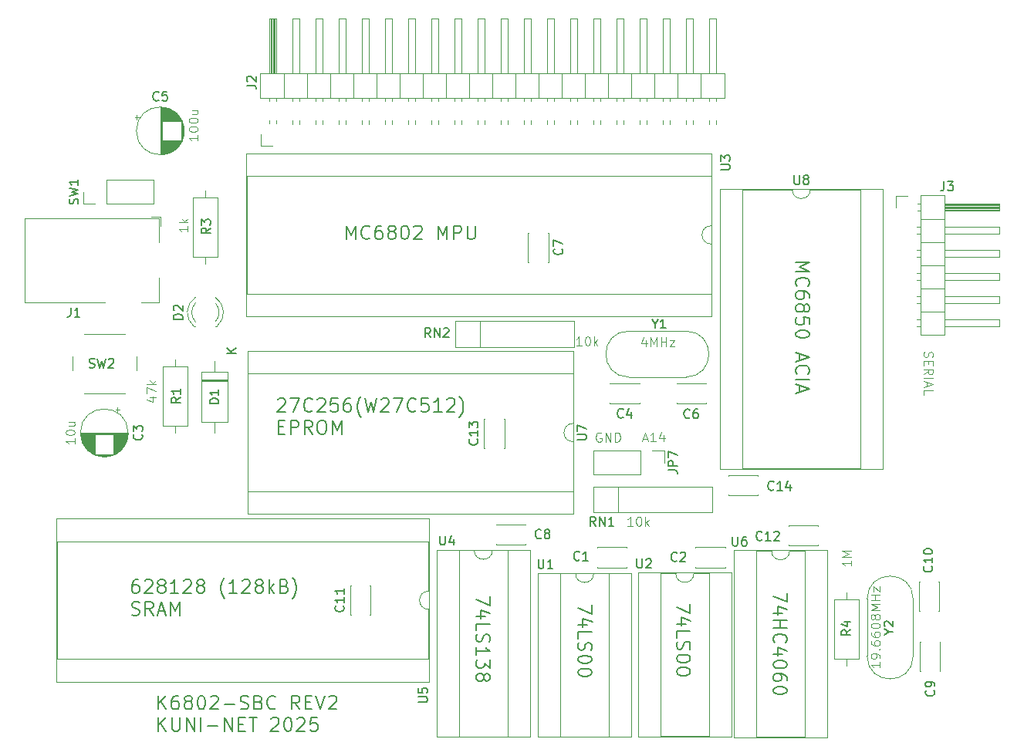
<source format=gto>
G04 #@! TF.GenerationSoftware,KiCad,Pcbnew,9.0.0*
G04 #@! TF.CreationDate,2025-03-20T10:08:34+09:00*
G04 #@! TF.ProjectId,K6802-SBC,4b363830-322d-4534-9243-2e6b69636164,rev?*
G04 #@! TF.SameCoordinates,Original*
G04 #@! TF.FileFunction,Legend,Top*
G04 #@! TF.FilePolarity,Positive*
%FSLAX46Y46*%
G04 Gerber Fmt 4.6, Leading zero omitted, Abs format (unit mm)*
G04 Created by KiCad (PCBNEW 9.0.0) date 2025-03-20 10:08:34*
%MOMM*%
%LPD*%
G01*
G04 APERTURE LIST*
%ADD10C,0.100000*%
%ADD11C,0.150000*%
%ADD12C,0.200000*%
%ADD13C,0.120000*%
G04 APERTURE END LIST*
D10*
X155387693Y-99862419D02*
X154816265Y-99862419D01*
X155101979Y-99862419D02*
X155101979Y-98862419D01*
X155101979Y-98862419D02*
X155006741Y-99005276D01*
X155006741Y-99005276D02*
X154911503Y-99100514D01*
X154911503Y-99100514D02*
X154816265Y-99148133D01*
X156006741Y-98862419D02*
X156101979Y-98862419D01*
X156101979Y-98862419D02*
X156197217Y-98910038D01*
X156197217Y-98910038D02*
X156244836Y-98957657D01*
X156244836Y-98957657D02*
X156292455Y-99052895D01*
X156292455Y-99052895D02*
X156340074Y-99243371D01*
X156340074Y-99243371D02*
X156340074Y-99481466D01*
X156340074Y-99481466D02*
X156292455Y-99671942D01*
X156292455Y-99671942D02*
X156244836Y-99767180D01*
X156244836Y-99767180D02*
X156197217Y-99814800D01*
X156197217Y-99814800D02*
X156101979Y-99862419D01*
X156101979Y-99862419D02*
X156006741Y-99862419D01*
X156006741Y-99862419D02*
X155911503Y-99814800D01*
X155911503Y-99814800D02*
X155863884Y-99767180D01*
X155863884Y-99767180D02*
X155816265Y-99671942D01*
X155816265Y-99671942D02*
X155768646Y-99481466D01*
X155768646Y-99481466D02*
X155768646Y-99243371D01*
X155768646Y-99243371D02*
X155816265Y-99052895D01*
X155816265Y-99052895D02*
X155863884Y-98957657D01*
X155863884Y-98957657D02*
X155911503Y-98910038D01*
X155911503Y-98910038D02*
X156006741Y-98862419D01*
X156768646Y-99862419D02*
X156768646Y-98862419D01*
X156863884Y-99481466D02*
X157149598Y-99862419D01*
X157149598Y-99195752D02*
X156768646Y-99576704D01*
X149767693Y-80072419D02*
X149196265Y-80072419D01*
X149481979Y-80072419D02*
X149481979Y-79072419D01*
X149481979Y-79072419D02*
X149386741Y-79215276D01*
X149386741Y-79215276D02*
X149291503Y-79310514D01*
X149291503Y-79310514D02*
X149196265Y-79358133D01*
X150386741Y-79072419D02*
X150481979Y-79072419D01*
X150481979Y-79072419D02*
X150577217Y-79120038D01*
X150577217Y-79120038D02*
X150624836Y-79167657D01*
X150624836Y-79167657D02*
X150672455Y-79262895D01*
X150672455Y-79262895D02*
X150720074Y-79453371D01*
X150720074Y-79453371D02*
X150720074Y-79691466D01*
X150720074Y-79691466D02*
X150672455Y-79881942D01*
X150672455Y-79881942D02*
X150624836Y-79977180D01*
X150624836Y-79977180D02*
X150577217Y-80024800D01*
X150577217Y-80024800D02*
X150481979Y-80072419D01*
X150481979Y-80072419D02*
X150386741Y-80072419D01*
X150386741Y-80072419D02*
X150291503Y-80024800D01*
X150291503Y-80024800D02*
X150243884Y-79977180D01*
X150243884Y-79977180D02*
X150196265Y-79881942D01*
X150196265Y-79881942D02*
X150148646Y-79691466D01*
X150148646Y-79691466D02*
X150148646Y-79453371D01*
X150148646Y-79453371D02*
X150196265Y-79262895D01*
X150196265Y-79262895D02*
X150243884Y-79167657D01*
X150243884Y-79167657D02*
X150291503Y-79120038D01*
X150291503Y-79120038D02*
X150386741Y-79072419D01*
X151148646Y-80072419D02*
X151148646Y-79072419D01*
X151243884Y-79691466D02*
X151529598Y-80072419D01*
X151529598Y-79405752D02*
X151148646Y-79786704D01*
D11*
X161691371Y-108412969D02*
X161691371Y-109412969D01*
X161691371Y-109412969D02*
X160191371Y-108770112D01*
X161191371Y-110627255D02*
X160191371Y-110627255D01*
X161762800Y-110270112D02*
X160691371Y-109912969D01*
X160691371Y-109912969D02*
X160691371Y-110841540D01*
X160191371Y-112127254D02*
X160191371Y-111412968D01*
X160191371Y-111412968D02*
X161691371Y-111412968D01*
X160262800Y-112555826D02*
X160191371Y-112770112D01*
X160191371Y-112770112D02*
X160191371Y-113127254D01*
X160191371Y-113127254D02*
X160262800Y-113270112D01*
X160262800Y-113270112D02*
X160334228Y-113341540D01*
X160334228Y-113341540D02*
X160477085Y-113412969D01*
X160477085Y-113412969D02*
X160619942Y-113412969D01*
X160619942Y-113412969D02*
X160762800Y-113341540D01*
X160762800Y-113341540D02*
X160834228Y-113270112D01*
X160834228Y-113270112D02*
X160905657Y-113127254D01*
X160905657Y-113127254D02*
X160977085Y-112841540D01*
X160977085Y-112841540D02*
X161048514Y-112698683D01*
X161048514Y-112698683D02*
X161119942Y-112627254D01*
X161119942Y-112627254D02*
X161262800Y-112555826D01*
X161262800Y-112555826D02*
X161405657Y-112555826D01*
X161405657Y-112555826D02*
X161548514Y-112627254D01*
X161548514Y-112627254D02*
X161619942Y-112698683D01*
X161619942Y-112698683D02*
X161691371Y-112841540D01*
X161691371Y-112841540D02*
X161691371Y-113198683D01*
X161691371Y-113198683D02*
X161619942Y-113412969D01*
X161691371Y-114341540D02*
X161691371Y-114484397D01*
X161691371Y-114484397D02*
X161619942Y-114627254D01*
X161619942Y-114627254D02*
X161548514Y-114698683D01*
X161548514Y-114698683D02*
X161405657Y-114770111D01*
X161405657Y-114770111D02*
X161119942Y-114841540D01*
X161119942Y-114841540D02*
X160762800Y-114841540D01*
X160762800Y-114841540D02*
X160477085Y-114770111D01*
X160477085Y-114770111D02*
X160334228Y-114698683D01*
X160334228Y-114698683D02*
X160262800Y-114627254D01*
X160262800Y-114627254D02*
X160191371Y-114484397D01*
X160191371Y-114484397D02*
X160191371Y-114341540D01*
X160191371Y-114341540D02*
X160262800Y-114198683D01*
X160262800Y-114198683D02*
X160334228Y-114127254D01*
X160334228Y-114127254D02*
X160477085Y-114055825D01*
X160477085Y-114055825D02*
X160762800Y-113984397D01*
X160762800Y-113984397D02*
X161119942Y-113984397D01*
X161119942Y-113984397D02*
X161405657Y-114055825D01*
X161405657Y-114055825D02*
X161548514Y-114127254D01*
X161548514Y-114127254D02*
X161619942Y-114198683D01*
X161619942Y-114198683D02*
X161691371Y-114341540D01*
X161691371Y-115770111D02*
X161691371Y-115912968D01*
X161691371Y-115912968D02*
X161619942Y-116055825D01*
X161619942Y-116055825D02*
X161548514Y-116127254D01*
X161548514Y-116127254D02*
X161405657Y-116198682D01*
X161405657Y-116198682D02*
X161119942Y-116270111D01*
X161119942Y-116270111D02*
X160762800Y-116270111D01*
X160762800Y-116270111D02*
X160477085Y-116198682D01*
X160477085Y-116198682D02*
X160334228Y-116127254D01*
X160334228Y-116127254D02*
X160262800Y-116055825D01*
X160262800Y-116055825D02*
X160191371Y-115912968D01*
X160191371Y-115912968D02*
X160191371Y-115770111D01*
X160191371Y-115770111D02*
X160262800Y-115627254D01*
X160262800Y-115627254D02*
X160334228Y-115555825D01*
X160334228Y-115555825D02*
X160477085Y-115484396D01*
X160477085Y-115484396D02*
X160762800Y-115412968D01*
X160762800Y-115412968D02*
X161119942Y-115412968D01*
X161119942Y-115412968D02*
X161405657Y-115484396D01*
X161405657Y-115484396D02*
X161548514Y-115555825D01*
X161548514Y-115555825D02*
X161619942Y-115627254D01*
X161619942Y-115627254D02*
X161691371Y-115770111D01*
D10*
X156486265Y-90316704D02*
X156962455Y-90316704D01*
X156391027Y-90602419D02*
X156724360Y-89602419D01*
X156724360Y-89602419D02*
X157057693Y-90602419D01*
X157914836Y-90602419D02*
X157343408Y-90602419D01*
X157629122Y-90602419D02*
X157629122Y-89602419D01*
X157629122Y-89602419D02*
X157533884Y-89745276D01*
X157533884Y-89745276D02*
X157438646Y-89840514D01*
X157438646Y-89840514D02*
X157343408Y-89888133D01*
X158771979Y-89935752D02*
X158771979Y-90602419D01*
X158533884Y-89554800D02*
X158295789Y-90269085D01*
X158295789Y-90269085D02*
X158914836Y-90269085D01*
D11*
X173291371Y-70955826D02*
X174791371Y-70955826D01*
X174791371Y-70955826D02*
X173719942Y-71455826D01*
X173719942Y-71455826D02*
X174791371Y-71955826D01*
X174791371Y-71955826D02*
X173291371Y-71955826D01*
X173434228Y-73527255D02*
X173362800Y-73455827D01*
X173362800Y-73455827D02*
X173291371Y-73241541D01*
X173291371Y-73241541D02*
X173291371Y-73098684D01*
X173291371Y-73098684D02*
X173362800Y-72884398D01*
X173362800Y-72884398D02*
X173505657Y-72741541D01*
X173505657Y-72741541D02*
X173648514Y-72670112D01*
X173648514Y-72670112D02*
X173934228Y-72598684D01*
X173934228Y-72598684D02*
X174148514Y-72598684D01*
X174148514Y-72598684D02*
X174434228Y-72670112D01*
X174434228Y-72670112D02*
X174577085Y-72741541D01*
X174577085Y-72741541D02*
X174719942Y-72884398D01*
X174719942Y-72884398D02*
X174791371Y-73098684D01*
X174791371Y-73098684D02*
X174791371Y-73241541D01*
X174791371Y-73241541D02*
X174719942Y-73455827D01*
X174719942Y-73455827D02*
X174648514Y-73527255D01*
X174791371Y-74812970D02*
X174791371Y-74527255D01*
X174791371Y-74527255D02*
X174719942Y-74384398D01*
X174719942Y-74384398D02*
X174648514Y-74312970D01*
X174648514Y-74312970D02*
X174434228Y-74170112D01*
X174434228Y-74170112D02*
X174148514Y-74098684D01*
X174148514Y-74098684D02*
X173577085Y-74098684D01*
X173577085Y-74098684D02*
X173434228Y-74170112D01*
X173434228Y-74170112D02*
X173362800Y-74241541D01*
X173362800Y-74241541D02*
X173291371Y-74384398D01*
X173291371Y-74384398D02*
X173291371Y-74670112D01*
X173291371Y-74670112D02*
X173362800Y-74812970D01*
X173362800Y-74812970D02*
X173434228Y-74884398D01*
X173434228Y-74884398D02*
X173577085Y-74955827D01*
X173577085Y-74955827D02*
X173934228Y-74955827D01*
X173934228Y-74955827D02*
X174077085Y-74884398D01*
X174077085Y-74884398D02*
X174148514Y-74812970D01*
X174148514Y-74812970D02*
X174219942Y-74670112D01*
X174219942Y-74670112D02*
X174219942Y-74384398D01*
X174219942Y-74384398D02*
X174148514Y-74241541D01*
X174148514Y-74241541D02*
X174077085Y-74170112D01*
X174077085Y-74170112D02*
X173934228Y-74098684D01*
X174148514Y-75812969D02*
X174219942Y-75670112D01*
X174219942Y-75670112D02*
X174291371Y-75598683D01*
X174291371Y-75598683D02*
X174434228Y-75527255D01*
X174434228Y-75527255D02*
X174505657Y-75527255D01*
X174505657Y-75527255D02*
X174648514Y-75598683D01*
X174648514Y-75598683D02*
X174719942Y-75670112D01*
X174719942Y-75670112D02*
X174791371Y-75812969D01*
X174791371Y-75812969D02*
X174791371Y-76098683D01*
X174791371Y-76098683D02*
X174719942Y-76241541D01*
X174719942Y-76241541D02*
X174648514Y-76312969D01*
X174648514Y-76312969D02*
X174505657Y-76384398D01*
X174505657Y-76384398D02*
X174434228Y-76384398D01*
X174434228Y-76384398D02*
X174291371Y-76312969D01*
X174291371Y-76312969D02*
X174219942Y-76241541D01*
X174219942Y-76241541D02*
X174148514Y-76098683D01*
X174148514Y-76098683D02*
X174148514Y-75812969D01*
X174148514Y-75812969D02*
X174077085Y-75670112D01*
X174077085Y-75670112D02*
X174005657Y-75598683D01*
X174005657Y-75598683D02*
X173862800Y-75527255D01*
X173862800Y-75527255D02*
X173577085Y-75527255D01*
X173577085Y-75527255D02*
X173434228Y-75598683D01*
X173434228Y-75598683D02*
X173362800Y-75670112D01*
X173362800Y-75670112D02*
X173291371Y-75812969D01*
X173291371Y-75812969D02*
X173291371Y-76098683D01*
X173291371Y-76098683D02*
X173362800Y-76241541D01*
X173362800Y-76241541D02*
X173434228Y-76312969D01*
X173434228Y-76312969D02*
X173577085Y-76384398D01*
X173577085Y-76384398D02*
X173862800Y-76384398D01*
X173862800Y-76384398D02*
X174005657Y-76312969D01*
X174005657Y-76312969D02*
X174077085Y-76241541D01*
X174077085Y-76241541D02*
X174148514Y-76098683D01*
X174791371Y-77741540D02*
X174791371Y-77027254D01*
X174791371Y-77027254D02*
X174077085Y-76955826D01*
X174077085Y-76955826D02*
X174148514Y-77027254D01*
X174148514Y-77027254D02*
X174219942Y-77170112D01*
X174219942Y-77170112D02*
X174219942Y-77527254D01*
X174219942Y-77527254D02*
X174148514Y-77670112D01*
X174148514Y-77670112D02*
X174077085Y-77741540D01*
X174077085Y-77741540D02*
X173934228Y-77812969D01*
X173934228Y-77812969D02*
X173577085Y-77812969D01*
X173577085Y-77812969D02*
X173434228Y-77741540D01*
X173434228Y-77741540D02*
X173362800Y-77670112D01*
X173362800Y-77670112D02*
X173291371Y-77527254D01*
X173291371Y-77527254D02*
X173291371Y-77170112D01*
X173291371Y-77170112D02*
X173362800Y-77027254D01*
X173362800Y-77027254D02*
X173434228Y-76955826D01*
X174791371Y-78741540D02*
X174791371Y-78884397D01*
X174791371Y-78884397D02*
X174719942Y-79027254D01*
X174719942Y-79027254D02*
X174648514Y-79098683D01*
X174648514Y-79098683D02*
X174505657Y-79170111D01*
X174505657Y-79170111D02*
X174219942Y-79241540D01*
X174219942Y-79241540D02*
X173862800Y-79241540D01*
X173862800Y-79241540D02*
X173577085Y-79170111D01*
X173577085Y-79170111D02*
X173434228Y-79098683D01*
X173434228Y-79098683D02*
X173362800Y-79027254D01*
X173362800Y-79027254D02*
X173291371Y-78884397D01*
X173291371Y-78884397D02*
X173291371Y-78741540D01*
X173291371Y-78741540D02*
X173362800Y-78598683D01*
X173362800Y-78598683D02*
X173434228Y-78527254D01*
X173434228Y-78527254D02*
X173577085Y-78455825D01*
X173577085Y-78455825D02*
X173862800Y-78384397D01*
X173862800Y-78384397D02*
X174219942Y-78384397D01*
X174219942Y-78384397D02*
X174505657Y-78455825D01*
X174505657Y-78455825D02*
X174648514Y-78527254D01*
X174648514Y-78527254D02*
X174719942Y-78598683D01*
X174719942Y-78598683D02*
X174791371Y-78741540D01*
X173719942Y-80955825D02*
X173719942Y-81670111D01*
X173291371Y-80812968D02*
X174791371Y-81312968D01*
X174791371Y-81312968D02*
X173291371Y-81812968D01*
X173434228Y-83170110D02*
X173362800Y-83098682D01*
X173362800Y-83098682D02*
X173291371Y-82884396D01*
X173291371Y-82884396D02*
X173291371Y-82741539D01*
X173291371Y-82741539D02*
X173362800Y-82527253D01*
X173362800Y-82527253D02*
X173505657Y-82384396D01*
X173505657Y-82384396D02*
X173648514Y-82312967D01*
X173648514Y-82312967D02*
X173934228Y-82241539D01*
X173934228Y-82241539D02*
X174148514Y-82241539D01*
X174148514Y-82241539D02*
X174434228Y-82312967D01*
X174434228Y-82312967D02*
X174577085Y-82384396D01*
X174577085Y-82384396D02*
X174719942Y-82527253D01*
X174719942Y-82527253D02*
X174791371Y-82741539D01*
X174791371Y-82741539D02*
X174791371Y-82884396D01*
X174791371Y-82884396D02*
X174719942Y-83098682D01*
X174719942Y-83098682D02*
X174648514Y-83170110D01*
X173291371Y-83812967D02*
X174791371Y-83812967D01*
X173719942Y-84455825D02*
X173719942Y-85170111D01*
X173291371Y-84312968D02*
X174791371Y-84812968D01*
X174791371Y-84812968D02*
X173291371Y-85312968D01*
D10*
X102405752Y-85767544D02*
X103072419Y-85767544D01*
X102024800Y-86005639D02*
X102739085Y-86243734D01*
X102739085Y-86243734D02*
X102739085Y-85624687D01*
X102072419Y-85338972D02*
X102072419Y-84672306D01*
X102072419Y-84672306D02*
X103072419Y-85100877D01*
X103072419Y-84291353D02*
X102072419Y-84291353D01*
X102691466Y-84196115D02*
X103072419Y-83910401D01*
X102405752Y-83910401D02*
X102786704Y-84291353D01*
X182512419Y-114802306D02*
X182512419Y-115373734D01*
X182512419Y-115088020D02*
X181512419Y-115088020D01*
X181512419Y-115088020D02*
X181655276Y-115183258D01*
X181655276Y-115183258D02*
X181750514Y-115278496D01*
X181750514Y-115278496D02*
X181798133Y-115373734D01*
X182512419Y-114326115D02*
X182512419Y-114135639D01*
X182512419Y-114135639D02*
X182464800Y-114040401D01*
X182464800Y-114040401D02*
X182417180Y-113992782D01*
X182417180Y-113992782D02*
X182274323Y-113897544D01*
X182274323Y-113897544D02*
X182083847Y-113849925D01*
X182083847Y-113849925D02*
X181702895Y-113849925D01*
X181702895Y-113849925D02*
X181607657Y-113897544D01*
X181607657Y-113897544D02*
X181560038Y-113945163D01*
X181560038Y-113945163D02*
X181512419Y-114040401D01*
X181512419Y-114040401D02*
X181512419Y-114230877D01*
X181512419Y-114230877D02*
X181560038Y-114326115D01*
X181560038Y-114326115D02*
X181607657Y-114373734D01*
X181607657Y-114373734D02*
X181702895Y-114421353D01*
X181702895Y-114421353D02*
X181940990Y-114421353D01*
X181940990Y-114421353D02*
X182036228Y-114373734D01*
X182036228Y-114373734D02*
X182083847Y-114326115D01*
X182083847Y-114326115D02*
X182131466Y-114230877D01*
X182131466Y-114230877D02*
X182131466Y-114040401D01*
X182131466Y-114040401D02*
X182083847Y-113945163D01*
X182083847Y-113945163D02*
X182036228Y-113897544D01*
X182036228Y-113897544D02*
X181940990Y-113849925D01*
X182417180Y-113421353D02*
X182464800Y-113373734D01*
X182464800Y-113373734D02*
X182512419Y-113421353D01*
X182512419Y-113421353D02*
X182464800Y-113468972D01*
X182464800Y-113468972D02*
X182417180Y-113421353D01*
X182417180Y-113421353D02*
X182512419Y-113421353D01*
X181512419Y-112516592D02*
X181512419Y-112707068D01*
X181512419Y-112707068D02*
X181560038Y-112802306D01*
X181560038Y-112802306D02*
X181607657Y-112849925D01*
X181607657Y-112849925D02*
X181750514Y-112945163D01*
X181750514Y-112945163D02*
X181940990Y-112992782D01*
X181940990Y-112992782D02*
X182321942Y-112992782D01*
X182321942Y-112992782D02*
X182417180Y-112945163D01*
X182417180Y-112945163D02*
X182464800Y-112897544D01*
X182464800Y-112897544D02*
X182512419Y-112802306D01*
X182512419Y-112802306D02*
X182512419Y-112611830D01*
X182512419Y-112611830D02*
X182464800Y-112516592D01*
X182464800Y-112516592D02*
X182417180Y-112468973D01*
X182417180Y-112468973D02*
X182321942Y-112421354D01*
X182321942Y-112421354D02*
X182083847Y-112421354D01*
X182083847Y-112421354D02*
X181988609Y-112468973D01*
X181988609Y-112468973D02*
X181940990Y-112516592D01*
X181940990Y-112516592D02*
X181893371Y-112611830D01*
X181893371Y-112611830D02*
X181893371Y-112802306D01*
X181893371Y-112802306D02*
X181940990Y-112897544D01*
X181940990Y-112897544D02*
X181988609Y-112945163D01*
X181988609Y-112945163D02*
X182083847Y-112992782D01*
X181512419Y-111564211D02*
X181512419Y-111754687D01*
X181512419Y-111754687D02*
X181560038Y-111849925D01*
X181560038Y-111849925D02*
X181607657Y-111897544D01*
X181607657Y-111897544D02*
X181750514Y-111992782D01*
X181750514Y-111992782D02*
X181940990Y-112040401D01*
X181940990Y-112040401D02*
X182321942Y-112040401D01*
X182321942Y-112040401D02*
X182417180Y-111992782D01*
X182417180Y-111992782D02*
X182464800Y-111945163D01*
X182464800Y-111945163D02*
X182512419Y-111849925D01*
X182512419Y-111849925D02*
X182512419Y-111659449D01*
X182512419Y-111659449D02*
X182464800Y-111564211D01*
X182464800Y-111564211D02*
X182417180Y-111516592D01*
X182417180Y-111516592D02*
X182321942Y-111468973D01*
X182321942Y-111468973D02*
X182083847Y-111468973D01*
X182083847Y-111468973D02*
X181988609Y-111516592D01*
X181988609Y-111516592D02*
X181940990Y-111564211D01*
X181940990Y-111564211D02*
X181893371Y-111659449D01*
X181893371Y-111659449D02*
X181893371Y-111849925D01*
X181893371Y-111849925D02*
X181940990Y-111945163D01*
X181940990Y-111945163D02*
X181988609Y-111992782D01*
X181988609Y-111992782D02*
X182083847Y-112040401D01*
X181512419Y-110849925D02*
X181512419Y-110754687D01*
X181512419Y-110754687D02*
X181560038Y-110659449D01*
X181560038Y-110659449D02*
X181607657Y-110611830D01*
X181607657Y-110611830D02*
X181702895Y-110564211D01*
X181702895Y-110564211D02*
X181893371Y-110516592D01*
X181893371Y-110516592D02*
X182131466Y-110516592D01*
X182131466Y-110516592D02*
X182321942Y-110564211D01*
X182321942Y-110564211D02*
X182417180Y-110611830D01*
X182417180Y-110611830D02*
X182464800Y-110659449D01*
X182464800Y-110659449D02*
X182512419Y-110754687D01*
X182512419Y-110754687D02*
X182512419Y-110849925D01*
X182512419Y-110849925D02*
X182464800Y-110945163D01*
X182464800Y-110945163D02*
X182417180Y-110992782D01*
X182417180Y-110992782D02*
X182321942Y-111040401D01*
X182321942Y-111040401D02*
X182131466Y-111088020D01*
X182131466Y-111088020D02*
X181893371Y-111088020D01*
X181893371Y-111088020D02*
X181702895Y-111040401D01*
X181702895Y-111040401D02*
X181607657Y-110992782D01*
X181607657Y-110992782D02*
X181560038Y-110945163D01*
X181560038Y-110945163D02*
X181512419Y-110849925D01*
X181940990Y-109945163D02*
X181893371Y-110040401D01*
X181893371Y-110040401D02*
X181845752Y-110088020D01*
X181845752Y-110088020D02*
X181750514Y-110135639D01*
X181750514Y-110135639D02*
X181702895Y-110135639D01*
X181702895Y-110135639D02*
X181607657Y-110088020D01*
X181607657Y-110088020D02*
X181560038Y-110040401D01*
X181560038Y-110040401D02*
X181512419Y-109945163D01*
X181512419Y-109945163D02*
X181512419Y-109754687D01*
X181512419Y-109754687D02*
X181560038Y-109659449D01*
X181560038Y-109659449D02*
X181607657Y-109611830D01*
X181607657Y-109611830D02*
X181702895Y-109564211D01*
X181702895Y-109564211D02*
X181750514Y-109564211D01*
X181750514Y-109564211D02*
X181845752Y-109611830D01*
X181845752Y-109611830D02*
X181893371Y-109659449D01*
X181893371Y-109659449D02*
X181940990Y-109754687D01*
X181940990Y-109754687D02*
X181940990Y-109945163D01*
X181940990Y-109945163D02*
X181988609Y-110040401D01*
X181988609Y-110040401D02*
X182036228Y-110088020D01*
X182036228Y-110088020D02*
X182131466Y-110135639D01*
X182131466Y-110135639D02*
X182321942Y-110135639D01*
X182321942Y-110135639D02*
X182417180Y-110088020D01*
X182417180Y-110088020D02*
X182464800Y-110040401D01*
X182464800Y-110040401D02*
X182512419Y-109945163D01*
X182512419Y-109945163D02*
X182512419Y-109754687D01*
X182512419Y-109754687D02*
X182464800Y-109659449D01*
X182464800Y-109659449D02*
X182417180Y-109611830D01*
X182417180Y-109611830D02*
X182321942Y-109564211D01*
X182321942Y-109564211D02*
X182131466Y-109564211D01*
X182131466Y-109564211D02*
X182036228Y-109611830D01*
X182036228Y-109611830D02*
X181988609Y-109659449D01*
X181988609Y-109659449D02*
X181940990Y-109754687D01*
X182512419Y-109135639D02*
X181512419Y-109135639D01*
X181512419Y-109135639D02*
X182226704Y-108802306D01*
X182226704Y-108802306D02*
X181512419Y-108468973D01*
X181512419Y-108468973D02*
X182512419Y-108468973D01*
X182512419Y-107992782D02*
X181512419Y-107992782D01*
X181988609Y-107992782D02*
X181988609Y-107421354D01*
X182512419Y-107421354D02*
X181512419Y-107421354D01*
X181845752Y-107040401D02*
X181845752Y-106516592D01*
X181845752Y-106516592D02*
X182512419Y-107040401D01*
X182512419Y-107040401D02*
X182512419Y-106516592D01*
X179372419Y-103672306D02*
X179372419Y-104243734D01*
X179372419Y-103958020D02*
X178372419Y-103958020D01*
X178372419Y-103958020D02*
X178515276Y-104053258D01*
X178515276Y-104053258D02*
X178610514Y-104148496D01*
X178610514Y-104148496D02*
X178658133Y-104243734D01*
X179372419Y-103243734D02*
X178372419Y-103243734D01*
X178372419Y-103243734D02*
X179086704Y-102910401D01*
X179086704Y-102910401D02*
X178372419Y-102577068D01*
X178372419Y-102577068D02*
X179372419Y-102577068D01*
X156832455Y-79505752D02*
X156832455Y-80172419D01*
X156594360Y-79124800D02*
X156356265Y-79839085D01*
X156356265Y-79839085D02*
X156975312Y-79839085D01*
X157356265Y-80172419D02*
X157356265Y-79172419D01*
X157356265Y-79172419D02*
X157689598Y-79886704D01*
X157689598Y-79886704D02*
X158022931Y-79172419D01*
X158022931Y-79172419D02*
X158022931Y-80172419D01*
X158499122Y-80172419D02*
X158499122Y-79172419D01*
X158499122Y-79648609D02*
X159070550Y-79648609D01*
X159070550Y-80172419D02*
X159070550Y-79172419D01*
X159451503Y-79505752D02*
X159975312Y-79505752D01*
X159975312Y-79505752D02*
X159451503Y-80172419D01*
X159451503Y-80172419D02*
X159975312Y-80172419D01*
D11*
X150891371Y-108512969D02*
X150891371Y-109512969D01*
X150891371Y-109512969D02*
X149391371Y-108870112D01*
X150391371Y-110727255D02*
X149391371Y-110727255D01*
X150962800Y-110370112D02*
X149891371Y-110012969D01*
X149891371Y-110012969D02*
X149891371Y-110941540D01*
X149391371Y-112227254D02*
X149391371Y-111512968D01*
X149391371Y-111512968D02*
X150891371Y-111512968D01*
X149462800Y-112655826D02*
X149391371Y-112870112D01*
X149391371Y-112870112D02*
X149391371Y-113227254D01*
X149391371Y-113227254D02*
X149462800Y-113370112D01*
X149462800Y-113370112D02*
X149534228Y-113441540D01*
X149534228Y-113441540D02*
X149677085Y-113512969D01*
X149677085Y-113512969D02*
X149819942Y-113512969D01*
X149819942Y-113512969D02*
X149962800Y-113441540D01*
X149962800Y-113441540D02*
X150034228Y-113370112D01*
X150034228Y-113370112D02*
X150105657Y-113227254D01*
X150105657Y-113227254D02*
X150177085Y-112941540D01*
X150177085Y-112941540D02*
X150248514Y-112798683D01*
X150248514Y-112798683D02*
X150319942Y-112727254D01*
X150319942Y-112727254D02*
X150462800Y-112655826D01*
X150462800Y-112655826D02*
X150605657Y-112655826D01*
X150605657Y-112655826D02*
X150748514Y-112727254D01*
X150748514Y-112727254D02*
X150819942Y-112798683D01*
X150819942Y-112798683D02*
X150891371Y-112941540D01*
X150891371Y-112941540D02*
X150891371Y-113298683D01*
X150891371Y-113298683D02*
X150819942Y-113512969D01*
X150891371Y-114441540D02*
X150891371Y-114584397D01*
X150891371Y-114584397D02*
X150819942Y-114727254D01*
X150819942Y-114727254D02*
X150748514Y-114798683D01*
X150748514Y-114798683D02*
X150605657Y-114870111D01*
X150605657Y-114870111D02*
X150319942Y-114941540D01*
X150319942Y-114941540D02*
X149962800Y-114941540D01*
X149962800Y-114941540D02*
X149677085Y-114870111D01*
X149677085Y-114870111D02*
X149534228Y-114798683D01*
X149534228Y-114798683D02*
X149462800Y-114727254D01*
X149462800Y-114727254D02*
X149391371Y-114584397D01*
X149391371Y-114584397D02*
X149391371Y-114441540D01*
X149391371Y-114441540D02*
X149462800Y-114298683D01*
X149462800Y-114298683D02*
X149534228Y-114227254D01*
X149534228Y-114227254D02*
X149677085Y-114155825D01*
X149677085Y-114155825D02*
X149962800Y-114084397D01*
X149962800Y-114084397D02*
X150319942Y-114084397D01*
X150319942Y-114084397D02*
X150605657Y-114155825D01*
X150605657Y-114155825D02*
X150748514Y-114227254D01*
X150748514Y-114227254D02*
X150819942Y-114298683D01*
X150819942Y-114298683D02*
X150891371Y-114441540D01*
X150891371Y-115870111D02*
X150891371Y-116012968D01*
X150891371Y-116012968D02*
X150819942Y-116155825D01*
X150819942Y-116155825D02*
X150748514Y-116227254D01*
X150748514Y-116227254D02*
X150605657Y-116298682D01*
X150605657Y-116298682D02*
X150319942Y-116370111D01*
X150319942Y-116370111D02*
X149962800Y-116370111D01*
X149962800Y-116370111D02*
X149677085Y-116298682D01*
X149677085Y-116298682D02*
X149534228Y-116227254D01*
X149534228Y-116227254D02*
X149462800Y-116155825D01*
X149462800Y-116155825D02*
X149391371Y-116012968D01*
X149391371Y-116012968D02*
X149391371Y-115870111D01*
X149391371Y-115870111D02*
X149462800Y-115727254D01*
X149462800Y-115727254D02*
X149534228Y-115655825D01*
X149534228Y-115655825D02*
X149677085Y-115584396D01*
X149677085Y-115584396D02*
X149962800Y-115512968D01*
X149962800Y-115512968D02*
X150319942Y-115512968D01*
X150319942Y-115512968D02*
X150605657Y-115584396D01*
X150605657Y-115584396D02*
X150748514Y-115655825D01*
X150748514Y-115655825D02*
X150819942Y-115727254D01*
X150819942Y-115727254D02*
X150891371Y-115870111D01*
X101128684Y-105753712D02*
X100842969Y-105753712D01*
X100842969Y-105753712D02*
X100700112Y-105825141D01*
X100700112Y-105825141D02*
X100628684Y-105896569D01*
X100628684Y-105896569D02*
X100485826Y-106110855D01*
X100485826Y-106110855D02*
X100414398Y-106396569D01*
X100414398Y-106396569D02*
X100414398Y-106967998D01*
X100414398Y-106967998D02*
X100485826Y-107110855D01*
X100485826Y-107110855D02*
X100557255Y-107182284D01*
X100557255Y-107182284D02*
X100700112Y-107253712D01*
X100700112Y-107253712D02*
X100985826Y-107253712D01*
X100985826Y-107253712D02*
X101128684Y-107182284D01*
X101128684Y-107182284D02*
X101200112Y-107110855D01*
X101200112Y-107110855D02*
X101271541Y-106967998D01*
X101271541Y-106967998D02*
X101271541Y-106610855D01*
X101271541Y-106610855D02*
X101200112Y-106467998D01*
X101200112Y-106467998D02*
X101128684Y-106396569D01*
X101128684Y-106396569D02*
X100985826Y-106325141D01*
X100985826Y-106325141D02*
X100700112Y-106325141D01*
X100700112Y-106325141D02*
X100557255Y-106396569D01*
X100557255Y-106396569D02*
X100485826Y-106467998D01*
X100485826Y-106467998D02*
X100414398Y-106610855D01*
X101842969Y-105896569D02*
X101914397Y-105825141D01*
X101914397Y-105825141D02*
X102057255Y-105753712D01*
X102057255Y-105753712D02*
X102414397Y-105753712D01*
X102414397Y-105753712D02*
X102557255Y-105825141D01*
X102557255Y-105825141D02*
X102628683Y-105896569D01*
X102628683Y-105896569D02*
X102700112Y-106039426D01*
X102700112Y-106039426D02*
X102700112Y-106182284D01*
X102700112Y-106182284D02*
X102628683Y-106396569D01*
X102628683Y-106396569D02*
X101771540Y-107253712D01*
X101771540Y-107253712D02*
X102700112Y-107253712D01*
X103557254Y-106396569D02*
X103414397Y-106325141D01*
X103414397Y-106325141D02*
X103342968Y-106253712D01*
X103342968Y-106253712D02*
X103271540Y-106110855D01*
X103271540Y-106110855D02*
X103271540Y-106039426D01*
X103271540Y-106039426D02*
X103342968Y-105896569D01*
X103342968Y-105896569D02*
X103414397Y-105825141D01*
X103414397Y-105825141D02*
X103557254Y-105753712D01*
X103557254Y-105753712D02*
X103842968Y-105753712D01*
X103842968Y-105753712D02*
X103985826Y-105825141D01*
X103985826Y-105825141D02*
X104057254Y-105896569D01*
X104057254Y-105896569D02*
X104128683Y-106039426D01*
X104128683Y-106039426D02*
X104128683Y-106110855D01*
X104128683Y-106110855D02*
X104057254Y-106253712D01*
X104057254Y-106253712D02*
X103985826Y-106325141D01*
X103985826Y-106325141D02*
X103842968Y-106396569D01*
X103842968Y-106396569D02*
X103557254Y-106396569D01*
X103557254Y-106396569D02*
X103414397Y-106467998D01*
X103414397Y-106467998D02*
X103342968Y-106539426D01*
X103342968Y-106539426D02*
X103271540Y-106682284D01*
X103271540Y-106682284D02*
X103271540Y-106967998D01*
X103271540Y-106967998D02*
X103342968Y-107110855D01*
X103342968Y-107110855D02*
X103414397Y-107182284D01*
X103414397Y-107182284D02*
X103557254Y-107253712D01*
X103557254Y-107253712D02*
X103842968Y-107253712D01*
X103842968Y-107253712D02*
X103985826Y-107182284D01*
X103985826Y-107182284D02*
X104057254Y-107110855D01*
X104057254Y-107110855D02*
X104128683Y-106967998D01*
X104128683Y-106967998D02*
X104128683Y-106682284D01*
X104128683Y-106682284D02*
X104057254Y-106539426D01*
X104057254Y-106539426D02*
X103985826Y-106467998D01*
X103985826Y-106467998D02*
X103842968Y-106396569D01*
X105557254Y-107253712D02*
X104700111Y-107253712D01*
X105128682Y-107253712D02*
X105128682Y-105753712D01*
X105128682Y-105753712D02*
X104985825Y-105967998D01*
X104985825Y-105967998D02*
X104842968Y-106110855D01*
X104842968Y-106110855D02*
X104700111Y-106182284D01*
X106128682Y-105896569D02*
X106200110Y-105825141D01*
X106200110Y-105825141D02*
X106342968Y-105753712D01*
X106342968Y-105753712D02*
X106700110Y-105753712D01*
X106700110Y-105753712D02*
X106842968Y-105825141D01*
X106842968Y-105825141D02*
X106914396Y-105896569D01*
X106914396Y-105896569D02*
X106985825Y-106039426D01*
X106985825Y-106039426D02*
X106985825Y-106182284D01*
X106985825Y-106182284D02*
X106914396Y-106396569D01*
X106914396Y-106396569D02*
X106057253Y-107253712D01*
X106057253Y-107253712D02*
X106985825Y-107253712D01*
X107842967Y-106396569D02*
X107700110Y-106325141D01*
X107700110Y-106325141D02*
X107628681Y-106253712D01*
X107628681Y-106253712D02*
X107557253Y-106110855D01*
X107557253Y-106110855D02*
X107557253Y-106039426D01*
X107557253Y-106039426D02*
X107628681Y-105896569D01*
X107628681Y-105896569D02*
X107700110Y-105825141D01*
X107700110Y-105825141D02*
X107842967Y-105753712D01*
X107842967Y-105753712D02*
X108128681Y-105753712D01*
X108128681Y-105753712D02*
X108271539Y-105825141D01*
X108271539Y-105825141D02*
X108342967Y-105896569D01*
X108342967Y-105896569D02*
X108414396Y-106039426D01*
X108414396Y-106039426D02*
X108414396Y-106110855D01*
X108414396Y-106110855D02*
X108342967Y-106253712D01*
X108342967Y-106253712D02*
X108271539Y-106325141D01*
X108271539Y-106325141D02*
X108128681Y-106396569D01*
X108128681Y-106396569D02*
X107842967Y-106396569D01*
X107842967Y-106396569D02*
X107700110Y-106467998D01*
X107700110Y-106467998D02*
X107628681Y-106539426D01*
X107628681Y-106539426D02*
X107557253Y-106682284D01*
X107557253Y-106682284D02*
X107557253Y-106967998D01*
X107557253Y-106967998D02*
X107628681Y-107110855D01*
X107628681Y-107110855D02*
X107700110Y-107182284D01*
X107700110Y-107182284D02*
X107842967Y-107253712D01*
X107842967Y-107253712D02*
X108128681Y-107253712D01*
X108128681Y-107253712D02*
X108271539Y-107182284D01*
X108271539Y-107182284D02*
X108342967Y-107110855D01*
X108342967Y-107110855D02*
X108414396Y-106967998D01*
X108414396Y-106967998D02*
X108414396Y-106682284D01*
X108414396Y-106682284D02*
X108342967Y-106539426D01*
X108342967Y-106539426D02*
X108271539Y-106467998D01*
X108271539Y-106467998D02*
X108128681Y-106396569D01*
X110628681Y-107825141D02*
X110557252Y-107753712D01*
X110557252Y-107753712D02*
X110414395Y-107539426D01*
X110414395Y-107539426D02*
X110342967Y-107396569D01*
X110342967Y-107396569D02*
X110271538Y-107182284D01*
X110271538Y-107182284D02*
X110200109Y-106825141D01*
X110200109Y-106825141D02*
X110200109Y-106539426D01*
X110200109Y-106539426D02*
X110271538Y-106182284D01*
X110271538Y-106182284D02*
X110342967Y-105967998D01*
X110342967Y-105967998D02*
X110414395Y-105825141D01*
X110414395Y-105825141D02*
X110557252Y-105610855D01*
X110557252Y-105610855D02*
X110628681Y-105539426D01*
X111985824Y-107253712D02*
X111128681Y-107253712D01*
X111557252Y-107253712D02*
X111557252Y-105753712D01*
X111557252Y-105753712D02*
X111414395Y-105967998D01*
X111414395Y-105967998D02*
X111271538Y-106110855D01*
X111271538Y-106110855D02*
X111128681Y-106182284D01*
X112557252Y-105896569D02*
X112628680Y-105825141D01*
X112628680Y-105825141D02*
X112771538Y-105753712D01*
X112771538Y-105753712D02*
X113128680Y-105753712D01*
X113128680Y-105753712D02*
X113271538Y-105825141D01*
X113271538Y-105825141D02*
X113342966Y-105896569D01*
X113342966Y-105896569D02*
X113414395Y-106039426D01*
X113414395Y-106039426D02*
X113414395Y-106182284D01*
X113414395Y-106182284D02*
X113342966Y-106396569D01*
X113342966Y-106396569D02*
X112485823Y-107253712D01*
X112485823Y-107253712D02*
X113414395Y-107253712D01*
X114271537Y-106396569D02*
X114128680Y-106325141D01*
X114128680Y-106325141D02*
X114057251Y-106253712D01*
X114057251Y-106253712D02*
X113985823Y-106110855D01*
X113985823Y-106110855D02*
X113985823Y-106039426D01*
X113985823Y-106039426D02*
X114057251Y-105896569D01*
X114057251Y-105896569D02*
X114128680Y-105825141D01*
X114128680Y-105825141D02*
X114271537Y-105753712D01*
X114271537Y-105753712D02*
X114557251Y-105753712D01*
X114557251Y-105753712D02*
X114700109Y-105825141D01*
X114700109Y-105825141D02*
X114771537Y-105896569D01*
X114771537Y-105896569D02*
X114842966Y-106039426D01*
X114842966Y-106039426D02*
X114842966Y-106110855D01*
X114842966Y-106110855D02*
X114771537Y-106253712D01*
X114771537Y-106253712D02*
X114700109Y-106325141D01*
X114700109Y-106325141D02*
X114557251Y-106396569D01*
X114557251Y-106396569D02*
X114271537Y-106396569D01*
X114271537Y-106396569D02*
X114128680Y-106467998D01*
X114128680Y-106467998D02*
X114057251Y-106539426D01*
X114057251Y-106539426D02*
X113985823Y-106682284D01*
X113985823Y-106682284D02*
X113985823Y-106967998D01*
X113985823Y-106967998D02*
X114057251Y-107110855D01*
X114057251Y-107110855D02*
X114128680Y-107182284D01*
X114128680Y-107182284D02*
X114271537Y-107253712D01*
X114271537Y-107253712D02*
X114557251Y-107253712D01*
X114557251Y-107253712D02*
X114700109Y-107182284D01*
X114700109Y-107182284D02*
X114771537Y-107110855D01*
X114771537Y-107110855D02*
X114842966Y-106967998D01*
X114842966Y-106967998D02*
X114842966Y-106682284D01*
X114842966Y-106682284D02*
X114771537Y-106539426D01*
X114771537Y-106539426D02*
X114700109Y-106467998D01*
X114700109Y-106467998D02*
X114557251Y-106396569D01*
X115485822Y-107253712D02*
X115485822Y-105753712D01*
X115628680Y-106682284D02*
X116057251Y-107253712D01*
X116057251Y-106253712D02*
X115485822Y-106825141D01*
X117200108Y-106467998D02*
X117414394Y-106539426D01*
X117414394Y-106539426D02*
X117485823Y-106610855D01*
X117485823Y-106610855D02*
X117557251Y-106753712D01*
X117557251Y-106753712D02*
X117557251Y-106967998D01*
X117557251Y-106967998D02*
X117485823Y-107110855D01*
X117485823Y-107110855D02*
X117414394Y-107182284D01*
X117414394Y-107182284D02*
X117271537Y-107253712D01*
X117271537Y-107253712D02*
X116700108Y-107253712D01*
X116700108Y-107253712D02*
X116700108Y-105753712D01*
X116700108Y-105753712D02*
X117200108Y-105753712D01*
X117200108Y-105753712D02*
X117342966Y-105825141D01*
X117342966Y-105825141D02*
X117414394Y-105896569D01*
X117414394Y-105896569D02*
X117485823Y-106039426D01*
X117485823Y-106039426D02*
X117485823Y-106182284D01*
X117485823Y-106182284D02*
X117414394Y-106325141D01*
X117414394Y-106325141D02*
X117342966Y-106396569D01*
X117342966Y-106396569D02*
X117200108Y-106467998D01*
X117200108Y-106467998D02*
X116700108Y-106467998D01*
X118057251Y-107825141D02*
X118128680Y-107753712D01*
X118128680Y-107753712D02*
X118271537Y-107539426D01*
X118271537Y-107539426D02*
X118342966Y-107396569D01*
X118342966Y-107396569D02*
X118414394Y-107182284D01*
X118414394Y-107182284D02*
X118485823Y-106825141D01*
X118485823Y-106825141D02*
X118485823Y-106539426D01*
X118485823Y-106539426D02*
X118414394Y-106182284D01*
X118414394Y-106182284D02*
X118342966Y-105967998D01*
X118342966Y-105967998D02*
X118271537Y-105825141D01*
X118271537Y-105825141D02*
X118128680Y-105610855D01*
X118128680Y-105610855D02*
X118057251Y-105539426D01*
X100414398Y-109597200D02*
X100628684Y-109668628D01*
X100628684Y-109668628D02*
X100985826Y-109668628D01*
X100985826Y-109668628D02*
X101128684Y-109597200D01*
X101128684Y-109597200D02*
X101200112Y-109525771D01*
X101200112Y-109525771D02*
X101271541Y-109382914D01*
X101271541Y-109382914D02*
X101271541Y-109240057D01*
X101271541Y-109240057D02*
X101200112Y-109097200D01*
X101200112Y-109097200D02*
X101128684Y-109025771D01*
X101128684Y-109025771D02*
X100985826Y-108954342D01*
X100985826Y-108954342D02*
X100700112Y-108882914D01*
X100700112Y-108882914D02*
X100557255Y-108811485D01*
X100557255Y-108811485D02*
X100485826Y-108740057D01*
X100485826Y-108740057D02*
X100414398Y-108597200D01*
X100414398Y-108597200D02*
X100414398Y-108454342D01*
X100414398Y-108454342D02*
X100485826Y-108311485D01*
X100485826Y-108311485D02*
X100557255Y-108240057D01*
X100557255Y-108240057D02*
X100700112Y-108168628D01*
X100700112Y-108168628D02*
X101057255Y-108168628D01*
X101057255Y-108168628D02*
X101271541Y-108240057D01*
X102771540Y-109668628D02*
X102271540Y-108954342D01*
X101914397Y-109668628D02*
X101914397Y-108168628D01*
X101914397Y-108168628D02*
X102485826Y-108168628D01*
X102485826Y-108168628D02*
X102628683Y-108240057D01*
X102628683Y-108240057D02*
X102700112Y-108311485D01*
X102700112Y-108311485D02*
X102771540Y-108454342D01*
X102771540Y-108454342D02*
X102771540Y-108668628D01*
X102771540Y-108668628D02*
X102700112Y-108811485D01*
X102700112Y-108811485D02*
X102628683Y-108882914D01*
X102628683Y-108882914D02*
X102485826Y-108954342D01*
X102485826Y-108954342D02*
X101914397Y-108954342D01*
X103342969Y-109240057D02*
X104057255Y-109240057D01*
X103200112Y-109668628D02*
X103700112Y-108168628D01*
X103700112Y-108168628D02*
X104200112Y-109668628D01*
X104700111Y-109668628D02*
X104700111Y-108168628D01*
X104700111Y-108168628D02*
X105200111Y-109240057D01*
X105200111Y-109240057D02*
X105700111Y-108168628D01*
X105700111Y-108168628D02*
X105700111Y-109668628D01*
D10*
X106572419Y-66972306D02*
X106572419Y-67543734D01*
X106572419Y-67258020D02*
X105572419Y-67258020D01*
X105572419Y-67258020D02*
X105715276Y-67353258D01*
X105715276Y-67353258D02*
X105810514Y-67448496D01*
X105810514Y-67448496D02*
X105858133Y-67543734D01*
X106572419Y-66543734D02*
X105572419Y-66543734D01*
X106191466Y-66448496D02*
X106572419Y-66162782D01*
X105905752Y-66162782D02*
X106286704Y-66543734D01*
D11*
X172291371Y-107212969D02*
X172291371Y-108212969D01*
X172291371Y-108212969D02*
X170791371Y-107570112D01*
X171791371Y-109427255D02*
X170791371Y-109427255D01*
X172362800Y-109070112D02*
X171291371Y-108712969D01*
X171291371Y-108712969D02*
X171291371Y-109641540D01*
X170791371Y-110212968D02*
X172291371Y-110212968D01*
X171577085Y-110212968D02*
X171577085Y-111070111D01*
X170791371Y-111070111D02*
X172291371Y-111070111D01*
X170934228Y-112641540D02*
X170862800Y-112570112D01*
X170862800Y-112570112D02*
X170791371Y-112355826D01*
X170791371Y-112355826D02*
X170791371Y-112212969D01*
X170791371Y-112212969D02*
X170862800Y-111998683D01*
X170862800Y-111998683D02*
X171005657Y-111855826D01*
X171005657Y-111855826D02*
X171148514Y-111784397D01*
X171148514Y-111784397D02*
X171434228Y-111712969D01*
X171434228Y-111712969D02*
X171648514Y-111712969D01*
X171648514Y-111712969D02*
X171934228Y-111784397D01*
X171934228Y-111784397D02*
X172077085Y-111855826D01*
X172077085Y-111855826D02*
X172219942Y-111998683D01*
X172219942Y-111998683D02*
X172291371Y-112212969D01*
X172291371Y-112212969D02*
X172291371Y-112355826D01*
X172291371Y-112355826D02*
X172219942Y-112570112D01*
X172219942Y-112570112D02*
X172148514Y-112641540D01*
X171791371Y-113927255D02*
X170791371Y-113927255D01*
X172362800Y-113570112D02*
X171291371Y-113212969D01*
X171291371Y-113212969D02*
X171291371Y-114141540D01*
X172291371Y-114998683D02*
X172291371Y-115141540D01*
X172291371Y-115141540D02*
X172219942Y-115284397D01*
X172219942Y-115284397D02*
X172148514Y-115355826D01*
X172148514Y-115355826D02*
X172005657Y-115427254D01*
X172005657Y-115427254D02*
X171719942Y-115498683D01*
X171719942Y-115498683D02*
X171362800Y-115498683D01*
X171362800Y-115498683D02*
X171077085Y-115427254D01*
X171077085Y-115427254D02*
X170934228Y-115355826D01*
X170934228Y-115355826D02*
X170862800Y-115284397D01*
X170862800Y-115284397D02*
X170791371Y-115141540D01*
X170791371Y-115141540D02*
X170791371Y-114998683D01*
X170791371Y-114998683D02*
X170862800Y-114855826D01*
X170862800Y-114855826D02*
X170934228Y-114784397D01*
X170934228Y-114784397D02*
X171077085Y-114712968D01*
X171077085Y-114712968D02*
X171362800Y-114641540D01*
X171362800Y-114641540D02*
X171719942Y-114641540D01*
X171719942Y-114641540D02*
X172005657Y-114712968D01*
X172005657Y-114712968D02*
X172148514Y-114784397D01*
X172148514Y-114784397D02*
X172219942Y-114855826D01*
X172219942Y-114855826D02*
X172291371Y-114998683D01*
X172291371Y-116784397D02*
X172291371Y-116498682D01*
X172291371Y-116498682D02*
X172219942Y-116355825D01*
X172219942Y-116355825D02*
X172148514Y-116284397D01*
X172148514Y-116284397D02*
X171934228Y-116141539D01*
X171934228Y-116141539D02*
X171648514Y-116070111D01*
X171648514Y-116070111D02*
X171077085Y-116070111D01*
X171077085Y-116070111D02*
X170934228Y-116141539D01*
X170934228Y-116141539D02*
X170862800Y-116212968D01*
X170862800Y-116212968D02*
X170791371Y-116355825D01*
X170791371Y-116355825D02*
X170791371Y-116641539D01*
X170791371Y-116641539D02*
X170862800Y-116784397D01*
X170862800Y-116784397D02*
X170934228Y-116855825D01*
X170934228Y-116855825D02*
X171077085Y-116927254D01*
X171077085Y-116927254D02*
X171434228Y-116927254D01*
X171434228Y-116927254D02*
X171577085Y-116855825D01*
X171577085Y-116855825D02*
X171648514Y-116784397D01*
X171648514Y-116784397D02*
X171719942Y-116641539D01*
X171719942Y-116641539D02*
X171719942Y-116355825D01*
X171719942Y-116355825D02*
X171648514Y-116212968D01*
X171648514Y-116212968D02*
X171577085Y-116141539D01*
X171577085Y-116141539D02*
X171434228Y-116070111D01*
X172291371Y-117855825D02*
X172291371Y-117998682D01*
X172291371Y-117998682D02*
X172219942Y-118141539D01*
X172219942Y-118141539D02*
X172148514Y-118212968D01*
X172148514Y-118212968D02*
X172005657Y-118284396D01*
X172005657Y-118284396D02*
X171719942Y-118355825D01*
X171719942Y-118355825D02*
X171362800Y-118355825D01*
X171362800Y-118355825D02*
X171077085Y-118284396D01*
X171077085Y-118284396D02*
X170934228Y-118212968D01*
X170934228Y-118212968D02*
X170862800Y-118141539D01*
X170862800Y-118141539D02*
X170791371Y-117998682D01*
X170791371Y-117998682D02*
X170791371Y-117855825D01*
X170791371Y-117855825D02*
X170862800Y-117712968D01*
X170862800Y-117712968D02*
X170934228Y-117641539D01*
X170934228Y-117641539D02*
X171077085Y-117570110D01*
X171077085Y-117570110D02*
X171362800Y-117498682D01*
X171362800Y-117498682D02*
X171719942Y-117498682D01*
X171719942Y-117498682D02*
X172005657Y-117570110D01*
X172005657Y-117570110D02*
X172148514Y-117641539D01*
X172148514Y-117641539D02*
X172219942Y-117712968D01*
X172219942Y-117712968D02*
X172291371Y-117855825D01*
D10*
X151917693Y-89670038D02*
X151822455Y-89622419D01*
X151822455Y-89622419D02*
X151679598Y-89622419D01*
X151679598Y-89622419D02*
X151536741Y-89670038D01*
X151536741Y-89670038D02*
X151441503Y-89765276D01*
X151441503Y-89765276D02*
X151393884Y-89860514D01*
X151393884Y-89860514D02*
X151346265Y-90050990D01*
X151346265Y-90050990D02*
X151346265Y-90193847D01*
X151346265Y-90193847D02*
X151393884Y-90384323D01*
X151393884Y-90384323D02*
X151441503Y-90479561D01*
X151441503Y-90479561D02*
X151536741Y-90574800D01*
X151536741Y-90574800D02*
X151679598Y-90622419D01*
X151679598Y-90622419D02*
X151774836Y-90622419D01*
X151774836Y-90622419D02*
X151917693Y-90574800D01*
X151917693Y-90574800D02*
X151965312Y-90527180D01*
X151965312Y-90527180D02*
X151965312Y-90193847D01*
X151965312Y-90193847D02*
X151774836Y-90193847D01*
X152393884Y-90622419D02*
X152393884Y-89622419D01*
X152393884Y-89622419D02*
X152965312Y-90622419D01*
X152965312Y-90622419D02*
X152965312Y-89622419D01*
X153441503Y-90622419D02*
X153441503Y-89622419D01*
X153441503Y-89622419D02*
X153679598Y-89622419D01*
X153679598Y-89622419D02*
X153822455Y-89670038D01*
X153822455Y-89670038D02*
X153917693Y-89765276D01*
X153917693Y-89765276D02*
X153965312Y-89860514D01*
X153965312Y-89860514D02*
X154012931Y-90050990D01*
X154012931Y-90050990D02*
X154012931Y-90193847D01*
X154012931Y-90193847D02*
X153965312Y-90384323D01*
X153965312Y-90384323D02*
X153917693Y-90479561D01*
X153917693Y-90479561D02*
X153822455Y-90574800D01*
X153822455Y-90574800D02*
X153679598Y-90622419D01*
X153679598Y-90622419D02*
X153441503Y-90622419D01*
D11*
X123955826Y-68408628D02*
X123955826Y-66908628D01*
X123955826Y-66908628D02*
X124455826Y-67980057D01*
X124455826Y-67980057D02*
X124955826Y-66908628D01*
X124955826Y-66908628D02*
X124955826Y-68408628D01*
X126527255Y-68265771D02*
X126455827Y-68337200D01*
X126455827Y-68337200D02*
X126241541Y-68408628D01*
X126241541Y-68408628D02*
X126098684Y-68408628D01*
X126098684Y-68408628D02*
X125884398Y-68337200D01*
X125884398Y-68337200D02*
X125741541Y-68194342D01*
X125741541Y-68194342D02*
X125670112Y-68051485D01*
X125670112Y-68051485D02*
X125598684Y-67765771D01*
X125598684Y-67765771D02*
X125598684Y-67551485D01*
X125598684Y-67551485D02*
X125670112Y-67265771D01*
X125670112Y-67265771D02*
X125741541Y-67122914D01*
X125741541Y-67122914D02*
X125884398Y-66980057D01*
X125884398Y-66980057D02*
X126098684Y-66908628D01*
X126098684Y-66908628D02*
X126241541Y-66908628D01*
X126241541Y-66908628D02*
X126455827Y-66980057D01*
X126455827Y-66980057D02*
X126527255Y-67051485D01*
X127812970Y-66908628D02*
X127527255Y-66908628D01*
X127527255Y-66908628D02*
X127384398Y-66980057D01*
X127384398Y-66980057D02*
X127312970Y-67051485D01*
X127312970Y-67051485D02*
X127170112Y-67265771D01*
X127170112Y-67265771D02*
X127098684Y-67551485D01*
X127098684Y-67551485D02*
X127098684Y-68122914D01*
X127098684Y-68122914D02*
X127170112Y-68265771D01*
X127170112Y-68265771D02*
X127241541Y-68337200D01*
X127241541Y-68337200D02*
X127384398Y-68408628D01*
X127384398Y-68408628D02*
X127670112Y-68408628D01*
X127670112Y-68408628D02*
X127812970Y-68337200D01*
X127812970Y-68337200D02*
X127884398Y-68265771D01*
X127884398Y-68265771D02*
X127955827Y-68122914D01*
X127955827Y-68122914D02*
X127955827Y-67765771D01*
X127955827Y-67765771D02*
X127884398Y-67622914D01*
X127884398Y-67622914D02*
X127812970Y-67551485D01*
X127812970Y-67551485D02*
X127670112Y-67480057D01*
X127670112Y-67480057D02*
X127384398Y-67480057D01*
X127384398Y-67480057D02*
X127241541Y-67551485D01*
X127241541Y-67551485D02*
X127170112Y-67622914D01*
X127170112Y-67622914D02*
X127098684Y-67765771D01*
X128812969Y-67551485D02*
X128670112Y-67480057D01*
X128670112Y-67480057D02*
X128598683Y-67408628D01*
X128598683Y-67408628D02*
X128527255Y-67265771D01*
X128527255Y-67265771D02*
X128527255Y-67194342D01*
X128527255Y-67194342D02*
X128598683Y-67051485D01*
X128598683Y-67051485D02*
X128670112Y-66980057D01*
X128670112Y-66980057D02*
X128812969Y-66908628D01*
X128812969Y-66908628D02*
X129098683Y-66908628D01*
X129098683Y-66908628D02*
X129241541Y-66980057D01*
X129241541Y-66980057D02*
X129312969Y-67051485D01*
X129312969Y-67051485D02*
X129384398Y-67194342D01*
X129384398Y-67194342D02*
X129384398Y-67265771D01*
X129384398Y-67265771D02*
X129312969Y-67408628D01*
X129312969Y-67408628D02*
X129241541Y-67480057D01*
X129241541Y-67480057D02*
X129098683Y-67551485D01*
X129098683Y-67551485D02*
X128812969Y-67551485D01*
X128812969Y-67551485D02*
X128670112Y-67622914D01*
X128670112Y-67622914D02*
X128598683Y-67694342D01*
X128598683Y-67694342D02*
X128527255Y-67837200D01*
X128527255Y-67837200D02*
X128527255Y-68122914D01*
X128527255Y-68122914D02*
X128598683Y-68265771D01*
X128598683Y-68265771D02*
X128670112Y-68337200D01*
X128670112Y-68337200D02*
X128812969Y-68408628D01*
X128812969Y-68408628D02*
X129098683Y-68408628D01*
X129098683Y-68408628D02*
X129241541Y-68337200D01*
X129241541Y-68337200D02*
X129312969Y-68265771D01*
X129312969Y-68265771D02*
X129384398Y-68122914D01*
X129384398Y-68122914D02*
X129384398Y-67837200D01*
X129384398Y-67837200D02*
X129312969Y-67694342D01*
X129312969Y-67694342D02*
X129241541Y-67622914D01*
X129241541Y-67622914D02*
X129098683Y-67551485D01*
X130312969Y-66908628D02*
X130455826Y-66908628D01*
X130455826Y-66908628D02*
X130598683Y-66980057D01*
X130598683Y-66980057D02*
X130670112Y-67051485D01*
X130670112Y-67051485D02*
X130741540Y-67194342D01*
X130741540Y-67194342D02*
X130812969Y-67480057D01*
X130812969Y-67480057D02*
X130812969Y-67837200D01*
X130812969Y-67837200D02*
X130741540Y-68122914D01*
X130741540Y-68122914D02*
X130670112Y-68265771D01*
X130670112Y-68265771D02*
X130598683Y-68337200D01*
X130598683Y-68337200D02*
X130455826Y-68408628D01*
X130455826Y-68408628D02*
X130312969Y-68408628D01*
X130312969Y-68408628D02*
X130170112Y-68337200D01*
X130170112Y-68337200D02*
X130098683Y-68265771D01*
X130098683Y-68265771D02*
X130027254Y-68122914D01*
X130027254Y-68122914D02*
X129955826Y-67837200D01*
X129955826Y-67837200D02*
X129955826Y-67480057D01*
X129955826Y-67480057D02*
X130027254Y-67194342D01*
X130027254Y-67194342D02*
X130098683Y-67051485D01*
X130098683Y-67051485D02*
X130170112Y-66980057D01*
X130170112Y-66980057D02*
X130312969Y-66908628D01*
X131384397Y-67051485D02*
X131455825Y-66980057D01*
X131455825Y-66980057D02*
X131598683Y-66908628D01*
X131598683Y-66908628D02*
X131955825Y-66908628D01*
X131955825Y-66908628D02*
X132098683Y-66980057D01*
X132098683Y-66980057D02*
X132170111Y-67051485D01*
X132170111Y-67051485D02*
X132241540Y-67194342D01*
X132241540Y-67194342D02*
X132241540Y-67337200D01*
X132241540Y-67337200D02*
X132170111Y-67551485D01*
X132170111Y-67551485D02*
X131312968Y-68408628D01*
X131312968Y-68408628D02*
X132241540Y-68408628D01*
X134027253Y-68408628D02*
X134027253Y-66908628D01*
X134027253Y-66908628D02*
X134527253Y-67980057D01*
X134527253Y-67980057D02*
X135027253Y-66908628D01*
X135027253Y-66908628D02*
X135027253Y-68408628D01*
X135741539Y-68408628D02*
X135741539Y-66908628D01*
X135741539Y-66908628D02*
X136312968Y-66908628D01*
X136312968Y-66908628D02*
X136455825Y-66980057D01*
X136455825Y-66980057D02*
X136527254Y-67051485D01*
X136527254Y-67051485D02*
X136598682Y-67194342D01*
X136598682Y-67194342D02*
X136598682Y-67408628D01*
X136598682Y-67408628D02*
X136527254Y-67551485D01*
X136527254Y-67551485D02*
X136455825Y-67622914D01*
X136455825Y-67622914D02*
X136312968Y-67694342D01*
X136312968Y-67694342D02*
X135741539Y-67694342D01*
X137241539Y-66908628D02*
X137241539Y-68122914D01*
X137241539Y-68122914D02*
X137312968Y-68265771D01*
X137312968Y-68265771D02*
X137384397Y-68337200D01*
X137384397Y-68337200D02*
X137527254Y-68408628D01*
X137527254Y-68408628D02*
X137812968Y-68408628D01*
X137812968Y-68408628D02*
X137955825Y-68337200D01*
X137955825Y-68337200D02*
X138027254Y-68265771D01*
X138027254Y-68265771D02*
X138098682Y-68122914D01*
X138098682Y-68122914D02*
X138098682Y-66908628D01*
X116444398Y-86006569D02*
X116515826Y-85935141D01*
X116515826Y-85935141D02*
X116658684Y-85863712D01*
X116658684Y-85863712D02*
X117015826Y-85863712D01*
X117015826Y-85863712D02*
X117158684Y-85935141D01*
X117158684Y-85935141D02*
X117230112Y-86006569D01*
X117230112Y-86006569D02*
X117301541Y-86149426D01*
X117301541Y-86149426D02*
X117301541Y-86292284D01*
X117301541Y-86292284D02*
X117230112Y-86506569D01*
X117230112Y-86506569D02*
X116372969Y-87363712D01*
X116372969Y-87363712D02*
X117301541Y-87363712D01*
X117801540Y-85863712D02*
X118801540Y-85863712D01*
X118801540Y-85863712D02*
X118158683Y-87363712D01*
X120230111Y-87220855D02*
X120158683Y-87292284D01*
X120158683Y-87292284D02*
X119944397Y-87363712D01*
X119944397Y-87363712D02*
X119801540Y-87363712D01*
X119801540Y-87363712D02*
X119587254Y-87292284D01*
X119587254Y-87292284D02*
X119444397Y-87149426D01*
X119444397Y-87149426D02*
X119372968Y-87006569D01*
X119372968Y-87006569D02*
X119301540Y-86720855D01*
X119301540Y-86720855D02*
X119301540Y-86506569D01*
X119301540Y-86506569D02*
X119372968Y-86220855D01*
X119372968Y-86220855D02*
X119444397Y-86077998D01*
X119444397Y-86077998D02*
X119587254Y-85935141D01*
X119587254Y-85935141D02*
X119801540Y-85863712D01*
X119801540Y-85863712D02*
X119944397Y-85863712D01*
X119944397Y-85863712D02*
X120158683Y-85935141D01*
X120158683Y-85935141D02*
X120230111Y-86006569D01*
X120801540Y-86006569D02*
X120872968Y-85935141D01*
X120872968Y-85935141D02*
X121015826Y-85863712D01*
X121015826Y-85863712D02*
X121372968Y-85863712D01*
X121372968Y-85863712D02*
X121515826Y-85935141D01*
X121515826Y-85935141D02*
X121587254Y-86006569D01*
X121587254Y-86006569D02*
X121658683Y-86149426D01*
X121658683Y-86149426D02*
X121658683Y-86292284D01*
X121658683Y-86292284D02*
X121587254Y-86506569D01*
X121587254Y-86506569D02*
X120730111Y-87363712D01*
X120730111Y-87363712D02*
X121658683Y-87363712D01*
X123015825Y-85863712D02*
X122301539Y-85863712D01*
X122301539Y-85863712D02*
X122230111Y-86577998D01*
X122230111Y-86577998D02*
X122301539Y-86506569D01*
X122301539Y-86506569D02*
X122444397Y-86435141D01*
X122444397Y-86435141D02*
X122801539Y-86435141D01*
X122801539Y-86435141D02*
X122944397Y-86506569D01*
X122944397Y-86506569D02*
X123015825Y-86577998D01*
X123015825Y-86577998D02*
X123087254Y-86720855D01*
X123087254Y-86720855D02*
X123087254Y-87077998D01*
X123087254Y-87077998D02*
X123015825Y-87220855D01*
X123015825Y-87220855D02*
X122944397Y-87292284D01*
X122944397Y-87292284D02*
X122801539Y-87363712D01*
X122801539Y-87363712D02*
X122444397Y-87363712D01*
X122444397Y-87363712D02*
X122301539Y-87292284D01*
X122301539Y-87292284D02*
X122230111Y-87220855D01*
X124372968Y-85863712D02*
X124087253Y-85863712D01*
X124087253Y-85863712D02*
X123944396Y-85935141D01*
X123944396Y-85935141D02*
X123872968Y-86006569D01*
X123872968Y-86006569D02*
X123730110Y-86220855D01*
X123730110Y-86220855D02*
X123658682Y-86506569D01*
X123658682Y-86506569D02*
X123658682Y-87077998D01*
X123658682Y-87077998D02*
X123730110Y-87220855D01*
X123730110Y-87220855D02*
X123801539Y-87292284D01*
X123801539Y-87292284D02*
X123944396Y-87363712D01*
X123944396Y-87363712D02*
X124230110Y-87363712D01*
X124230110Y-87363712D02*
X124372968Y-87292284D01*
X124372968Y-87292284D02*
X124444396Y-87220855D01*
X124444396Y-87220855D02*
X124515825Y-87077998D01*
X124515825Y-87077998D02*
X124515825Y-86720855D01*
X124515825Y-86720855D02*
X124444396Y-86577998D01*
X124444396Y-86577998D02*
X124372968Y-86506569D01*
X124372968Y-86506569D02*
X124230110Y-86435141D01*
X124230110Y-86435141D02*
X123944396Y-86435141D01*
X123944396Y-86435141D02*
X123801539Y-86506569D01*
X123801539Y-86506569D02*
X123730110Y-86577998D01*
X123730110Y-86577998D02*
X123658682Y-86720855D01*
X125587253Y-87935141D02*
X125515824Y-87863712D01*
X125515824Y-87863712D02*
X125372967Y-87649426D01*
X125372967Y-87649426D02*
X125301539Y-87506569D01*
X125301539Y-87506569D02*
X125230110Y-87292284D01*
X125230110Y-87292284D02*
X125158681Y-86935141D01*
X125158681Y-86935141D02*
X125158681Y-86649426D01*
X125158681Y-86649426D02*
X125230110Y-86292284D01*
X125230110Y-86292284D02*
X125301539Y-86077998D01*
X125301539Y-86077998D02*
X125372967Y-85935141D01*
X125372967Y-85935141D02*
X125515824Y-85720855D01*
X125515824Y-85720855D02*
X125587253Y-85649426D01*
X126015824Y-85863712D02*
X126372967Y-87363712D01*
X126372967Y-87363712D02*
X126658681Y-86292284D01*
X126658681Y-86292284D02*
X126944396Y-87363712D01*
X126944396Y-87363712D02*
X127301539Y-85863712D01*
X127801539Y-86006569D02*
X127872967Y-85935141D01*
X127872967Y-85935141D02*
X128015825Y-85863712D01*
X128015825Y-85863712D02*
X128372967Y-85863712D01*
X128372967Y-85863712D02*
X128515825Y-85935141D01*
X128515825Y-85935141D02*
X128587253Y-86006569D01*
X128587253Y-86006569D02*
X128658682Y-86149426D01*
X128658682Y-86149426D02*
X128658682Y-86292284D01*
X128658682Y-86292284D02*
X128587253Y-86506569D01*
X128587253Y-86506569D02*
X127730110Y-87363712D01*
X127730110Y-87363712D02*
X128658682Y-87363712D01*
X129158681Y-85863712D02*
X130158681Y-85863712D01*
X130158681Y-85863712D02*
X129515824Y-87363712D01*
X131587252Y-87220855D02*
X131515824Y-87292284D01*
X131515824Y-87292284D02*
X131301538Y-87363712D01*
X131301538Y-87363712D02*
X131158681Y-87363712D01*
X131158681Y-87363712D02*
X130944395Y-87292284D01*
X130944395Y-87292284D02*
X130801538Y-87149426D01*
X130801538Y-87149426D02*
X130730109Y-87006569D01*
X130730109Y-87006569D02*
X130658681Y-86720855D01*
X130658681Y-86720855D02*
X130658681Y-86506569D01*
X130658681Y-86506569D02*
X130730109Y-86220855D01*
X130730109Y-86220855D02*
X130801538Y-86077998D01*
X130801538Y-86077998D02*
X130944395Y-85935141D01*
X130944395Y-85935141D02*
X131158681Y-85863712D01*
X131158681Y-85863712D02*
X131301538Y-85863712D01*
X131301538Y-85863712D02*
X131515824Y-85935141D01*
X131515824Y-85935141D02*
X131587252Y-86006569D01*
X132944395Y-85863712D02*
X132230109Y-85863712D01*
X132230109Y-85863712D02*
X132158681Y-86577998D01*
X132158681Y-86577998D02*
X132230109Y-86506569D01*
X132230109Y-86506569D02*
X132372967Y-86435141D01*
X132372967Y-86435141D02*
X132730109Y-86435141D01*
X132730109Y-86435141D02*
X132872967Y-86506569D01*
X132872967Y-86506569D02*
X132944395Y-86577998D01*
X132944395Y-86577998D02*
X133015824Y-86720855D01*
X133015824Y-86720855D02*
X133015824Y-87077998D01*
X133015824Y-87077998D02*
X132944395Y-87220855D01*
X132944395Y-87220855D02*
X132872967Y-87292284D01*
X132872967Y-87292284D02*
X132730109Y-87363712D01*
X132730109Y-87363712D02*
X132372967Y-87363712D01*
X132372967Y-87363712D02*
X132230109Y-87292284D01*
X132230109Y-87292284D02*
X132158681Y-87220855D01*
X134444395Y-87363712D02*
X133587252Y-87363712D01*
X134015823Y-87363712D02*
X134015823Y-85863712D01*
X134015823Y-85863712D02*
X133872966Y-86077998D01*
X133872966Y-86077998D02*
X133730109Y-86220855D01*
X133730109Y-86220855D02*
X133587252Y-86292284D01*
X135015823Y-86006569D02*
X135087251Y-85935141D01*
X135087251Y-85935141D02*
X135230109Y-85863712D01*
X135230109Y-85863712D02*
X135587251Y-85863712D01*
X135587251Y-85863712D02*
X135730109Y-85935141D01*
X135730109Y-85935141D02*
X135801537Y-86006569D01*
X135801537Y-86006569D02*
X135872966Y-86149426D01*
X135872966Y-86149426D02*
X135872966Y-86292284D01*
X135872966Y-86292284D02*
X135801537Y-86506569D01*
X135801537Y-86506569D02*
X134944394Y-87363712D01*
X134944394Y-87363712D02*
X135872966Y-87363712D01*
X136372965Y-87935141D02*
X136444394Y-87863712D01*
X136444394Y-87863712D02*
X136587251Y-87649426D01*
X136587251Y-87649426D02*
X136658680Y-87506569D01*
X136658680Y-87506569D02*
X136730108Y-87292284D01*
X136730108Y-87292284D02*
X136801537Y-86935141D01*
X136801537Y-86935141D02*
X136801537Y-86649426D01*
X136801537Y-86649426D02*
X136730108Y-86292284D01*
X136730108Y-86292284D02*
X136658680Y-86077998D01*
X136658680Y-86077998D02*
X136587251Y-85935141D01*
X136587251Y-85935141D02*
X136444394Y-85720855D01*
X136444394Y-85720855D02*
X136372965Y-85649426D01*
X116515826Y-88992914D02*
X117015826Y-88992914D01*
X117230112Y-89778628D02*
X116515826Y-89778628D01*
X116515826Y-89778628D02*
X116515826Y-88278628D01*
X116515826Y-88278628D02*
X117230112Y-88278628D01*
X117872969Y-89778628D02*
X117872969Y-88278628D01*
X117872969Y-88278628D02*
X118444398Y-88278628D01*
X118444398Y-88278628D02*
X118587255Y-88350057D01*
X118587255Y-88350057D02*
X118658684Y-88421485D01*
X118658684Y-88421485D02*
X118730112Y-88564342D01*
X118730112Y-88564342D02*
X118730112Y-88778628D01*
X118730112Y-88778628D02*
X118658684Y-88921485D01*
X118658684Y-88921485D02*
X118587255Y-88992914D01*
X118587255Y-88992914D02*
X118444398Y-89064342D01*
X118444398Y-89064342D02*
X117872969Y-89064342D01*
X120230112Y-89778628D02*
X119730112Y-89064342D01*
X119372969Y-89778628D02*
X119372969Y-88278628D01*
X119372969Y-88278628D02*
X119944398Y-88278628D01*
X119944398Y-88278628D02*
X120087255Y-88350057D01*
X120087255Y-88350057D02*
X120158684Y-88421485D01*
X120158684Y-88421485D02*
X120230112Y-88564342D01*
X120230112Y-88564342D02*
X120230112Y-88778628D01*
X120230112Y-88778628D02*
X120158684Y-88921485D01*
X120158684Y-88921485D02*
X120087255Y-88992914D01*
X120087255Y-88992914D02*
X119944398Y-89064342D01*
X119944398Y-89064342D02*
X119372969Y-89064342D01*
X121158684Y-88278628D02*
X121444398Y-88278628D01*
X121444398Y-88278628D02*
X121587255Y-88350057D01*
X121587255Y-88350057D02*
X121730112Y-88492914D01*
X121730112Y-88492914D02*
X121801541Y-88778628D01*
X121801541Y-88778628D02*
X121801541Y-89278628D01*
X121801541Y-89278628D02*
X121730112Y-89564342D01*
X121730112Y-89564342D02*
X121587255Y-89707200D01*
X121587255Y-89707200D02*
X121444398Y-89778628D01*
X121444398Y-89778628D02*
X121158684Y-89778628D01*
X121158684Y-89778628D02*
X121015827Y-89707200D01*
X121015827Y-89707200D02*
X120872969Y-89564342D01*
X120872969Y-89564342D02*
X120801541Y-89278628D01*
X120801541Y-89278628D02*
X120801541Y-88778628D01*
X120801541Y-88778628D02*
X120872969Y-88492914D01*
X120872969Y-88492914D02*
X121015827Y-88350057D01*
X121015827Y-88350057D02*
X121158684Y-88278628D01*
X122444398Y-89778628D02*
X122444398Y-88278628D01*
X122444398Y-88278628D02*
X122944398Y-89350057D01*
X122944398Y-89350057D02*
X123444398Y-88278628D01*
X123444398Y-88278628D02*
X123444398Y-89778628D01*
D10*
X187375200Y-80756265D02*
X187327580Y-80899122D01*
X187327580Y-80899122D02*
X187327580Y-81137217D01*
X187327580Y-81137217D02*
X187375200Y-81232455D01*
X187375200Y-81232455D02*
X187422819Y-81280074D01*
X187422819Y-81280074D02*
X187518057Y-81327693D01*
X187518057Y-81327693D02*
X187613295Y-81327693D01*
X187613295Y-81327693D02*
X187708533Y-81280074D01*
X187708533Y-81280074D02*
X187756152Y-81232455D01*
X187756152Y-81232455D02*
X187803771Y-81137217D01*
X187803771Y-81137217D02*
X187851390Y-80946741D01*
X187851390Y-80946741D02*
X187899009Y-80851503D01*
X187899009Y-80851503D02*
X187946628Y-80803884D01*
X187946628Y-80803884D02*
X188041866Y-80756265D01*
X188041866Y-80756265D02*
X188137104Y-80756265D01*
X188137104Y-80756265D02*
X188232342Y-80803884D01*
X188232342Y-80803884D02*
X188279961Y-80851503D01*
X188279961Y-80851503D02*
X188327580Y-80946741D01*
X188327580Y-80946741D02*
X188327580Y-81184836D01*
X188327580Y-81184836D02*
X188279961Y-81327693D01*
X187851390Y-81756265D02*
X187851390Y-82089598D01*
X187327580Y-82232455D02*
X187327580Y-81756265D01*
X187327580Y-81756265D02*
X188327580Y-81756265D01*
X188327580Y-81756265D02*
X188327580Y-82232455D01*
X187327580Y-83232455D02*
X187803771Y-82899122D01*
X187327580Y-82661027D02*
X188327580Y-82661027D01*
X188327580Y-82661027D02*
X188327580Y-83041979D01*
X188327580Y-83041979D02*
X188279961Y-83137217D01*
X188279961Y-83137217D02*
X188232342Y-83184836D01*
X188232342Y-83184836D02*
X188137104Y-83232455D01*
X188137104Y-83232455D02*
X187994247Y-83232455D01*
X187994247Y-83232455D02*
X187899009Y-83184836D01*
X187899009Y-83184836D02*
X187851390Y-83137217D01*
X187851390Y-83137217D02*
X187803771Y-83041979D01*
X187803771Y-83041979D02*
X187803771Y-82661027D01*
X187327580Y-83661027D02*
X188327580Y-83661027D01*
X187613295Y-84089598D02*
X187613295Y-84565788D01*
X187327580Y-83994360D02*
X188327580Y-84327693D01*
X188327580Y-84327693D02*
X187327580Y-84661026D01*
X187327580Y-85470550D02*
X187327580Y-84994360D01*
X187327580Y-84994360D02*
X188327580Y-84994360D01*
D12*
X103348720Y-119991112D02*
X103348720Y-118491112D01*
X104205863Y-119991112D02*
X103563006Y-119133969D01*
X104205863Y-118491112D02*
X103348720Y-119348255D01*
X105491578Y-118491112D02*
X105205863Y-118491112D01*
X105205863Y-118491112D02*
X105063006Y-118562541D01*
X105063006Y-118562541D02*
X104991578Y-118633969D01*
X104991578Y-118633969D02*
X104848720Y-118848255D01*
X104848720Y-118848255D02*
X104777292Y-119133969D01*
X104777292Y-119133969D02*
X104777292Y-119705398D01*
X104777292Y-119705398D02*
X104848720Y-119848255D01*
X104848720Y-119848255D02*
X104920149Y-119919684D01*
X104920149Y-119919684D02*
X105063006Y-119991112D01*
X105063006Y-119991112D02*
X105348720Y-119991112D01*
X105348720Y-119991112D02*
X105491578Y-119919684D01*
X105491578Y-119919684D02*
X105563006Y-119848255D01*
X105563006Y-119848255D02*
X105634435Y-119705398D01*
X105634435Y-119705398D02*
X105634435Y-119348255D01*
X105634435Y-119348255D02*
X105563006Y-119205398D01*
X105563006Y-119205398D02*
X105491578Y-119133969D01*
X105491578Y-119133969D02*
X105348720Y-119062541D01*
X105348720Y-119062541D02*
X105063006Y-119062541D01*
X105063006Y-119062541D02*
X104920149Y-119133969D01*
X104920149Y-119133969D02*
X104848720Y-119205398D01*
X104848720Y-119205398D02*
X104777292Y-119348255D01*
X106491577Y-119133969D02*
X106348720Y-119062541D01*
X106348720Y-119062541D02*
X106277291Y-118991112D01*
X106277291Y-118991112D02*
X106205863Y-118848255D01*
X106205863Y-118848255D02*
X106205863Y-118776826D01*
X106205863Y-118776826D02*
X106277291Y-118633969D01*
X106277291Y-118633969D02*
X106348720Y-118562541D01*
X106348720Y-118562541D02*
X106491577Y-118491112D01*
X106491577Y-118491112D02*
X106777291Y-118491112D01*
X106777291Y-118491112D02*
X106920149Y-118562541D01*
X106920149Y-118562541D02*
X106991577Y-118633969D01*
X106991577Y-118633969D02*
X107063006Y-118776826D01*
X107063006Y-118776826D02*
X107063006Y-118848255D01*
X107063006Y-118848255D02*
X106991577Y-118991112D01*
X106991577Y-118991112D02*
X106920149Y-119062541D01*
X106920149Y-119062541D02*
X106777291Y-119133969D01*
X106777291Y-119133969D02*
X106491577Y-119133969D01*
X106491577Y-119133969D02*
X106348720Y-119205398D01*
X106348720Y-119205398D02*
X106277291Y-119276826D01*
X106277291Y-119276826D02*
X106205863Y-119419684D01*
X106205863Y-119419684D02*
X106205863Y-119705398D01*
X106205863Y-119705398D02*
X106277291Y-119848255D01*
X106277291Y-119848255D02*
X106348720Y-119919684D01*
X106348720Y-119919684D02*
X106491577Y-119991112D01*
X106491577Y-119991112D02*
X106777291Y-119991112D01*
X106777291Y-119991112D02*
X106920149Y-119919684D01*
X106920149Y-119919684D02*
X106991577Y-119848255D01*
X106991577Y-119848255D02*
X107063006Y-119705398D01*
X107063006Y-119705398D02*
X107063006Y-119419684D01*
X107063006Y-119419684D02*
X106991577Y-119276826D01*
X106991577Y-119276826D02*
X106920149Y-119205398D01*
X106920149Y-119205398D02*
X106777291Y-119133969D01*
X107991577Y-118491112D02*
X108134434Y-118491112D01*
X108134434Y-118491112D02*
X108277291Y-118562541D01*
X108277291Y-118562541D02*
X108348720Y-118633969D01*
X108348720Y-118633969D02*
X108420148Y-118776826D01*
X108420148Y-118776826D02*
X108491577Y-119062541D01*
X108491577Y-119062541D02*
X108491577Y-119419684D01*
X108491577Y-119419684D02*
X108420148Y-119705398D01*
X108420148Y-119705398D02*
X108348720Y-119848255D01*
X108348720Y-119848255D02*
X108277291Y-119919684D01*
X108277291Y-119919684D02*
X108134434Y-119991112D01*
X108134434Y-119991112D02*
X107991577Y-119991112D01*
X107991577Y-119991112D02*
X107848720Y-119919684D01*
X107848720Y-119919684D02*
X107777291Y-119848255D01*
X107777291Y-119848255D02*
X107705862Y-119705398D01*
X107705862Y-119705398D02*
X107634434Y-119419684D01*
X107634434Y-119419684D02*
X107634434Y-119062541D01*
X107634434Y-119062541D02*
X107705862Y-118776826D01*
X107705862Y-118776826D02*
X107777291Y-118633969D01*
X107777291Y-118633969D02*
X107848720Y-118562541D01*
X107848720Y-118562541D02*
X107991577Y-118491112D01*
X109063005Y-118633969D02*
X109134433Y-118562541D01*
X109134433Y-118562541D02*
X109277291Y-118491112D01*
X109277291Y-118491112D02*
X109634433Y-118491112D01*
X109634433Y-118491112D02*
X109777291Y-118562541D01*
X109777291Y-118562541D02*
X109848719Y-118633969D01*
X109848719Y-118633969D02*
X109920148Y-118776826D01*
X109920148Y-118776826D02*
X109920148Y-118919684D01*
X109920148Y-118919684D02*
X109848719Y-119133969D01*
X109848719Y-119133969D02*
X108991576Y-119991112D01*
X108991576Y-119991112D02*
X109920148Y-119991112D01*
X110563004Y-119419684D02*
X111705862Y-119419684D01*
X112348719Y-119919684D02*
X112563005Y-119991112D01*
X112563005Y-119991112D02*
X112920147Y-119991112D01*
X112920147Y-119991112D02*
X113063005Y-119919684D01*
X113063005Y-119919684D02*
X113134433Y-119848255D01*
X113134433Y-119848255D02*
X113205862Y-119705398D01*
X113205862Y-119705398D02*
X113205862Y-119562541D01*
X113205862Y-119562541D02*
X113134433Y-119419684D01*
X113134433Y-119419684D02*
X113063005Y-119348255D01*
X113063005Y-119348255D02*
X112920147Y-119276826D01*
X112920147Y-119276826D02*
X112634433Y-119205398D01*
X112634433Y-119205398D02*
X112491576Y-119133969D01*
X112491576Y-119133969D02*
X112420147Y-119062541D01*
X112420147Y-119062541D02*
X112348719Y-118919684D01*
X112348719Y-118919684D02*
X112348719Y-118776826D01*
X112348719Y-118776826D02*
X112420147Y-118633969D01*
X112420147Y-118633969D02*
X112491576Y-118562541D01*
X112491576Y-118562541D02*
X112634433Y-118491112D01*
X112634433Y-118491112D02*
X112991576Y-118491112D01*
X112991576Y-118491112D02*
X113205862Y-118562541D01*
X114348718Y-119205398D02*
X114563004Y-119276826D01*
X114563004Y-119276826D02*
X114634433Y-119348255D01*
X114634433Y-119348255D02*
X114705861Y-119491112D01*
X114705861Y-119491112D02*
X114705861Y-119705398D01*
X114705861Y-119705398D02*
X114634433Y-119848255D01*
X114634433Y-119848255D02*
X114563004Y-119919684D01*
X114563004Y-119919684D02*
X114420147Y-119991112D01*
X114420147Y-119991112D02*
X113848718Y-119991112D01*
X113848718Y-119991112D02*
X113848718Y-118491112D01*
X113848718Y-118491112D02*
X114348718Y-118491112D01*
X114348718Y-118491112D02*
X114491576Y-118562541D01*
X114491576Y-118562541D02*
X114563004Y-118633969D01*
X114563004Y-118633969D02*
X114634433Y-118776826D01*
X114634433Y-118776826D02*
X114634433Y-118919684D01*
X114634433Y-118919684D02*
X114563004Y-119062541D01*
X114563004Y-119062541D02*
X114491576Y-119133969D01*
X114491576Y-119133969D02*
X114348718Y-119205398D01*
X114348718Y-119205398D02*
X113848718Y-119205398D01*
X116205861Y-119848255D02*
X116134433Y-119919684D01*
X116134433Y-119919684D02*
X115920147Y-119991112D01*
X115920147Y-119991112D02*
X115777290Y-119991112D01*
X115777290Y-119991112D02*
X115563004Y-119919684D01*
X115563004Y-119919684D02*
X115420147Y-119776826D01*
X115420147Y-119776826D02*
X115348718Y-119633969D01*
X115348718Y-119633969D02*
X115277290Y-119348255D01*
X115277290Y-119348255D02*
X115277290Y-119133969D01*
X115277290Y-119133969D02*
X115348718Y-118848255D01*
X115348718Y-118848255D02*
X115420147Y-118705398D01*
X115420147Y-118705398D02*
X115563004Y-118562541D01*
X115563004Y-118562541D02*
X115777290Y-118491112D01*
X115777290Y-118491112D02*
X115920147Y-118491112D01*
X115920147Y-118491112D02*
X116134433Y-118562541D01*
X116134433Y-118562541D02*
X116205861Y-118633969D01*
X118848718Y-119991112D02*
X118348718Y-119276826D01*
X117991575Y-119991112D02*
X117991575Y-118491112D01*
X117991575Y-118491112D02*
X118563004Y-118491112D01*
X118563004Y-118491112D02*
X118705861Y-118562541D01*
X118705861Y-118562541D02*
X118777290Y-118633969D01*
X118777290Y-118633969D02*
X118848718Y-118776826D01*
X118848718Y-118776826D02*
X118848718Y-118991112D01*
X118848718Y-118991112D02*
X118777290Y-119133969D01*
X118777290Y-119133969D02*
X118705861Y-119205398D01*
X118705861Y-119205398D02*
X118563004Y-119276826D01*
X118563004Y-119276826D02*
X117991575Y-119276826D01*
X119491575Y-119205398D02*
X119991575Y-119205398D01*
X120205861Y-119991112D02*
X119491575Y-119991112D01*
X119491575Y-119991112D02*
X119491575Y-118491112D01*
X119491575Y-118491112D02*
X120205861Y-118491112D01*
X120634433Y-118491112D02*
X121134433Y-119991112D01*
X121134433Y-119991112D02*
X121634433Y-118491112D01*
X122063004Y-118633969D02*
X122134432Y-118562541D01*
X122134432Y-118562541D02*
X122277290Y-118491112D01*
X122277290Y-118491112D02*
X122634432Y-118491112D01*
X122634432Y-118491112D02*
X122777290Y-118562541D01*
X122777290Y-118562541D02*
X122848718Y-118633969D01*
X122848718Y-118633969D02*
X122920147Y-118776826D01*
X122920147Y-118776826D02*
X122920147Y-118919684D01*
X122920147Y-118919684D02*
X122848718Y-119133969D01*
X122848718Y-119133969D02*
X121991575Y-119991112D01*
X121991575Y-119991112D02*
X122920147Y-119991112D01*
X103348720Y-122406028D02*
X103348720Y-120906028D01*
X104205863Y-122406028D02*
X103563006Y-121548885D01*
X104205863Y-120906028D02*
X103348720Y-121763171D01*
X104848720Y-120906028D02*
X104848720Y-122120314D01*
X104848720Y-122120314D02*
X104920149Y-122263171D01*
X104920149Y-122263171D02*
X104991578Y-122334600D01*
X104991578Y-122334600D02*
X105134435Y-122406028D01*
X105134435Y-122406028D02*
X105420149Y-122406028D01*
X105420149Y-122406028D02*
X105563006Y-122334600D01*
X105563006Y-122334600D02*
X105634435Y-122263171D01*
X105634435Y-122263171D02*
X105705863Y-122120314D01*
X105705863Y-122120314D02*
X105705863Y-120906028D01*
X106420149Y-122406028D02*
X106420149Y-120906028D01*
X106420149Y-120906028D02*
X107277292Y-122406028D01*
X107277292Y-122406028D02*
X107277292Y-120906028D01*
X107991578Y-122406028D02*
X107991578Y-120906028D01*
X108705864Y-121834600D02*
X109848722Y-121834600D01*
X110563007Y-122406028D02*
X110563007Y-120906028D01*
X110563007Y-120906028D02*
X111420150Y-122406028D01*
X111420150Y-122406028D02*
X111420150Y-120906028D01*
X112134436Y-121620314D02*
X112634436Y-121620314D01*
X112848722Y-122406028D02*
X112134436Y-122406028D01*
X112134436Y-122406028D02*
X112134436Y-120906028D01*
X112134436Y-120906028D02*
X112848722Y-120906028D01*
X113277294Y-120906028D02*
X114134437Y-120906028D01*
X113705865Y-122406028D02*
X113705865Y-120906028D01*
X115705865Y-121048885D02*
X115777293Y-120977457D01*
X115777293Y-120977457D02*
X115920151Y-120906028D01*
X115920151Y-120906028D02*
X116277293Y-120906028D01*
X116277293Y-120906028D02*
X116420151Y-120977457D01*
X116420151Y-120977457D02*
X116491579Y-121048885D01*
X116491579Y-121048885D02*
X116563008Y-121191742D01*
X116563008Y-121191742D02*
X116563008Y-121334600D01*
X116563008Y-121334600D02*
X116491579Y-121548885D01*
X116491579Y-121548885D02*
X115634436Y-122406028D01*
X115634436Y-122406028D02*
X116563008Y-122406028D01*
X117491579Y-120906028D02*
X117634436Y-120906028D01*
X117634436Y-120906028D02*
X117777293Y-120977457D01*
X117777293Y-120977457D02*
X117848722Y-121048885D01*
X117848722Y-121048885D02*
X117920150Y-121191742D01*
X117920150Y-121191742D02*
X117991579Y-121477457D01*
X117991579Y-121477457D02*
X117991579Y-121834600D01*
X117991579Y-121834600D02*
X117920150Y-122120314D01*
X117920150Y-122120314D02*
X117848722Y-122263171D01*
X117848722Y-122263171D02*
X117777293Y-122334600D01*
X117777293Y-122334600D02*
X117634436Y-122406028D01*
X117634436Y-122406028D02*
X117491579Y-122406028D01*
X117491579Y-122406028D02*
X117348722Y-122334600D01*
X117348722Y-122334600D02*
X117277293Y-122263171D01*
X117277293Y-122263171D02*
X117205864Y-122120314D01*
X117205864Y-122120314D02*
X117134436Y-121834600D01*
X117134436Y-121834600D02*
X117134436Y-121477457D01*
X117134436Y-121477457D02*
X117205864Y-121191742D01*
X117205864Y-121191742D02*
X117277293Y-121048885D01*
X117277293Y-121048885D02*
X117348722Y-120977457D01*
X117348722Y-120977457D02*
X117491579Y-120906028D01*
X118563007Y-121048885D02*
X118634435Y-120977457D01*
X118634435Y-120977457D02*
X118777293Y-120906028D01*
X118777293Y-120906028D02*
X119134435Y-120906028D01*
X119134435Y-120906028D02*
X119277293Y-120977457D01*
X119277293Y-120977457D02*
X119348721Y-121048885D01*
X119348721Y-121048885D02*
X119420150Y-121191742D01*
X119420150Y-121191742D02*
X119420150Y-121334600D01*
X119420150Y-121334600D02*
X119348721Y-121548885D01*
X119348721Y-121548885D02*
X118491578Y-122406028D01*
X118491578Y-122406028D02*
X119420150Y-122406028D01*
X120777292Y-120906028D02*
X120063006Y-120906028D01*
X120063006Y-120906028D02*
X119991578Y-121620314D01*
X119991578Y-121620314D02*
X120063006Y-121548885D01*
X120063006Y-121548885D02*
X120205864Y-121477457D01*
X120205864Y-121477457D02*
X120563006Y-121477457D01*
X120563006Y-121477457D02*
X120705864Y-121548885D01*
X120705864Y-121548885D02*
X120777292Y-121620314D01*
X120777292Y-121620314D02*
X120848721Y-121763171D01*
X120848721Y-121763171D02*
X120848721Y-122120314D01*
X120848721Y-122120314D02*
X120777292Y-122263171D01*
X120777292Y-122263171D02*
X120705864Y-122334600D01*
X120705864Y-122334600D02*
X120563006Y-122406028D01*
X120563006Y-122406028D02*
X120205864Y-122406028D01*
X120205864Y-122406028D02*
X120063006Y-122334600D01*
X120063006Y-122334600D02*
X119991578Y-122263171D01*
D10*
X107672419Y-56972306D02*
X107672419Y-57543734D01*
X107672419Y-57258020D02*
X106672419Y-57258020D01*
X106672419Y-57258020D02*
X106815276Y-57353258D01*
X106815276Y-57353258D02*
X106910514Y-57448496D01*
X106910514Y-57448496D02*
X106958133Y-57543734D01*
X106672419Y-56353258D02*
X106672419Y-56258020D01*
X106672419Y-56258020D02*
X106720038Y-56162782D01*
X106720038Y-56162782D02*
X106767657Y-56115163D01*
X106767657Y-56115163D02*
X106862895Y-56067544D01*
X106862895Y-56067544D02*
X107053371Y-56019925D01*
X107053371Y-56019925D02*
X107291466Y-56019925D01*
X107291466Y-56019925D02*
X107481942Y-56067544D01*
X107481942Y-56067544D02*
X107577180Y-56115163D01*
X107577180Y-56115163D02*
X107624800Y-56162782D01*
X107624800Y-56162782D02*
X107672419Y-56258020D01*
X107672419Y-56258020D02*
X107672419Y-56353258D01*
X107672419Y-56353258D02*
X107624800Y-56448496D01*
X107624800Y-56448496D02*
X107577180Y-56496115D01*
X107577180Y-56496115D02*
X107481942Y-56543734D01*
X107481942Y-56543734D02*
X107291466Y-56591353D01*
X107291466Y-56591353D02*
X107053371Y-56591353D01*
X107053371Y-56591353D02*
X106862895Y-56543734D01*
X106862895Y-56543734D02*
X106767657Y-56496115D01*
X106767657Y-56496115D02*
X106720038Y-56448496D01*
X106720038Y-56448496D02*
X106672419Y-56353258D01*
X106672419Y-55400877D02*
X106672419Y-55305639D01*
X106672419Y-55305639D02*
X106720038Y-55210401D01*
X106720038Y-55210401D02*
X106767657Y-55162782D01*
X106767657Y-55162782D02*
X106862895Y-55115163D01*
X106862895Y-55115163D02*
X107053371Y-55067544D01*
X107053371Y-55067544D02*
X107291466Y-55067544D01*
X107291466Y-55067544D02*
X107481942Y-55115163D01*
X107481942Y-55115163D02*
X107577180Y-55162782D01*
X107577180Y-55162782D02*
X107624800Y-55210401D01*
X107624800Y-55210401D02*
X107672419Y-55305639D01*
X107672419Y-55305639D02*
X107672419Y-55400877D01*
X107672419Y-55400877D02*
X107624800Y-55496115D01*
X107624800Y-55496115D02*
X107577180Y-55543734D01*
X107577180Y-55543734D02*
X107481942Y-55591353D01*
X107481942Y-55591353D02*
X107291466Y-55638972D01*
X107291466Y-55638972D02*
X107053371Y-55638972D01*
X107053371Y-55638972D02*
X106862895Y-55591353D01*
X106862895Y-55591353D02*
X106767657Y-55543734D01*
X106767657Y-55543734D02*
X106720038Y-55496115D01*
X106720038Y-55496115D02*
X106672419Y-55400877D01*
X107005752Y-54210401D02*
X107672419Y-54210401D01*
X107005752Y-54638972D02*
X107529561Y-54638972D01*
X107529561Y-54638972D02*
X107624800Y-54591353D01*
X107624800Y-54591353D02*
X107672419Y-54496115D01*
X107672419Y-54496115D02*
X107672419Y-54353258D01*
X107672419Y-54353258D02*
X107624800Y-54258020D01*
X107624800Y-54258020D02*
X107577180Y-54210401D01*
D11*
X139691371Y-107612969D02*
X139691371Y-108612969D01*
X139691371Y-108612969D02*
X138191371Y-107970112D01*
X139191371Y-109827255D02*
X138191371Y-109827255D01*
X139762800Y-109470112D02*
X138691371Y-109112969D01*
X138691371Y-109112969D02*
X138691371Y-110041540D01*
X138191371Y-111327254D02*
X138191371Y-110612968D01*
X138191371Y-110612968D02*
X139691371Y-110612968D01*
X138262800Y-111755826D02*
X138191371Y-111970112D01*
X138191371Y-111970112D02*
X138191371Y-112327254D01*
X138191371Y-112327254D02*
X138262800Y-112470112D01*
X138262800Y-112470112D02*
X138334228Y-112541540D01*
X138334228Y-112541540D02*
X138477085Y-112612969D01*
X138477085Y-112612969D02*
X138619942Y-112612969D01*
X138619942Y-112612969D02*
X138762800Y-112541540D01*
X138762800Y-112541540D02*
X138834228Y-112470112D01*
X138834228Y-112470112D02*
X138905657Y-112327254D01*
X138905657Y-112327254D02*
X138977085Y-112041540D01*
X138977085Y-112041540D02*
X139048514Y-111898683D01*
X139048514Y-111898683D02*
X139119942Y-111827254D01*
X139119942Y-111827254D02*
X139262800Y-111755826D01*
X139262800Y-111755826D02*
X139405657Y-111755826D01*
X139405657Y-111755826D02*
X139548514Y-111827254D01*
X139548514Y-111827254D02*
X139619942Y-111898683D01*
X139619942Y-111898683D02*
X139691371Y-112041540D01*
X139691371Y-112041540D02*
X139691371Y-112398683D01*
X139691371Y-112398683D02*
X139619942Y-112612969D01*
X138191371Y-114041540D02*
X138191371Y-113184397D01*
X138191371Y-113612968D02*
X139691371Y-113612968D01*
X139691371Y-113612968D02*
X139477085Y-113470111D01*
X139477085Y-113470111D02*
X139334228Y-113327254D01*
X139334228Y-113327254D02*
X139262800Y-113184397D01*
X139691371Y-114541539D02*
X139691371Y-115470111D01*
X139691371Y-115470111D02*
X139119942Y-114970111D01*
X139119942Y-114970111D02*
X139119942Y-115184396D01*
X139119942Y-115184396D02*
X139048514Y-115327254D01*
X139048514Y-115327254D02*
X138977085Y-115398682D01*
X138977085Y-115398682D02*
X138834228Y-115470111D01*
X138834228Y-115470111D02*
X138477085Y-115470111D01*
X138477085Y-115470111D02*
X138334228Y-115398682D01*
X138334228Y-115398682D02*
X138262800Y-115327254D01*
X138262800Y-115327254D02*
X138191371Y-115184396D01*
X138191371Y-115184396D02*
X138191371Y-114755825D01*
X138191371Y-114755825D02*
X138262800Y-114612968D01*
X138262800Y-114612968D02*
X138334228Y-114541539D01*
X139048514Y-116327253D02*
X139119942Y-116184396D01*
X139119942Y-116184396D02*
X139191371Y-116112967D01*
X139191371Y-116112967D02*
X139334228Y-116041539D01*
X139334228Y-116041539D02*
X139405657Y-116041539D01*
X139405657Y-116041539D02*
X139548514Y-116112967D01*
X139548514Y-116112967D02*
X139619942Y-116184396D01*
X139619942Y-116184396D02*
X139691371Y-116327253D01*
X139691371Y-116327253D02*
X139691371Y-116612967D01*
X139691371Y-116612967D02*
X139619942Y-116755825D01*
X139619942Y-116755825D02*
X139548514Y-116827253D01*
X139548514Y-116827253D02*
X139405657Y-116898682D01*
X139405657Y-116898682D02*
X139334228Y-116898682D01*
X139334228Y-116898682D02*
X139191371Y-116827253D01*
X139191371Y-116827253D02*
X139119942Y-116755825D01*
X139119942Y-116755825D02*
X139048514Y-116612967D01*
X139048514Y-116612967D02*
X139048514Y-116327253D01*
X139048514Y-116327253D02*
X138977085Y-116184396D01*
X138977085Y-116184396D02*
X138905657Y-116112967D01*
X138905657Y-116112967D02*
X138762800Y-116041539D01*
X138762800Y-116041539D02*
X138477085Y-116041539D01*
X138477085Y-116041539D02*
X138334228Y-116112967D01*
X138334228Y-116112967D02*
X138262800Y-116184396D01*
X138262800Y-116184396D02*
X138191371Y-116327253D01*
X138191371Y-116327253D02*
X138191371Y-116612967D01*
X138191371Y-116612967D02*
X138262800Y-116755825D01*
X138262800Y-116755825D02*
X138334228Y-116827253D01*
X138334228Y-116827253D02*
X138477085Y-116898682D01*
X138477085Y-116898682D02*
X138762800Y-116898682D01*
X138762800Y-116898682D02*
X138905657Y-116827253D01*
X138905657Y-116827253D02*
X138977085Y-116755825D01*
X138977085Y-116755825D02*
X139048514Y-116612967D01*
D10*
X94172419Y-90272306D02*
X94172419Y-90843734D01*
X94172419Y-90558020D02*
X93172419Y-90558020D01*
X93172419Y-90558020D02*
X93315276Y-90653258D01*
X93315276Y-90653258D02*
X93410514Y-90748496D01*
X93410514Y-90748496D02*
X93458133Y-90843734D01*
X93172419Y-89653258D02*
X93172419Y-89558020D01*
X93172419Y-89558020D02*
X93220038Y-89462782D01*
X93220038Y-89462782D02*
X93267657Y-89415163D01*
X93267657Y-89415163D02*
X93362895Y-89367544D01*
X93362895Y-89367544D02*
X93553371Y-89319925D01*
X93553371Y-89319925D02*
X93791466Y-89319925D01*
X93791466Y-89319925D02*
X93981942Y-89367544D01*
X93981942Y-89367544D02*
X94077180Y-89415163D01*
X94077180Y-89415163D02*
X94124800Y-89462782D01*
X94124800Y-89462782D02*
X94172419Y-89558020D01*
X94172419Y-89558020D02*
X94172419Y-89653258D01*
X94172419Y-89653258D02*
X94124800Y-89748496D01*
X94124800Y-89748496D02*
X94077180Y-89796115D01*
X94077180Y-89796115D02*
X93981942Y-89843734D01*
X93981942Y-89843734D02*
X93791466Y-89891353D01*
X93791466Y-89891353D02*
X93553371Y-89891353D01*
X93553371Y-89891353D02*
X93362895Y-89843734D01*
X93362895Y-89843734D02*
X93267657Y-89796115D01*
X93267657Y-89796115D02*
X93220038Y-89748496D01*
X93220038Y-89748496D02*
X93172419Y-89653258D01*
X93505752Y-88462782D02*
X94172419Y-88462782D01*
X93505752Y-88891353D02*
X94029561Y-88891353D01*
X94029561Y-88891353D02*
X94124800Y-88843734D01*
X94124800Y-88843734D02*
X94172419Y-88748496D01*
X94172419Y-88748496D02*
X94172419Y-88605639D01*
X94172419Y-88605639D02*
X94124800Y-88510401D01*
X94124800Y-88510401D02*
X94077180Y-88462782D01*
D11*
X145333333Y-101159580D02*
X145285714Y-101207200D01*
X145285714Y-101207200D02*
X145142857Y-101254819D01*
X145142857Y-101254819D02*
X145047619Y-101254819D01*
X145047619Y-101254819D02*
X144904762Y-101207200D01*
X144904762Y-101207200D02*
X144809524Y-101111961D01*
X144809524Y-101111961D02*
X144761905Y-101016723D01*
X144761905Y-101016723D02*
X144714286Y-100826247D01*
X144714286Y-100826247D02*
X144714286Y-100683390D01*
X144714286Y-100683390D02*
X144761905Y-100492914D01*
X144761905Y-100492914D02*
X144809524Y-100397676D01*
X144809524Y-100397676D02*
X144904762Y-100302438D01*
X144904762Y-100302438D02*
X145047619Y-100254819D01*
X145047619Y-100254819D02*
X145142857Y-100254819D01*
X145142857Y-100254819D02*
X145285714Y-100302438D01*
X145285714Y-100302438D02*
X145333333Y-100350057D01*
X145904762Y-100683390D02*
X145809524Y-100635771D01*
X145809524Y-100635771D02*
X145761905Y-100588152D01*
X145761905Y-100588152D02*
X145714286Y-100492914D01*
X145714286Y-100492914D02*
X145714286Y-100445295D01*
X145714286Y-100445295D02*
X145761905Y-100350057D01*
X145761905Y-100350057D02*
X145809524Y-100302438D01*
X145809524Y-100302438D02*
X145904762Y-100254819D01*
X145904762Y-100254819D02*
X146095238Y-100254819D01*
X146095238Y-100254819D02*
X146190476Y-100302438D01*
X146190476Y-100302438D02*
X146238095Y-100350057D01*
X146238095Y-100350057D02*
X146285714Y-100445295D01*
X146285714Y-100445295D02*
X146285714Y-100492914D01*
X146285714Y-100492914D02*
X146238095Y-100588152D01*
X146238095Y-100588152D02*
X146190476Y-100635771D01*
X146190476Y-100635771D02*
X146095238Y-100683390D01*
X146095238Y-100683390D02*
X145904762Y-100683390D01*
X145904762Y-100683390D02*
X145809524Y-100731009D01*
X145809524Y-100731009D02*
X145761905Y-100778628D01*
X145761905Y-100778628D02*
X145714286Y-100873866D01*
X145714286Y-100873866D02*
X145714286Y-101064342D01*
X145714286Y-101064342D02*
X145761905Y-101159580D01*
X145761905Y-101159580D02*
X145809524Y-101207200D01*
X145809524Y-101207200D02*
X145904762Y-101254819D01*
X145904762Y-101254819D02*
X146095238Y-101254819D01*
X146095238Y-101254819D02*
X146190476Y-101207200D01*
X146190476Y-101207200D02*
X146238095Y-101159580D01*
X146238095Y-101159580D02*
X146285714Y-101064342D01*
X146285714Y-101064342D02*
X146285714Y-100873866D01*
X146285714Y-100873866D02*
X146238095Y-100778628D01*
X146238095Y-100778628D02*
X146190476Y-100731009D01*
X146190476Y-100731009D02*
X146095238Y-100683390D01*
X160233333Y-103659580D02*
X160185714Y-103707200D01*
X160185714Y-103707200D02*
X160042857Y-103754819D01*
X160042857Y-103754819D02*
X159947619Y-103754819D01*
X159947619Y-103754819D02*
X159804762Y-103707200D01*
X159804762Y-103707200D02*
X159709524Y-103611961D01*
X159709524Y-103611961D02*
X159661905Y-103516723D01*
X159661905Y-103516723D02*
X159614286Y-103326247D01*
X159614286Y-103326247D02*
X159614286Y-103183390D01*
X159614286Y-103183390D02*
X159661905Y-102992914D01*
X159661905Y-102992914D02*
X159709524Y-102897676D01*
X159709524Y-102897676D02*
X159804762Y-102802438D01*
X159804762Y-102802438D02*
X159947619Y-102754819D01*
X159947619Y-102754819D02*
X160042857Y-102754819D01*
X160042857Y-102754819D02*
X160185714Y-102802438D01*
X160185714Y-102802438D02*
X160233333Y-102850057D01*
X160614286Y-102850057D02*
X160661905Y-102802438D01*
X160661905Y-102802438D02*
X160757143Y-102754819D01*
X160757143Y-102754819D02*
X160995238Y-102754819D01*
X160995238Y-102754819D02*
X161090476Y-102802438D01*
X161090476Y-102802438D02*
X161138095Y-102850057D01*
X161138095Y-102850057D02*
X161185714Y-102945295D01*
X161185714Y-102945295D02*
X161185714Y-103040533D01*
X161185714Y-103040533D02*
X161138095Y-103183390D01*
X161138095Y-103183390D02*
X160566667Y-103754819D01*
X160566667Y-103754819D02*
X161185714Y-103754819D01*
X173118095Y-61384819D02*
X173118095Y-62194342D01*
X173118095Y-62194342D02*
X173165714Y-62289580D01*
X173165714Y-62289580D02*
X173213333Y-62337200D01*
X173213333Y-62337200D02*
X173308571Y-62384819D01*
X173308571Y-62384819D02*
X173499047Y-62384819D01*
X173499047Y-62384819D02*
X173594285Y-62337200D01*
X173594285Y-62337200D02*
X173641904Y-62289580D01*
X173641904Y-62289580D02*
X173689523Y-62194342D01*
X173689523Y-62194342D02*
X173689523Y-61384819D01*
X174308571Y-61813390D02*
X174213333Y-61765771D01*
X174213333Y-61765771D02*
X174165714Y-61718152D01*
X174165714Y-61718152D02*
X174118095Y-61622914D01*
X174118095Y-61622914D02*
X174118095Y-61575295D01*
X174118095Y-61575295D02*
X174165714Y-61480057D01*
X174165714Y-61480057D02*
X174213333Y-61432438D01*
X174213333Y-61432438D02*
X174308571Y-61384819D01*
X174308571Y-61384819D02*
X174499047Y-61384819D01*
X174499047Y-61384819D02*
X174594285Y-61432438D01*
X174594285Y-61432438D02*
X174641904Y-61480057D01*
X174641904Y-61480057D02*
X174689523Y-61575295D01*
X174689523Y-61575295D02*
X174689523Y-61622914D01*
X174689523Y-61622914D02*
X174641904Y-61718152D01*
X174641904Y-61718152D02*
X174594285Y-61765771D01*
X174594285Y-61765771D02*
X174499047Y-61813390D01*
X174499047Y-61813390D02*
X174308571Y-61813390D01*
X174308571Y-61813390D02*
X174213333Y-61861009D01*
X174213333Y-61861009D02*
X174165714Y-61908628D01*
X174165714Y-61908628D02*
X174118095Y-62003866D01*
X174118095Y-62003866D02*
X174118095Y-62194342D01*
X174118095Y-62194342D02*
X174165714Y-62289580D01*
X174165714Y-62289580D02*
X174213333Y-62337200D01*
X174213333Y-62337200D02*
X174308571Y-62384819D01*
X174308571Y-62384819D02*
X174499047Y-62384819D01*
X174499047Y-62384819D02*
X174594285Y-62337200D01*
X174594285Y-62337200D02*
X174641904Y-62289580D01*
X174641904Y-62289580D02*
X174689523Y-62194342D01*
X174689523Y-62194342D02*
X174689523Y-62003866D01*
X174689523Y-62003866D02*
X174641904Y-61908628D01*
X174641904Y-61908628D02*
X174594285Y-61861009D01*
X174594285Y-61861009D02*
X174499047Y-61813390D01*
X154333333Y-87909580D02*
X154285714Y-87957200D01*
X154285714Y-87957200D02*
X154142857Y-88004819D01*
X154142857Y-88004819D02*
X154047619Y-88004819D01*
X154047619Y-88004819D02*
X153904762Y-87957200D01*
X153904762Y-87957200D02*
X153809524Y-87861961D01*
X153809524Y-87861961D02*
X153761905Y-87766723D01*
X153761905Y-87766723D02*
X153714286Y-87576247D01*
X153714286Y-87576247D02*
X153714286Y-87433390D01*
X153714286Y-87433390D02*
X153761905Y-87242914D01*
X153761905Y-87242914D02*
X153809524Y-87147676D01*
X153809524Y-87147676D02*
X153904762Y-87052438D01*
X153904762Y-87052438D02*
X154047619Y-87004819D01*
X154047619Y-87004819D02*
X154142857Y-87004819D01*
X154142857Y-87004819D02*
X154285714Y-87052438D01*
X154285714Y-87052438D02*
X154333333Y-87100057D01*
X155190476Y-87338152D02*
X155190476Y-88004819D01*
X154952381Y-86957200D02*
X154714286Y-87671485D01*
X154714286Y-87671485D02*
X155333333Y-87671485D01*
X123609580Y-108642857D02*
X123657200Y-108690476D01*
X123657200Y-108690476D02*
X123704819Y-108833333D01*
X123704819Y-108833333D02*
X123704819Y-108928571D01*
X123704819Y-108928571D02*
X123657200Y-109071428D01*
X123657200Y-109071428D02*
X123561961Y-109166666D01*
X123561961Y-109166666D02*
X123466723Y-109214285D01*
X123466723Y-109214285D02*
X123276247Y-109261904D01*
X123276247Y-109261904D02*
X123133390Y-109261904D01*
X123133390Y-109261904D02*
X122942914Y-109214285D01*
X122942914Y-109214285D02*
X122847676Y-109166666D01*
X122847676Y-109166666D02*
X122752438Y-109071428D01*
X122752438Y-109071428D02*
X122704819Y-108928571D01*
X122704819Y-108928571D02*
X122704819Y-108833333D01*
X122704819Y-108833333D02*
X122752438Y-108690476D01*
X122752438Y-108690476D02*
X122800057Y-108642857D01*
X123704819Y-107690476D02*
X123704819Y-108261904D01*
X123704819Y-107976190D02*
X122704819Y-107976190D01*
X122704819Y-107976190D02*
X122847676Y-108071428D01*
X122847676Y-108071428D02*
X122942914Y-108166666D01*
X122942914Y-108166666D02*
X122990533Y-108261904D01*
X123704819Y-106738095D02*
X123704819Y-107309523D01*
X123704819Y-107023809D02*
X122704819Y-107023809D01*
X122704819Y-107023809D02*
X122847676Y-107119047D01*
X122847676Y-107119047D02*
X122942914Y-107214285D01*
X122942914Y-107214285D02*
X122990533Y-107309523D01*
X147609580Y-69466666D02*
X147657200Y-69514285D01*
X147657200Y-69514285D02*
X147704819Y-69657142D01*
X147704819Y-69657142D02*
X147704819Y-69752380D01*
X147704819Y-69752380D02*
X147657200Y-69895237D01*
X147657200Y-69895237D02*
X147561961Y-69990475D01*
X147561961Y-69990475D02*
X147466723Y-70038094D01*
X147466723Y-70038094D02*
X147276247Y-70085713D01*
X147276247Y-70085713D02*
X147133390Y-70085713D01*
X147133390Y-70085713D02*
X146942914Y-70038094D01*
X146942914Y-70038094D02*
X146847676Y-69990475D01*
X146847676Y-69990475D02*
X146752438Y-69895237D01*
X146752438Y-69895237D02*
X146704819Y-69752380D01*
X146704819Y-69752380D02*
X146704819Y-69657142D01*
X146704819Y-69657142D02*
X146752438Y-69514285D01*
X146752438Y-69514285D02*
X146800057Y-69466666D01*
X146704819Y-69133332D02*
X146704819Y-68466666D01*
X146704819Y-68466666D02*
X147704819Y-68895237D01*
X179284819Y-111266666D02*
X178808628Y-111599999D01*
X179284819Y-111838094D02*
X178284819Y-111838094D01*
X178284819Y-111838094D02*
X178284819Y-111457142D01*
X178284819Y-111457142D02*
X178332438Y-111361904D01*
X178332438Y-111361904D02*
X178380057Y-111314285D01*
X178380057Y-111314285D02*
X178475295Y-111266666D01*
X178475295Y-111266666D02*
X178618152Y-111266666D01*
X178618152Y-111266666D02*
X178713390Y-111314285D01*
X178713390Y-111314285D02*
X178761009Y-111361904D01*
X178761009Y-111361904D02*
X178808628Y-111457142D01*
X178808628Y-111457142D02*
X178808628Y-111838094D01*
X178618152Y-110409523D02*
X179284819Y-110409523D01*
X178237200Y-110647618D02*
X178951485Y-110885713D01*
X178951485Y-110885713D02*
X178951485Y-110266666D01*
X170857142Y-95859580D02*
X170809523Y-95907200D01*
X170809523Y-95907200D02*
X170666666Y-95954819D01*
X170666666Y-95954819D02*
X170571428Y-95954819D01*
X170571428Y-95954819D02*
X170428571Y-95907200D01*
X170428571Y-95907200D02*
X170333333Y-95811961D01*
X170333333Y-95811961D02*
X170285714Y-95716723D01*
X170285714Y-95716723D02*
X170238095Y-95526247D01*
X170238095Y-95526247D02*
X170238095Y-95383390D01*
X170238095Y-95383390D02*
X170285714Y-95192914D01*
X170285714Y-95192914D02*
X170333333Y-95097676D01*
X170333333Y-95097676D02*
X170428571Y-95002438D01*
X170428571Y-95002438D02*
X170571428Y-94954819D01*
X170571428Y-94954819D02*
X170666666Y-94954819D01*
X170666666Y-94954819D02*
X170809523Y-95002438D01*
X170809523Y-95002438D02*
X170857142Y-95050057D01*
X171809523Y-95954819D02*
X171238095Y-95954819D01*
X171523809Y-95954819D02*
X171523809Y-94954819D01*
X171523809Y-94954819D02*
X171428571Y-95097676D01*
X171428571Y-95097676D02*
X171333333Y-95192914D01*
X171333333Y-95192914D02*
X171238095Y-95240533D01*
X172666666Y-95288152D02*
X172666666Y-95954819D01*
X172428571Y-94907200D02*
X172190476Y-95621485D01*
X172190476Y-95621485D02*
X172809523Y-95621485D01*
X113044819Y-51518333D02*
X113759104Y-51518333D01*
X113759104Y-51518333D02*
X113901961Y-51565952D01*
X113901961Y-51565952D02*
X113997200Y-51661190D01*
X113997200Y-51661190D02*
X114044819Y-51804047D01*
X114044819Y-51804047D02*
X114044819Y-51899285D01*
X113140057Y-51089761D02*
X113092438Y-51042142D01*
X113092438Y-51042142D02*
X113044819Y-50946904D01*
X113044819Y-50946904D02*
X113044819Y-50708809D01*
X113044819Y-50708809D02*
X113092438Y-50613571D01*
X113092438Y-50613571D02*
X113140057Y-50565952D01*
X113140057Y-50565952D02*
X113235295Y-50518333D01*
X113235295Y-50518333D02*
X113330533Y-50518333D01*
X113330533Y-50518333D02*
X113473390Y-50565952D01*
X113473390Y-50565952D02*
X114044819Y-51137380D01*
X114044819Y-51137380D02*
X114044819Y-50518333D01*
X95766667Y-82457200D02*
X95909524Y-82504819D01*
X95909524Y-82504819D02*
X96147619Y-82504819D01*
X96147619Y-82504819D02*
X96242857Y-82457200D01*
X96242857Y-82457200D02*
X96290476Y-82409580D01*
X96290476Y-82409580D02*
X96338095Y-82314342D01*
X96338095Y-82314342D02*
X96338095Y-82219104D01*
X96338095Y-82219104D02*
X96290476Y-82123866D01*
X96290476Y-82123866D02*
X96242857Y-82076247D01*
X96242857Y-82076247D02*
X96147619Y-82028628D01*
X96147619Y-82028628D02*
X95957143Y-81981009D01*
X95957143Y-81981009D02*
X95861905Y-81933390D01*
X95861905Y-81933390D02*
X95814286Y-81885771D01*
X95814286Y-81885771D02*
X95766667Y-81790533D01*
X95766667Y-81790533D02*
X95766667Y-81695295D01*
X95766667Y-81695295D02*
X95814286Y-81600057D01*
X95814286Y-81600057D02*
X95861905Y-81552438D01*
X95861905Y-81552438D02*
X95957143Y-81504819D01*
X95957143Y-81504819D02*
X96195238Y-81504819D01*
X96195238Y-81504819D02*
X96338095Y-81552438D01*
X96671429Y-81504819D02*
X96909524Y-82504819D01*
X96909524Y-82504819D02*
X97100000Y-81790533D01*
X97100000Y-81790533D02*
X97290476Y-82504819D01*
X97290476Y-82504819D02*
X97528572Y-81504819D01*
X97861905Y-81600057D02*
X97909524Y-81552438D01*
X97909524Y-81552438D02*
X98004762Y-81504819D01*
X98004762Y-81504819D02*
X98242857Y-81504819D01*
X98242857Y-81504819D02*
X98338095Y-81552438D01*
X98338095Y-81552438D02*
X98385714Y-81600057D01*
X98385714Y-81600057D02*
X98433333Y-81695295D01*
X98433333Y-81695295D02*
X98433333Y-81790533D01*
X98433333Y-81790533D02*
X98385714Y-81933390D01*
X98385714Y-81933390D02*
X97814286Y-82504819D01*
X97814286Y-82504819D02*
X98433333Y-82504819D01*
X138309580Y-90342857D02*
X138357200Y-90390476D01*
X138357200Y-90390476D02*
X138404819Y-90533333D01*
X138404819Y-90533333D02*
X138404819Y-90628571D01*
X138404819Y-90628571D02*
X138357200Y-90771428D01*
X138357200Y-90771428D02*
X138261961Y-90866666D01*
X138261961Y-90866666D02*
X138166723Y-90914285D01*
X138166723Y-90914285D02*
X137976247Y-90961904D01*
X137976247Y-90961904D02*
X137833390Y-90961904D01*
X137833390Y-90961904D02*
X137642914Y-90914285D01*
X137642914Y-90914285D02*
X137547676Y-90866666D01*
X137547676Y-90866666D02*
X137452438Y-90771428D01*
X137452438Y-90771428D02*
X137404819Y-90628571D01*
X137404819Y-90628571D02*
X137404819Y-90533333D01*
X137404819Y-90533333D02*
X137452438Y-90390476D01*
X137452438Y-90390476D02*
X137500057Y-90342857D01*
X138404819Y-89390476D02*
X138404819Y-89961904D01*
X138404819Y-89676190D02*
X137404819Y-89676190D01*
X137404819Y-89676190D02*
X137547676Y-89771428D01*
X137547676Y-89771428D02*
X137642914Y-89866666D01*
X137642914Y-89866666D02*
X137690533Y-89961904D01*
X137404819Y-89057142D02*
X137404819Y-88438095D01*
X137404819Y-88438095D02*
X137785771Y-88771428D01*
X137785771Y-88771428D02*
X137785771Y-88628571D01*
X137785771Y-88628571D02*
X137833390Y-88533333D01*
X137833390Y-88533333D02*
X137881009Y-88485714D01*
X137881009Y-88485714D02*
X137976247Y-88438095D01*
X137976247Y-88438095D02*
X138214342Y-88438095D01*
X138214342Y-88438095D02*
X138309580Y-88485714D01*
X138309580Y-88485714D02*
X138357200Y-88533333D01*
X138357200Y-88533333D02*
X138404819Y-88628571D01*
X138404819Y-88628571D02*
X138404819Y-88914285D01*
X138404819Y-88914285D02*
X138357200Y-89009523D01*
X138357200Y-89009523D02*
X138309580Y-89057142D01*
X157823809Y-77678628D02*
X157823809Y-78154819D01*
X157490476Y-77154819D02*
X157823809Y-77678628D01*
X157823809Y-77678628D02*
X158157142Y-77154819D01*
X159014285Y-78154819D02*
X158442857Y-78154819D01*
X158728571Y-78154819D02*
X158728571Y-77154819D01*
X158728571Y-77154819D02*
X158633333Y-77297676D01*
X158633333Y-77297676D02*
X158538095Y-77392914D01*
X158538095Y-77392914D02*
X158442857Y-77440533D01*
X188409580Y-117916666D02*
X188457200Y-117964285D01*
X188457200Y-117964285D02*
X188504819Y-118107142D01*
X188504819Y-118107142D02*
X188504819Y-118202380D01*
X188504819Y-118202380D02*
X188457200Y-118345237D01*
X188457200Y-118345237D02*
X188361961Y-118440475D01*
X188361961Y-118440475D02*
X188266723Y-118488094D01*
X188266723Y-118488094D02*
X188076247Y-118535713D01*
X188076247Y-118535713D02*
X187933390Y-118535713D01*
X187933390Y-118535713D02*
X187742914Y-118488094D01*
X187742914Y-118488094D02*
X187647676Y-118440475D01*
X187647676Y-118440475D02*
X187552438Y-118345237D01*
X187552438Y-118345237D02*
X187504819Y-118202380D01*
X187504819Y-118202380D02*
X187504819Y-118107142D01*
X187504819Y-118107142D02*
X187552438Y-117964285D01*
X187552438Y-117964285D02*
X187600057Y-117916666D01*
X188504819Y-117440475D02*
X188504819Y-117249999D01*
X188504819Y-117249999D02*
X188457200Y-117154761D01*
X188457200Y-117154761D02*
X188409580Y-117107142D01*
X188409580Y-117107142D02*
X188266723Y-117011904D01*
X188266723Y-117011904D02*
X188076247Y-116964285D01*
X188076247Y-116964285D02*
X187695295Y-116964285D01*
X187695295Y-116964285D02*
X187600057Y-117011904D01*
X187600057Y-117011904D02*
X187552438Y-117059523D01*
X187552438Y-117059523D02*
X187504819Y-117154761D01*
X187504819Y-117154761D02*
X187504819Y-117345237D01*
X187504819Y-117345237D02*
X187552438Y-117440475D01*
X187552438Y-117440475D02*
X187600057Y-117488094D01*
X187600057Y-117488094D02*
X187695295Y-117535713D01*
X187695295Y-117535713D02*
X187933390Y-117535713D01*
X187933390Y-117535713D02*
X188028628Y-117488094D01*
X188028628Y-117488094D02*
X188076247Y-117440475D01*
X188076247Y-117440475D02*
X188123866Y-117345237D01*
X188123866Y-117345237D02*
X188123866Y-117154761D01*
X188123866Y-117154761D02*
X188076247Y-117059523D01*
X188076247Y-117059523D02*
X188028628Y-117011904D01*
X188028628Y-117011904D02*
X187933390Y-116964285D01*
X133209523Y-79154819D02*
X132876190Y-78678628D01*
X132638095Y-79154819D02*
X132638095Y-78154819D01*
X132638095Y-78154819D02*
X133019047Y-78154819D01*
X133019047Y-78154819D02*
X133114285Y-78202438D01*
X133114285Y-78202438D02*
X133161904Y-78250057D01*
X133161904Y-78250057D02*
X133209523Y-78345295D01*
X133209523Y-78345295D02*
X133209523Y-78488152D01*
X133209523Y-78488152D02*
X133161904Y-78583390D01*
X133161904Y-78583390D02*
X133114285Y-78631009D01*
X133114285Y-78631009D02*
X133019047Y-78678628D01*
X133019047Y-78678628D02*
X132638095Y-78678628D01*
X133638095Y-79154819D02*
X133638095Y-78154819D01*
X133638095Y-78154819D02*
X134209523Y-79154819D01*
X134209523Y-79154819D02*
X134209523Y-78154819D01*
X134638095Y-78250057D02*
X134685714Y-78202438D01*
X134685714Y-78202438D02*
X134780952Y-78154819D01*
X134780952Y-78154819D02*
X135019047Y-78154819D01*
X135019047Y-78154819D02*
X135114285Y-78202438D01*
X135114285Y-78202438D02*
X135161904Y-78250057D01*
X135161904Y-78250057D02*
X135209523Y-78345295D01*
X135209523Y-78345295D02*
X135209523Y-78440533D01*
X135209523Y-78440533D02*
X135161904Y-78583390D01*
X135161904Y-78583390D02*
X134590476Y-79154819D01*
X134590476Y-79154819D02*
X135209523Y-79154819D01*
X169557142Y-101359580D02*
X169509523Y-101407200D01*
X169509523Y-101407200D02*
X169366666Y-101454819D01*
X169366666Y-101454819D02*
X169271428Y-101454819D01*
X169271428Y-101454819D02*
X169128571Y-101407200D01*
X169128571Y-101407200D02*
X169033333Y-101311961D01*
X169033333Y-101311961D02*
X168985714Y-101216723D01*
X168985714Y-101216723D02*
X168938095Y-101026247D01*
X168938095Y-101026247D02*
X168938095Y-100883390D01*
X168938095Y-100883390D02*
X168985714Y-100692914D01*
X168985714Y-100692914D02*
X169033333Y-100597676D01*
X169033333Y-100597676D02*
X169128571Y-100502438D01*
X169128571Y-100502438D02*
X169271428Y-100454819D01*
X169271428Y-100454819D02*
X169366666Y-100454819D01*
X169366666Y-100454819D02*
X169509523Y-100502438D01*
X169509523Y-100502438D02*
X169557142Y-100550057D01*
X170509523Y-101454819D02*
X169938095Y-101454819D01*
X170223809Y-101454819D02*
X170223809Y-100454819D01*
X170223809Y-100454819D02*
X170128571Y-100597676D01*
X170128571Y-100597676D02*
X170033333Y-100692914D01*
X170033333Y-100692914D02*
X169938095Y-100740533D01*
X170890476Y-100550057D02*
X170938095Y-100502438D01*
X170938095Y-100502438D02*
X171033333Y-100454819D01*
X171033333Y-100454819D02*
X171271428Y-100454819D01*
X171271428Y-100454819D02*
X171366666Y-100502438D01*
X171366666Y-100502438D02*
X171414285Y-100550057D01*
X171414285Y-100550057D02*
X171461904Y-100645295D01*
X171461904Y-100645295D02*
X171461904Y-100740533D01*
X171461904Y-100740533D02*
X171414285Y-100883390D01*
X171414285Y-100883390D02*
X170842857Y-101454819D01*
X170842857Y-101454819D02*
X171461904Y-101454819D01*
X188179580Y-104282857D02*
X188227200Y-104330476D01*
X188227200Y-104330476D02*
X188274819Y-104473333D01*
X188274819Y-104473333D02*
X188274819Y-104568571D01*
X188274819Y-104568571D02*
X188227200Y-104711428D01*
X188227200Y-104711428D02*
X188131961Y-104806666D01*
X188131961Y-104806666D02*
X188036723Y-104854285D01*
X188036723Y-104854285D02*
X187846247Y-104901904D01*
X187846247Y-104901904D02*
X187703390Y-104901904D01*
X187703390Y-104901904D02*
X187512914Y-104854285D01*
X187512914Y-104854285D02*
X187417676Y-104806666D01*
X187417676Y-104806666D02*
X187322438Y-104711428D01*
X187322438Y-104711428D02*
X187274819Y-104568571D01*
X187274819Y-104568571D02*
X187274819Y-104473333D01*
X187274819Y-104473333D02*
X187322438Y-104330476D01*
X187322438Y-104330476D02*
X187370057Y-104282857D01*
X188274819Y-103330476D02*
X188274819Y-103901904D01*
X188274819Y-103616190D02*
X187274819Y-103616190D01*
X187274819Y-103616190D02*
X187417676Y-103711428D01*
X187417676Y-103711428D02*
X187512914Y-103806666D01*
X187512914Y-103806666D02*
X187560533Y-103901904D01*
X187274819Y-102711428D02*
X187274819Y-102616190D01*
X187274819Y-102616190D02*
X187322438Y-102520952D01*
X187322438Y-102520952D02*
X187370057Y-102473333D01*
X187370057Y-102473333D02*
X187465295Y-102425714D01*
X187465295Y-102425714D02*
X187655771Y-102378095D01*
X187655771Y-102378095D02*
X187893866Y-102378095D01*
X187893866Y-102378095D02*
X188084342Y-102425714D01*
X188084342Y-102425714D02*
X188179580Y-102473333D01*
X188179580Y-102473333D02*
X188227200Y-102520952D01*
X188227200Y-102520952D02*
X188274819Y-102616190D01*
X188274819Y-102616190D02*
X188274819Y-102711428D01*
X188274819Y-102711428D02*
X188227200Y-102806666D01*
X188227200Y-102806666D02*
X188179580Y-102854285D01*
X188179580Y-102854285D02*
X188084342Y-102901904D01*
X188084342Y-102901904D02*
X187893866Y-102949523D01*
X187893866Y-102949523D02*
X187655771Y-102949523D01*
X187655771Y-102949523D02*
X187465295Y-102901904D01*
X187465295Y-102901904D02*
X187370057Y-102854285D01*
X187370057Y-102854285D02*
X187322438Y-102806666D01*
X187322438Y-102806666D02*
X187274819Y-102711428D01*
X94497200Y-64533332D02*
X94544819Y-64390475D01*
X94544819Y-64390475D02*
X94544819Y-64152380D01*
X94544819Y-64152380D02*
X94497200Y-64057142D01*
X94497200Y-64057142D02*
X94449580Y-64009523D01*
X94449580Y-64009523D02*
X94354342Y-63961904D01*
X94354342Y-63961904D02*
X94259104Y-63961904D01*
X94259104Y-63961904D02*
X94163866Y-64009523D01*
X94163866Y-64009523D02*
X94116247Y-64057142D01*
X94116247Y-64057142D02*
X94068628Y-64152380D01*
X94068628Y-64152380D02*
X94021009Y-64342856D01*
X94021009Y-64342856D02*
X93973390Y-64438094D01*
X93973390Y-64438094D02*
X93925771Y-64485713D01*
X93925771Y-64485713D02*
X93830533Y-64533332D01*
X93830533Y-64533332D02*
X93735295Y-64533332D01*
X93735295Y-64533332D02*
X93640057Y-64485713D01*
X93640057Y-64485713D02*
X93592438Y-64438094D01*
X93592438Y-64438094D02*
X93544819Y-64342856D01*
X93544819Y-64342856D02*
X93544819Y-64104761D01*
X93544819Y-64104761D02*
X93592438Y-63961904D01*
X93544819Y-63628570D02*
X94544819Y-63390475D01*
X94544819Y-63390475D02*
X93830533Y-63199999D01*
X93830533Y-63199999D02*
X94544819Y-63009523D01*
X94544819Y-63009523D02*
X93544819Y-62771428D01*
X94544819Y-61866666D02*
X94544819Y-62438094D01*
X94544819Y-62152380D02*
X93544819Y-62152380D01*
X93544819Y-62152380D02*
X93687676Y-62247618D01*
X93687676Y-62247618D02*
X93782914Y-62342856D01*
X93782914Y-62342856D02*
X93830533Y-62438094D01*
X105994819Y-77168094D02*
X104994819Y-77168094D01*
X104994819Y-77168094D02*
X104994819Y-76929999D01*
X104994819Y-76929999D02*
X105042438Y-76787142D01*
X105042438Y-76787142D02*
X105137676Y-76691904D01*
X105137676Y-76691904D02*
X105232914Y-76644285D01*
X105232914Y-76644285D02*
X105423390Y-76596666D01*
X105423390Y-76596666D02*
X105566247Y-76596666D01*
X105566247Y-76596666D02*
X105756723Y-76644285D01*
X105756723Y-76644285D02*
X105851961Y-76691904D01*
X105851961Y-76691904D02*
X105947200Y-76787142D01*
X105947200Y-76787142D02*
X105994819Y-76929999D01*
X105994819Y-76929999D02*
X105994819Y-77168094D01*
X105090057Y-76215713D02*
X105042438Y-76168094D01*
X105042438Y-76168094D02*
X104994819Y-76072856D01*
X104994819Y-76072856D02*
X104994819Y-75834761D01*
X104994819Y-75834761D02*
X105042438Y-75739523D01*
X105042438Y-75739523D02*
X105090057Y-75691904D01*
X105090057Y-75691904D02*
X105185295Y-75644285D01*
X105185295Y-75644285D02*
X105280533Y-75644285D01*
X105280533Y-75644285D02*
X105423390Y-75691904D01*
X105423390Y-75691904D02*
X105994819Y-76263332D01*
X105994819Y-76263332D02*
X105994819Y-75644285D01*
X149533333Y-103559580D02*
X149485714Y-103607200D01*
X149485714Y-103607200D02*
X149342857Y-103654819D01*
X149342857Y-103654819D02*
X149247619Y-103654819D01*
X149247619Y-103654819D02*
X149104762Y-103607200D01*
X149104762Y-103607200D02*
X149009524Y-103511961D01*
X149009524Y-103511961D02*
X148961905Y-103416723D01*
X148961905Y-103416723D02*
X148914286Y-103226247D01*
X148914286Y-103226247D02*
X148914286Y-103083390D01*
X148914286Y-103083390D02*
X148961905Y-102892914D01*
X148961905Y-102892914D02*
X149009524Y-102797676D01*
X149009524Y-102797676D02*
X149104762Y-102702438D01*
X149104762Y-102702438D02*
X149247619Y-102654819D01*
X149247619Y-102654819D02*
X149342857Y-102654819D01*
X149342857Y-102654819D02*
X149485714Y-102702438D01*
X149485714Y-102702438D02*
X149533333Y-102750057D01*
X150485714Y-103654819D02*
X149914286Y-103654819D01*
X150200000Y-103654819D02*
X150200000Y-102654819D01*
X150200000Y-102654819D02*
X150104762Y-102797676D01*
X150104762Y-102797676D02*
X150009524Y-102892914D01*
X150009524Y-102892914D02*
X149914286Y-102940533D01*
X189551666Y-62064819D02*
X189551666Y-62779104D01*
X189551666Y-62779104D02*
X189504047Y-62921961D01*
X189504047Y-62921961D02*
X189408809Y-63017200D01*
X189408809Y-63017200D02*
X189265952Y-63064819D01*
X189265952Y-63064819D02*
X189170714Y-63064819D01*
X189932619Y-62064819D02*
X190551666Y-62064819D01*
X190551666Y-62064819D02*
X190218333Y-62445771D01*
X190218333Y-62445771D02*
X190361190Y-62445771D01*
X190361190Y-62445771D02*
X190456428Y-62493390D01*
X190456428Y-62493390D02*
X190504047Y-62541009D01*
X190504047Y-62541009D02*
X190551666Y-62636247D01*
X190551666Y-62636247D02*
X190551666Y-62874342D01*
X190551666Y-62874342D02*
X190504047Y-62969580D01*
X190504047Y-62969580D02*
X190456428Y-63017200D01*
X190456428Y-63017200D02*
X190361190Y-63064819D01*
X190361190Y-63064819D02*
X190075476Y-63064819D01*
X190075476Y-63064819D02*
X189980238Y-63017200D01*
X189980238Y-63017200D02*
X189932619Y-62969580D01*
X183478628Y-111486190D02*
X183954819Y-111486190D01*
X182954819Y-111819523D02*
X183478628Y-111486190D01*
X183478628Y-111486190D02*
X182954819Y-111152857D01*
X183050057Y-110867142D02*
X183002438Y-110819523D01*
X183002438Y-110819523D02*
X182954819Y-110724285D01*
X182954819Y-110724285D02*
X182954819Y-110486190D01*
X182954819Y-110486190D02*
X183002438Y-110390952D01*
X183002438Y-110390952D02*
X183050057Y-110343333D01*
X183050057Y-110343333D02*
X183145295Y-110295714D01*
X183145295Y-110295714D02*
X183240533Y-110295714D01*
X183240533Y-110295714D02*
X183383390Y-110343333D01*
X183383390Y-110343333D02*
X183954819Y-110914761D01*
X183954819Y-110914761D02*
X183954819Y-110295714D01*
X155848095Y-103479819D02*
X155848095Y-104289342D01*
X155848095Y-104289342D02*
X155895714Y-104384580D01*
X155895714Y-104384580D02*
X155943333Y-104432200D01*
X155943333Y-104432200D02*
X156038571Y-104479819D01*
X156038571Y-104479819D02*
X156229047Y-104479819D01*
X156229047Y-104479819D02*
X156324285Y-104432200D01*
X156324285Y-104432200D02*
X156371904Y-104384580D01*
X156371904Y-104384580D02*
X156419523Y-104289342D01*
X156419523Y-104289342D02*
X156419523Y-103479819D01*
X156848095Y-103575057D02*
X156895714Y-103527438D01*
X156895714Y-103527438D02*
X156990952Y-103479819D01*
X156990952Y-103479819D02*
X157229047Y-103479819D01*
X157229047Y-103479819D02*
X157324285Y-103527438D01*
X157324285Y-103527438D02*
X157371904Y-103575057D01*
X157371904Y-103575057D02*
X157419523Y-103670295D01*
X157419523Y-103670295D02*
X157419523Y-103765533D01*
X157419523Y-103765533D02*
X157371904Y-103908390D01*
X157371904Y-103908390D02*
X156800476Y-104479819D01*
X156800476Y-104479819D02*
X157419523Y-104479819D01*
X151309523Y-99854819D02*
X150976190Y-99378628D01*
X150738095Y-99854819D02*
X150738095Y-98854819D01*
X150738095Y-98854819D02*
X151119047Y-98854819D01*
X151119047Y-98854819D02*
X151214285Y-98902438D01*
X151214285Y-98902438D02*
X151261904Y-98950057D01*
X151261904Y-98950057D02*
X151309523Y-99045295D01*
X151309523Y-99045295D02*
X151309523Y-99188152D01*
X151309523Y-99188152D02*
X151261904Y-99283390D01*
X151261904Y-99283390D02*
X151214285Y-99331009D01*
X151214285Y-99331009D02*
X151119047Y-99378628D01*
X151119047Y-99378628D02*
X150738095Y-99378628D01*
X151738095Y-99854819D02*
X151738095Y-98854819D01*
X151738095Y-98854819D02*
X152309523Y-99854819D01*
X152309523Y-99854819D02*
X152309523Y-98854819D01*
X153309523Y-99854819D02*
X152738095Y-99854819D01*
X153023809Y-99854819D02*
X153023809Y-98854819D01*
X153023809Y-98854819D02*
X152928571Y-98997676D01*
X152928571Y-98997676D02*
X152833333Y-99092914D01*
X152833333Y-99092914D02*
X152738095Y-99140533D01*
X166338095Y-101054819D02*
X166338095Y-101864342D01*
X166338095Y-101864342D02*
X166385714Y-101959580D01*
X166385714Y-101959580D02*
X166433333Y-102007200D01*
X166433333Y-102007200D02*
X166528571Y-102054819D01*
X166528571Y-102054819D02*
X166719047Y-102054819D01*
X166719047Y-102054819D02*
X166814285Y-102007200D01*
X166814285Y-102007200D02*
X166861904Y-101959580D01*
X166861904Y-101959580D02*
X166909523Y-101864342D01*
X166909523Y-101864342D02*
X166909523Y-101054819D01*
X167814285Y-101054819D02*
X167623809Y-101054819D01*
X167623809Y-101054819D02*
X167528571Y-101102438D01*
X167528571Y-101102438D02*
X167480952Y-101150057D01*
X167480952Y-101150057D02*
X167385714Y-101292914D01*
X167385714Y-101292914D02*
X167338095Y-101483390D01*
X167338095Y-101483390D02*
X167338095Y-101864342D01*
X167338095Y-101864342D02*
X167385714Y-101959580D01*
X167385714Y-101959580D02*
X167433333Y-102007200D01*
X167433333Y-102007200D02*
X167528571Y-102054819D01*
X167528571Y-102054819D02*
X167719047Y-102054819D01*
X167719047Y-102054819D02*
X167814285Y-102007200D01*
X167814285Y-102007200D02*
X167861904Y-101959580D01*
X167861904Y-101959580D02*
X167909523Y-101864342D01*
X167909523Y-101864342D02*
X167909523Y-101626247D01*
X167909523Y-101626247D02*
X167861904Y-101531009D01*
X167861904Y-101531009D02*
X167814285Y-101483390D01*
X167814285Y-101483390D02*
X167719047Y-101435771D01*
X167719047Y-101435771D02*
X167528571Y-101435771D01*
X167528571Y-101435771D02*
X167433333Y-101483390D01*
X167433333Y-101483390D02*
X167385714Y-101531009D01*
X167385714Y-101531009D02*
X167338095Y-101626247D01*
X131854819Y-119201904D02*
X132664342Y-119201904D01*
X132664342Y-119201904D02*
X132759580Y-119154285D01*
X132759580Y-119154285D02*
X132807200Y-119106666D01*
X132807200Y-119106666D02*
X132854819Y-119011428D01*
X132854819Y-119011428D02*
X132854819Y-118820952D01*
X132854819Y-118820952D02*
X132807200Y-118725714D01*
X132807200Y-118725714D02*
X132759580Y-118678095D01*
X132759580Y-118678095D02*
X132664342Y-118630476D01*
X132664342Y-118630476D02*
X131854819Y-118630476D01*
X131854819Y-117678095D02*
X131854819Y-118154285D01*
X131854819Y-118154285D02*
X132331009Y-118201904D01*
X132331009Y-118201904D02*
X132283390Y-118154285D01*
X132283390Y-118154285D02*
X132235771Y-118059047D01*
X132235771Y-118059047D02*
X132235771Y-117820952D01*
X132235771Y-117820952D02*
X132283390Y-117725714D01*
X132283390Y-117725714D02*
X132331009Y-117678095D01*
X132331009Y-117678095D02*
X132426247Y-117630476D01*
X132426247Y-117630476D02*
X132664342Y-117630476D01*
X132664342Y-117630476D02*
X132759580Y-117678095D01*
X132759580Y-117678095D02*
X132807200Y-117725714D01*
X132807200Y-117725714D02*
X132854819Y-117820952D01*
X132854819Y-117820952D02*
X132854819Y-118059047D01*
X132854819Y-118059047D02*
X132807200Y-118154285D01*
X132807200Y-118154285D02*
X132759580Y-118201904D01*
X105754819Y-85766666D02*
X105278628Y-86099999D01*
X105754819Y-86338094D02*
X104754819Y-86338094D01*
X104754819Y-86338094D02*
X104754819Y-85957142D01*
X104754819Y-85957142D02*
X104802438Y-85861904D01*
X104802438Y-85861904D02*
X104850057Y-85814285D01*
X104850057Y-85814285D02*
X104945295Y-85766666D01*
X104945295Y-85766666D02*
X105088152Y-85766666D01*
X105088152Y-85766666D02*
X105183390Y-85814285D01*
X105183390Y-85814285D02*
X105231009Y-85861904D01*
X105231009Y-85861904D02*
X105278628Y-85957142D01*
X105278628Y-85957142D02*
X105278628Y-86338094D01*
X105754819Y-84814285D02*
X105754819Y-85385713D01*
X105754819Y-85099999D02*
X104754819Y-85099999D01*
X104754819Y-85099999D02*
X104897676Y-85195237D01*
X104897676Y-85195237D02*
X104992914Y-85290475D01*
X104992914Y-85290475D02*
X105040533Y-85385713D01*
X149294819Y-90381904D02*
X150104342Y-90381904D01*
X150104342Y-90381904D02*
X150199580Y-90334285D01*
X150199580Y-90334285D02*
X150247200Y-90286666D01*
X150247200Y-90286666D02*
X150294819Y-90191428D01*
X150294819Y-90191428D02*
X150294819Y-90000952D01*
X150294819Y-90000952D02*
X150247200Y-89905714D01*
X150247200Y-89905714D02*
X150199580Y-89858095D01*
X150199580Y-89858095D02*
X150104342Y-89810476D01*
X150104342Y-89810476D02*
X149294819Y-89810476D01*
X149294819Y-89429523D02*
X149294819Y-88762857D01*
X149294819Y-88762857D02*
X150294819Y-89191428D01*
X93716666Y-75904819D02*
X93716666Y-76619104D01*
X93716666Y-76619104D02*
X93669047Y-76761961D01*
X93669047Y-76761961D02*
X93573809Y-76857200D01*
X93573809Y-76857200D02*
X93430952Y-76904819D01*
X93430952Y-76904819D02*
X93335714Y-76904819D01*
X94716666Y-76904819D02*
X94145238Y-76904819D01*
X94430952Y-76904819D02*
X94430952Y-75904819D01*
X94430952Y-75904819D02*
X94335714Y-76047676D01*
X94335714Y-76047676D02*
X94240476Y-76142914D01*
X94240476Y-76142914D02*
X94145238Y-76190533D01*
X103378233Y-53109580D02*
X103330614Y-53157200D01*
X103330614Y-53157200D02*
X103187757Y-53204819D01*
X103187757Y-53204819D02*
X103092519Y-53204819D01*
X103092519Y-53204819D02*
X102949662Y-53157200D01*
X102949662Y-53157200D02*
X102854424Y-53061961D01*
X102854424Y-53061961D02*
X102806805Y-52966723D01*
X102806805Y-52966723D02*
X102759186Y-52776247D01*
X102759186Y-52776247D02*
X102759186Y-52633390D01*
X102759186Y-52633390D02*
X102806805Y-52442914D01*
X102806805Y-52442914D02*
X102854424Y-52347676D01*
X102854424Y-52347676D02*
X102949662Y-52252438D01*
X102949662Y-52252438D02*
X103092519Y-52204819D01*
X103092519Y-52204819D02*
X103187757Y-52204819D01*
X103187757Y-52204819D02*
X103330614Y-52252438D01*
X103330614Y-52252438D02*
X103378233Y-52300057D01*
X104282995Y-52204819D02*
X103806805Y-52204819D01*
X103806805Y-52204819D02*
X103759186Y-52681009D01*
X103759186Y-52681009D02*
X103806805Y-52633390D01*
X103806805Y-52633390D02*
X103902043Y-52585771D01*
X103902043Y-52585771D02*
X104140138Y-52585771D01*
X104140138Y-52585771D02*
X104235376Y-52633390D01*
X104235376Y-52633390D02*
X104282995Y-52681009D01*
X104282995Y-52681009D02*
X104330614Y-52776247D01*
X104330614Y-52776247D02*
X104330614Y-53014342D01*
X104330614Y-53014342D02*
X104282995Y-53109580D01*
X104282995Y-53109580D02*
X104235376Y-53157200D01*
X104235376Y-53157200D02*
X104140138Y-53204819D01*
X104140138Y-53204819D02*
X103902043Y-53204819D01*
X103902043Y-53204819D02*
X103806805Y-53157200D01*
X103806805Y-53157200D02*
X103759186Y-53109580D01*
X159284819Y-93733333D02*
X159999104Y-93733333D01*
X159999104Y-93733333D02*
X160141961Y-93780952D01*
X160141961Y-93780952D02*
X160237200Y-93876190D01*
X160237200Y-93876190D02*
X160284819Y-94019047D01*
X160284819Y-94019047D02*
X160284819Y-94114285D01*
X160284819Y-93257142D02*
X159284819Y-93257142D01*
X159284819Y-93257142D02*
X159284819Y-92876190D01*
X159284819Y-92876190D02*
X159332438Y-92780952D01*
X159332438Y-92780952D02*
X159380057Y-92733333D01*
X159380057Y-92733333D02*
X159475295Y-92685714D01*
X159475295Y-92685714D02*
X159618152Y-92685714D01*
X159618152Y-92685714D02*
X159713390Y-92733333D01*
X159713390Y-92733333D02*
X159761009Y-92780952D01*
X159761009Y-92780952D02*
X159808628Y-92876190D01*
X159808628Y-92876190D02*
X159808628Y-93257142D01*
X159284819Y-92352380D02*
X159284819Y-91685714D01*
X159284819Y-91685714D02*
X160284819Y-92114285D01*
X109954819Y-86438094D02*
X108954819Y-86438094D01*
X108954819Y-86438094D02*
X108954819Y-86199999D01*
X108954819Y-86199999D02*
X109002438Y-86057142D01*
X109002438Y-86057142D02*
X109097676Y-85961904D01*
X109097676Y-85961904D02*
X109192914Y-85914285D01*
X109192914Y-85914285D02*
X109383390Y-85866666D01*
X109383390Y-85866666D02*
X109526247Y-85866666D01*
X109526247Y-85866666D02*
X109716723Y-85914285D01*
X109716723Y-85914285D02*
X109811961Y-85961904D01*
X109811961Y-85961904D02*
X109907200Y-86057142D01*
X109907200Y-86057142D02*
X109954819Y-86199999D01*
X109954819Y-86199999D02*
X109954819Y-86438094D01*
X109954819Y-84914285D02*
X109954819Y-85485713D01*
X109954819Y-85199999D02*
X108954819Y-85199999D01*
X108954819Y-85199999D02*
X109097676Y-85295237D01*
X109097676Y-85295237D02*
X109192914Y-85390475D01*
X109192914Y-85390475D02*
X109240533Y-85485713D01*
X111854819Y-80881904D02*
X110854819Y-80881904D01*
X111854819Y-80310476D02*
X111283390Y-80739047D01*
X110854819Y-80310476D02*
X111426247Y-80881904D01*
X109054819Y-67166666D02*
X108578628Y-67499999D01*
X109054819Y-67738094D02*
X108054819Y-67738094D01*
X108054819Y-67738094D02*
X108054819Y-67357142D01*
X108054819Y-67357142D02*
X108102438Y-67261904D01*
X108102438Y-67261904D02*
X108150057Y-67214285D01*
X108150057Y-67214285D02*
X108245295Y-67166666D01*
X108245295Y-67166666D02*
X108388152Y-67166666D01*
X108388152Y-67166666D02*
X108483390Y-67214285D01*
X108483390Y-67214285D02*
X108531009Y-67261904D01*
X108531009Y-67261904D02*
X108578628Y-67357142D01*
X108578628Y-67357142D02*
X108578628Y-67738094D01*
X108054819Y-66833332D02*
X108054819Y-66214285D01*
X108054819Y-66214285D02*
X108435771Y-66547618D01*
X108435771Y-66547618D02*
X108435771Y-66404761D01*
X108435771Y-66404761D02*
X108483390Y-66309523D01*
X108483390Y-66309523D02*
X108531009Y-66261904D01*
X108531009Y-66261904D02*
X108626247Y-66214285D01*
X108626247Y-66214285D02*
X108864342Y-66214285D01*
X108864342Y-66214285D02*
X108959580Y-66261904D01*
X108959580Y-66261904D02*
X109007200Y-66309523D01*
X109007200Y-66309523D02*
X109054819Y-66404761D01*
X109054819Y-66404761D02*
X109054819Y-66690475D01*
X109054819Y-66690475D02*
X109007200Y-66785713D01*
X109007200Y-66785713D02*
X108959580Y-66833332D01*
X134238095Y-100954819D02*
X134238095Y-101764342D01*
X134238095Y-101764342D02*
X134285714Y-101859580D01*
X134285714Y-101859580D02*
X134333333Y-101907200D01*
X134333333Y-101907200D02*
X134428571Y-101954819D01*
X134428571Y-101954819D02*
X134619047Y-101954819D01*
X134619047Y-101954819D02*
X134714285Y-101907200D01*
X134714285Y-101907200D02*
X134761904Y-101859580D01*
X134761904Y-101859580D02*
X134809523Y-101764342D01*
X134809523Y-101764342D02*
X134809523Y-100954819D01*
X135714285Y-101288152D02*
X135714285Y-101954819D01*
X135476190Y-100907200D02*
X135238095Y-101621485D01*
X135238095Y-101621485D02*
X135857142Y-101621485D01*
X165054819Y-60761904D02*
X165864342Y-60761904D01*
X165864342Y-60761904D02*
X165959580Y-60714285D01*
X165959580Y-60714285D02*
X166007200Y-60666666D01*
X166007200Y-60666666D02*
X166054819Y-60571428D01*
X166054819Y-60571428D02*
X166054819Y-60380952D01*
X166054819Y-60380952D02*
X166007200Y-60285714D01*
X166007200Y-60285714D02*
X165959580Y-60238095D01*
X165959580Y-60238095D02*
X165864342Y-60190476D01*
X165864342Y-60190476D02*
X165054819Y-60190476D01*
X165054819Y-59809523D02*
X165054819Y-59190476D01*
X165054819Y-59190476D02*
X165435771Y-59523809D01*
X165435771Y-59523809D02*
X165435771Y-59380952D01*
X165435771Y-59380952D02*
X165483390Y-59285714D01*
X165483390Y-59285714D02*
X165531009Y-59238095D01*
X165531009Y-59238095D02*
X165626247Y-59190476D01*
X165626247Y-59190476D02*
X165864342Y-59190476D01*
X165864342Y-59190476D02*
X165959580Y-59238095D01*
X165959580Y-59238095D02*
X166007200Y-59285714D01*
X166007200Y-59285714D02*
X166054819Y-59380952D01*
X166054819Y-59380952D02*
X166054819Y-59666666D01*
X166054819Y-59666666D02*
X166007200Y-59761904D01*
X166007200Y-59761904D02*
X165959580Y-59809523D01*
X101509580Y-89816666D02*
X101557200Y-89864285D01*
X101557200Y-89864285D02*
X101604819Y-90007142D01*
X101604819Y-90007142D02*
X101604819Y-90102380D01*
X101604819Y-90102380D02*
X101557200Y-90245237D01*
X101557200Y-90245237D02*
X101461961Y-90340475D01*
X101461961Y-90340475D02*
X101366723Y-90388094D01*
X101366723Y-90388094D02*
X101176247Y-90435713D01*
X101176247Y-90435713D02*
X101033390Y-90435713D01*
X101033390Y-90435713D02*
X100842914Y-90388094D01*
X100842914Y-90388094D02*
X100747676Y-90340475D01*
X100747676Y-90340475D02*
X100652438Y-90245237D01*
X100652438Y-90245237D02*
X100604819Y-90102380D01*
X100604819Y-90102380D02*
X100604819Y-90007142D01*
X100604819Y-90007142D02*
X100652438Y-89864285D01*
X100652438Y-89864285D02*
X100700057Y-89816666D01*
X100604819Y-89483332D02*
X100604819Y-88864285D01*
X100604819Y-88864285D02*
X100985771Y-89197618D01*
X100985771Y-89197618D02*
X100985771Y-89054761D01*
X100985771Y-89054761D02*
X101033390Y-88959523D01*
X101033390Y-88959523D02*
X101081009Y-88911904D01*
X101081009Y-88911904D02*
X101176247Y-88864285D01*
X101176247Y-88864285D02*
X101414342Y-88864285D01*
X101414342Y-88864285D02*
X101509580Y-88911904D01*
X101509580Y-88911904D02*
X101557200Y-88959523D01*
X101557200Y-88959523D02*
X101604819Y-89054761D01*
X101604819Y-89054761D02*
X101604819Y-89340475D01*
X101604819Y-89340475D02*
X101557200Y-89435713D01*
X101557200Y-89435713D02*
X101509580Y-89483332D01*
X145038095Y-103524819D02*
X145038095Y-104334342D01*
X145038095Y-104334342D02*
X145085714Y-104429580D01*
X145085714Y-104429580D02*
X145133333Y-104477200D01*
X145133333Y-104477200D02*
X145228571Y-104524819D01*
X145228571Y-104524819D02*
X145419047Y-104524819D01*
X145419047Y-104524819D02*
X145514285Y-104477200D01*
X145514285Y-104477200D02*
X145561904Y-104429580D01*
X145561904Y-104429580D02*
X145609523Y-104334342D01*
X145609523Y-104334342D02*
X145609523Y-103524819D01*
X146609523Y-104524819D02*
X146038095Y-104524819D01*
X146323809Y-104524819D02*
X146323809Y-103524819D01*
X146323809Y-103524819D02*
X146228571Y-103667676D01*
X146228571Y-103667676D02*
X146133333Y-103762914D01*
X146133333Y-103762914D02*
X146038095Y-103810533D01*
X161633333Y-87959580D02*
X161585714Y-88007200D01*
X161585714Y-88007200D02*
X161442857Y-88054819D01*
X161442857Y-88054819D02*
X161347619Y-88054819D01*
X161347619Y-88054819D02*
X161204762Y-88007200D01*
X161204762Y-88007200D02*
X161109524Y-87911961D01*
X161109524Y-87911961D02*
X161061905Y-87816723D01*
X161061905Y-87816723D02*
X161014286Y-87626247D01*
X161014286Y-87626247D02*
X161014286Y-87483390D01*
X161014286Y-87483390D02*
X161061905Y-87292914D01*
X161061905Y-87292914D02*
X161109524Y-87197676D01*
X161109524Y-87197676D02*
X161204762Y-87102438D01*
X161204762Y-87102438D02*
X161347619Y-87054819D01*
X161347619Y-87054819D02*
X161442857Y-87054819D01*
X161442857Y-87054819D02*
X161585714Y-87102438D01*
X161585714Y-87102438D02*
X161633333Y-87150057D01*
X162490476Y-87054819D02*
X162300000Y-87054819D01*
X162300000Y-87054819D02*
X162204762Y-87102438D01*
X162204762Y-87102438D02*
X162157143Y-87150057D01*
X162157143Y-87150057D02*
X162061905Y-87292914D01*
X162061905Y-87292914D02*
X162014286Y-87483390D01*
X162014286Y-87483390D02*
X162014286Y-87864342D01*
X162014286Y-87864342D02*
X162061905Y-87959580D01*
X162061905Y-87959580D02*
X162109524Y-88007200D01*
X162109524Y-88007200D02*
X162204762Y-88054819D01*
X162204762Y-88054819D02*
X162395238Y-88054819D01*
X162395238Y-88054819D02*
X162490476Y-88007200D01*
X162490476Y-88007200D02*
X162538095Y-87959580D01*
X162538095Y-87959580D02*
X162585714Y-87864342D01*
X162585714Y-87864342D02*
X162585714Y-87626247D01*
X162585714Y-87626247D02*
X162538095Y-87531009D01*
X162538095Y-87531009D02*
X162490476Y-87483390D01*
X162490476Y-87483390D02*
X162395238Y-87435771D01*
X162395238Y-87435771D02*
X162204762Y-87435771D01*
X162204762Y-87435771D02*
X162109524Y-87483390D01*
X162109524Y-87483390D02*
X162061905Y-87531009D01*
X162061905Y-87531009D02*
X162014286Y-87626247D01*
D13*
X140380000Y-99745000D02*
X140380000Y-99680000D01*
X140380000Y-101920000D02*
X140380000Y-101855000D01*
X143620000Y-99680000D02*
X140380000Y-99680000D01*
X143620000Y-99745000D02*
X143620000Y-99680000D01*
X143620000Y-101920000D02*
X140380000Y-101920000D01*
X143620000Y-101920000D02*
X143620000Y-101855000D01*
X162280000Y-102245000D02*
X162280000Y-102180000D01*
X162280000Y-104420000D02*
X162280000Y-104355000D01*
X165520000Y-102180000D02*
X162280000Y-102180000D01*
X165520000Y-102245000D02*
X165520000Y-102180000D01*
X165520000Y-104420000D02*
X162280000Y-104420000D01*
X165520000Y-104420000D02*
X165520000Y-104355000D01*
X167420000Y-62930000D02*
X167420000Y-93530000D01*
X167420000Y-93530000D02*
X180340000Y-93530000D01*
X172880000Y-62930000D02*
X167420000Y-62930000D01*
X180340000Y-62930000D02*
X174880000Y-62930000D01*
X180340000Y-93530000D02*
X180340000Y-62930000D01*
X164930000Y-62870000D02*
X182830000Y-62870000D01*
X182830000Y-93590000D01*
X164930000Y-93590000D01*
X164930000Y-62870000D01*
X174880000Y-62930000D02*
G75*
G02*
X172880000Y-62930000I-1000000J0D01*
G01*
X152880000Y-84245000D02*
X152880000Y-84180000D01*
X152880000Y-86420000D02*
X152880000Y-86355000D01*
X156120000Y-84180000D02*
X152880000Y-84180000D01*
X156120000Y-84245000D02*
X156120000Y-84180000D01*
X156120000Y-86420000D02*
X152880000Y-86420000D01*
X156120000Y-86420000D02*
X156120000Y-86355000D01*
X124380000Y-106380000D02*
X124445000Y-106380000D01*
X124380000Y-109620000D02*
X124380000Y-106380000D01*
X124380000Y-109620000D02*
X124445000Y-109620000D01*
X126555000Y-106380000D02*
X126620000Y-106380000D01*
X126555000Y-109620000D02*
X126620000Y-109620000D01*
X126620000Y-109620000D02*
X126620000Y-106380000D01*
X143880000Y-67680000D02*
X143880000Y-70920000D01*
X143945000Y-67680000D02*
X143880000Y-67680000D01*
X143945000Y-70920000D02*
X143880000Y-70920000D01*
X146120000Y-67680000D02*
X146055000Y-67680000D01*
X146120000Y-67680000D02*
X146120000Y-70920000D01*
X146120000Y-70920000D02*
X146055000Y-70920000D01*
X178830000Y-107140000D02*
X178830000Y-107910000D01*
X180200000Y-107910000D02*
X177460000Y-107910000D01*
X177460000Y-107910000D02*
X177460000Y-114450000D01*
X180200000Y-114450000D02*
X180200000Y-107910000D01*
X177460000Y-114450000D02*
X180200000Y-114450000D01*
X178830000Y-115220000D02*
X178830000Y-114450000D01*
X165880000Y-94280000D02*
X165880000Y-94345000D01*
X165880000Y-94280000D02*
X169120000Y-94280000D01*
X165880000Y-96455000D02*
X165880000Y-96520000D01*
X165880000Y-96520000D02*
X169120000Y-96520000D01*
X169120000Y-94280000D02*
X169120000Y-94345000D01*
X169120000Y-96455000D02*
X169120000Y-96520000D01*
X114530000Y-50200000D02*
X114530000Y-52860000D01*
X114530000Y-52860000D02*
X165450000Y-52860000D01*
X114590000Y-58110000D02*
X114590000Y-56840000D01*
X115480000Y-44200000D02*
X116240000Y-44200000D01*
X115480000Y-50200000D02*
X115480000Y-44200000D01*
X115480000Y-53257071D02*
X115480000Y-52860000D01*
X115480000Y-55730000D02*
X115480000Y-55342929D01*
X115540000Y-50200000D02*
X115540000Y-44200000D01*
X115660000Y-50200000D02*
X115660000Y-44200000D01*
X115780000Y-50200000D02*
X115780000Y-44200000D01*
X115860000Y-58110000D02*
X114590000Y-58110000D01*
X115900000Y-50200000D02*
X115900000Y-44200000D01*
X116020000Y-50200000D02*
X116020000Y-44200000D01*
X116140000Y-50200000D02*
X116140000Y-44200000D01*
X116240000Y-44200000D02*
X116240000Y-50200000D01*
X116240000Y-53257071D02*
X116240000Y-52860000D01*
X116240000Y-55730000D02*
X116240000Y-55342929D01*
X117130000Y-52860000D02*
X117130000Y-50200000D01*
X118020000Y-44200000D02*
X118780000Y-44200000D01*
X118020000Y-50200000D02*
X118020000Y-44200000D01*
X118020000Y-53257071D02*
X118020000Y-52860000D01*
X118020000Y-55797071D02*
X118020000Y-55342929D01*
X118780000Y-44200000D02*
X118780000Y-50200000D01*
X118780000Y-53257071D02*
X118780000Y-52860000D01*
X118780000Y-55797071D02*
X118780000Y-55342929D01*
X119670000Y-52860000D02*
X119670000Y-50200000D01*
X120560000Y-44200000D02*
X121320000Y-44200000D01*
X120560000Y-50200000D02*
X120560000Y-44200000D01*
X120560000Y-53257071D02*
X120560000Y-52860000D01*
X120560000Y-55797071D02*
X120560000Y-55342929D01*
X121320000Y-44200000D02*
X121320000Y-50200000D01*
X121320000Y-53257071D02*
X121320000Y-52860000D01*
X121320000Y-55797071D02*
X121320000Y-55342929D01*
X122210000Y-52860000D02*
X122210000Y-50200000D01*
X123100000Y-44200000D02*
X123860000Y-44200000D01*
X123100000Y-50200000D02*
X123100000Y-44200000D01*
X123100000Y-53257071D02*
X123100000Y-52860000D01*
X123100000Y-55797071D02*
X123100000Y-55342929D01*
X123860000Y-44200000D02*
X123860000Y-50200000D01*
X123860000Y-53257071D02*
X123860000Y-52860000D01*
X123860000Y-55797071D02*
X123860000Y-55342929D01*
X124750000Y-52860000D02*
X124750000Y-50200000D01*
X125640000Y-44200000D02*
X126400000Y-44200000D01*
X125640000Y-50200000D02*
X125640000Y-44200000D01*
X125640000Y-53257071D02*
X125640000Y-52860000D01*
X125640000Y-55797071D02*
X125640000Y-55342929D01*
X126400000Y-44200000D02*
X126400000Y-50200000D01*
X126400000Y-53257071D02*
X126400000Y-52860000D01*
X126400000Y-55797071D02*
X126400000Y-55342929D01*
X127290000Y-52860000D02*
X127290000Y-50200000D01*
X128180000Y-44200000D02*
X128940000Y-44200000D01*
X128180000Y-50200000D02*
X128180000Y-44200000D01*
X128180000Y-53257071D02*
X128180000Y-52860000D01*
X128180000Y-55797071D02*
X128180000Y-55342929D01*
X128940000Y-44200000D02*
X128940000Y-50200000D01*
X128940000Y-53257071D02*
X128940000Y-52860000D01*
X128940000Y-55797071D02*
X128940000Y-55342929D01*
X129830000Y-52860000D02*
X129830000Y-50200000D01*
X130720000Y-44200000D02*
X131480000Y-44200000D01*
X130720000Y-50200000D02*
X130720000Y-44200000D01*
X130720000Y-53257071D02*
X130720000Y-52860000D01*
X130720000Y-55797071D02*
X130720000Y-55342929D01*
X131480000Y-44200000D02*
X131480000Y-50200000D01*
X131480000Y-53257071D02*
X131480000Y-52860000D01*
X131480000Y-55797071D02*
X131480000Y-55342929D01*
X132370000Y-52860000D02*
X132370000Y-50200000D01*
X133260000Y-44200000D02*
X134020000Y-44200000D01*
X133260000Y-50200000D02*
X133260000Y-44200000D01*
X133260000Y-53257071D02*
X133260000Y-52860000D01*
X133260000Y-55797071D02*
X133260000Y-55342929D01*
X134020000Y-44200000D02*
X134020000Y-50200000D01*
X134020000Y-53257071D02*
X134020000Y-52860000D01*
X134020000Y-55797071D02*
X134020000Y-55342929D01*
X134910000Y-52860000D02*
X134910000Y-50200000D01*
X135800000Y-44200000D02*
X136560000Y-44200000D01*
X135800000Y-50200000D02*
X135800000Y-44200000D01*
X135800000Y-53257071D02*
X135800000Y-52860000D01*
X135800000Y-55797071D02*
X135800000Y-55342929D01*
X136560000Y-44200000D02*
X136560000Y-50200000D01*
X136560000Y-53257071D02*
X136560000Y-52860000D01*
X136560000Y-55797071D02*
X136560000Y-55342929D01*
X137450000Y-52860000D02*
X137450000Y-50200000D01*
X138340000Y-44200000D02*
X139100000Y-44200000D01*
X138340000Y-50200000D02*
X138340000Y-44200000D01*
X138340000Y-53257071D02*
X138340000Y-52860000D01*
X138340000Y-55797071D02*
X138340000Y-55342929D01*
X139100000Y-44200000D02*
X139100000Y-50200000D01*
X139100000Y-53257071D02*
X139100000Y-52860000D01*
X139100000Y-55797071D02*
X139100000Y-55342929D01*
X139990000Y-52860000D02*
X139990000Y-50200000D01*
X140880000Y-44200000D02*
X141640000Y-44200000D01*
X140880000Y-50200000D02*
X140880000Y-44200000D01*
X140880000Y-53257071D02*
X140880000Y-52860000D01*
X140880000Y-55797071D02*
X140880000Y-55342929D01*
X141640000Y-44200000D02*
X141640000Y-50200000D01*
X141640000Y-53257071D02*
X141640000Y-52860000D01*
X141640000Y-55797071D02*
X141640000Y-55342929D01*
X142530000Y-52860000D02*
X142530000Y-50200000D01*
X143420000Y-44200000D02*
X144180000Y-44200000D01*
X143420000Y-50200000D02*
X143420000Y-44200000D01*
X143420000Y-53257071D02*
X143420000Y-52860000D01*
X143420000Y-55797071D02*
X143420000Y-55342929D01*
X144180000Y-44200000D02*
X144180000Y-50200000D01*
X144180000Y-53257071D02*
X144180000Y-52860000D01*
X144180000Y-55797071D02*
X144180000Y-55342929D01*
X145070000Y-52860000D02*
X145070000Y-50200000D01*
X145960000Y-44200000D02*
X146720000Y-44200000D01*
X145960000Y-50200000D02*
X145960000Y-44200000D01*
X145960000Y-53257071D02*
X145960000Y-52860000D01*
X145960000Y-55797071D02*
X145960000Y-55342929D01*
X146720000Y-44200000D02*
X146720000Y-50200000D01*
X146720000Y-53257071D02*
X146720000Y-52860000D01*
X146720000Y-55797071D02*
X146720000Y-55342929D01*
X147610000Y-52860000D02*
X147610000Y-50200000D01*
X148500000Y-44200000D02*
X149260000Y-44200000D01*
X148500000Y-50200000D02*
X148500000Y-44200000D01*
X148500000Y-53257071D02*
X148500000Y-52860000D01*
X148500000Y-55797071D02*
X148500000Y-55342929D01*
X149260000Y-44200000D02*
X149260000Y-50200000D01*
X149260000Y-53257071D02*
X149260000Y-52860000D01*
X149260000Y-55797071D02*
X149260000Y-55342929D01*
X150150000Y-52860000D02*
X150150000Y-50200000D01*
X151040000Y-44200000D02*
X151800000Y-44200000D01*
X151040000Y-50200000D02*
X151040000Y-44200000D01*
X151040000Y-53257071D02*
X151040000Y-52860000D01*
X151040000Y-55797071D02*
X151040000Y-55342929D01*
X151800000Y-44200000D02*
X151800000Y-50200000D01*
X151800000Y-53257071D02*
X151800000Y-52860000D01*
X151800000Y-55797071D02*
X151800000Y-55342929D01*
X152690000Y-52860000D02*
X152690000Y-50200000D01*
X153580000Y-44200000D02*
X154340000Y-44200000D01*
X153580000Y-50200000D02*
X153580000Y-44200000D01*
X153580000Y-53257071D02*
X153580000Y-52860000D01*
X153580000Y-55797071D02*
X153580000Y-55342929D01*
X154340000Y-44200000D02*
X154340000Y-50200000D01*
X154340000Y-53257071D02*
X154340000Y-52860000D01*
X154340000Y-55797071D02*
X154340000Y-55342929D01*
X155230000Y-52860000D02*
X155230000Y-50200000D01*
X156120000Y-44200000D02*
X156880000Y-44200000D01*
X156120000Y-50200000D02*
X156120000Y-44200000D01*
X156120000Y-53257071D02*
X156120000Y-52860000D01*
X156120000Y-55797071D02*
X156120000Y-55342929D01*
X156880000Y-44200000D02*
X156880000Y-50200000D01*
X156880000Y-53257071D02*
X156880000Y-52860000D01*
X156880000Y-55797071D02*
X156880000Y-55342929D01*
X157770000Y-52860000D02*
X157770000Y-50200000D01*
X158660000Y-44200000D02*
X159420000Y-44200000D01*
X158660000Y-50200000D02*
X158660000Y-44200000D01*
X158660000Y-53257071D02*
X158660000Y-52860000D01*
X158660000Y-55797071D02*
X158660000Y-55342929D01*
X159420000Y-44200000D02*
X159420000Y-50200000D01*
X159420000Y-53257071D02*
X159420000Y-52860000D01*
X159420000Y-55797071D02*
X159420000Y-55342929D01*
X160310000Y-52860000D02*
X160310000Y-50200000D01*
X161200000Y-44200000D02*
X161960000Y-44200000D01*
X161200000Y-50200000D02*
X161200000Y-44200000D01*
X161200000Y-53257071D02*
X161200000Y-52860000D01*
X161200000Y-55797071D02*
X161200000Y-55342929D01*
X161960000Y-44200000D02*
X161960000Y-50200000D01*
X161960000Y-53257071D02*
X161960000Y-52860000D01*
X161960000Y-55797071D02*
X161960000Y-55342929D01*
X162850000Y-52860000D02*
X162850000Y-50200000D01*
X163740000Y-44200000D02*
X164500000Y-44200000D01*
X163740000Y-50200000D02*
X163740000Y-44200000D01*
X163740000Y-53257071D02*
X163740000Y-52860000D01*
X163740000Y-55797071D02*
X163740000Y-55342929D01*
X164500000Y-44200000D02*
X164500000Y-50200000D01*
X164500000Y-53257071D02*
X164500000Y-52860000D01*
X164500000Y-55797071D02*
X164500000Y-55342929D01*
X165450000Y-50200000D02*
X114530000Y-50200000D01*
X165450000Y-52860000D02*
X165450000Y-50200000D01*
X93950000Y-81300000D02*
X93950000Y-82800000D01*
X95200000Y-85300000D02*
X99700000Y-85300000D01*
X99700000Y-78800000D02*
X95200000Y-78800000D01*
X100950000Y-82800000D02*
X100950000Y-81300000D01*
X139080000Y-88080000D02*
X139145000Y-88080000D01*
X139080000Y-91320000D02*
X139080000Y-88080000D01*
X139080000Y-91320000D02*
X139145000Y-91320000D01*
X141255000Y-88080000D02*
X141320000Y-88080000D01*
X141255000Y-91320000D02*
X141320000Y-91320000D01*
X141320000Y-91320000D02*
X141320000Y-88080000D01*
X154965000Y-78475000D02*
X161215000Y-78475000D01*
X154965000Y-83525000D02*
X161215000Y-83525000D01*
X154965000Y-83525000D02*
G75*
G02*
X154965000Y-78475000I0J2525000D01*
G01*
X161215000Y-78475000D02*
G75*
G02*
X161215000Y-83525000I0J-2525000D01*
G01*
X186880000Y-112600000D02*
X186880000Y-115840000D01*
X186945000Y-112600000D02*
X186880000Y-112600000D01*
X186945000Y-115840000D02*
X186880000Y-115840000D01*
X189120000Y-112600000D02*
X189055000Y-112600000D01*
X189120000Y-112600000D02*
X189120000Y-115840000D01*
X189120000Y-115840000D02*
X189055000Y-115840000D01*
X135900000Y-77400000D02*
X135900000Y-80200000D01*
X135900000Y-80200000D02*
X148940000Y-80200000D01*
X138610000Y-77400000D02*
X138610000Y-80200000D01*
X148940000Y-77400000D02*
X135900000Y-77400000D01*
X148940000Y-80200000D02*
X148940000Y-77400000D01*
X172480000Y-99845000D02*
X172480000Y-99780000D01*
X172480000Y-102020000D02*
X172480000Y-101955000D01*
X175720000Y-99780000D02*
X172480000Y-99780000D01*
X175720000Y-99845000D02*
X175720000Y-99780000D01*
X175720000Y-102020000D02*
X172480000Y-102020000D01*
X175720000Y-102020000D02*
X175720000Y-101955000D01*
X186780000Y-105940000D02*
X186845000Y-105940000D01*
X186780000Y-109180000D02*
X186780000Y-105940000D01*
X186780000Y-109180000D02*
X186845000Y-109180000D01*
X188955000Y-105940000D02*
X189020000Y-105940000D01*
X188955000Y-109180000D02*
X189020000Y-109180000D01*
X189020000Y-109180000D02*
X189020000Y-105940000D01*
X95090000Y-64530000D02*
X95090000Y-63200000D01*
X96420000Y-64530000D02*
X95090000Y-64530000D01*
X97690000Y-61870000D02*
X102830000Y-61870000D01*
X97690000Y-64530000D02*
X97690000Y-61870000D01*
X97690000Y-64530000D02*
X102830000Y-64530000D01*
X102830000Y-64530000D02*
X102830000Y-61870000D01*
X107264000Y-77990000D02*
X107420000Y-77990000D01*
X109580000Y-77990000D02*
X109736000Y-77990000D01*
X107264484Y-77990000D02*
G75*
G02*
X107419939Y-74758603I1235516J1560000D01*
G01*
X107420000Y-77470961D02*
G75*
G02*
X107419951Y-75389090I1080000J1040961D01*
G01*
X109580049Y-75389090D02*
G75*
G02*
X109580000Y-77470961I-1080049J-1040910D01*
G01*
X109580061Y-74758603D02*
G75*
G02*
X109735516Y-77990000I-1080061J-1671397D01*
G01*
X151480000Y-102245000D02*
X151480000Y-102180000D01*
X151480000Y-104420000D02*
X151480000Y-104355000D01*
X154720000Y-102180000D02*
X151480000Y-102180000D01*
X154720000Y-102245000D02*
X154720000Y-102180000D01*
X154720000Y-104420000D02*
X151480000Y-104420000D01*
X154720000Y-104420000D02*
X154720000Y-104355000D01*
X184230000Y-63610000D02*
X185500000Y-63610000D01*
X184230000Y-64880000D02*
X184230000Y-63610000D01*
X186542929Y-67040000D02*
X186940000Y-67040000D01*
X186542929Y-67800000D02*
X186940000Y-67800000D01*
X186542929Y-69580000D02*
X186940000Y-69580000D01*
X186542929Y-70340000D02*
X186940000Y-70340000D01*
X186542929Y-72120000D02*
X186940000Y-72120000D01*
X186542929Y-72880000D02*
X186940000Y-72880000D01*
X186542929Y-74660000D02*
X186940000Y-74660000D01*
X186542929Y-75420000D02*
X186940000Y-75420000D01*
X186542929Y-77200000D02*
X186940000Y-77200000D01*
X186542929Y-77960000D02*
X186940000Y-77960000D01*
X186610000Y-64500000D02*
X186940000Y-64500000D01*
X186610000Y-65260000D02*
X186940000Y-65260000D01*
X186940000Y-63550000D02*
X186940000Y-78910000D01*
X186940000Y-66150000D02*
X189600000Y-66150000D01*
X186940000Y-68690000D02*
X189600000Y-68690000D01*
X186940000Y-71230000D02*
X189600000Y-71230000D01*
X186940000Y-73770000D02*
X189600000Y-73770000D01*
X186940000Y-76310000D02*
X189600000Y-76310000D01*
X186940000Y-78910000D02*
X189600000Y-78910000D01*
X189600000Y-63550000D02*
X186940000Y-63550000D01*
X189600000Y-64500000D02*
X195600000Y-64500000D01*
X189600000Y-64560000D02*
X195600000Y-64560000D01*
X189600000Y-64680000D02*
X195600000Y-64680000D01*
X189600000Y-64800000D02*
X195600000Y-64800000D01*
X189600000Y-64920000D02*
X195600000Y-64920000D01*
X189600000Y-65040000D02*
X195600000Y-65040000D01*
X189600000Y-65160000D02*
X195600000Y-65160000D01*
X189600000Y-67040000D02*
X195600000Y-67040000D01*
X189600000Y-69580000D02*
X195600000Y-69580000D01*
X189600000Y-72120000D02*
X195600000Y-72120000D01*
X189600000Y-74660000D02*
X195600000Y-74660000D01*
X189600000Y-77200000D02*
X195600000Y-77200000D01*
X189600000Y-78910000D02*
X189600000Y-63550000D01*
X195600000Y-64500000D02*
X195600000Y-65260000D01*
X195600000Y-65260000D02*
X189600000Y-65260000D01*
X195600000Y-67040000D02*
X195600000Y-67800000D01*
X195600000Y-67800000D02*
X189600000Y-67800000D01*
X195600000Y-69580000D02*
X195600000Y-70340000D01*
X195600000Y-70340000D02*
X189600000Y-70340000D01*
X195600000Y-72120000D02*
X195600000Y-72880000D01*
X195600000Y-72880000D02*
X189600000Y-72880000D01*
X195600000Y-74660000D02*
X195600000Y-75420000D01*
X195600000Y-75420000D02*
X189600000Y-75420000D01*
X195600000Y-77200000D02*
X195600000Y-77960000D01*
X195600000Y-77960000D02*
X189600000Y-77960000D01*
X181105000Y-114135000D02*
X181105000Y-107885000D01*
X186155000Y-114135000D02*
X186155000Y-107885000D01*
X181105000Y-107885000D02*
G75*
G02*
X186155000Y-107885000I2525000J0D01*
G01*
X186155000Y-114135000D02*
G75*
G02*
X181105000Y-114135000I-2525000J0D01*
G01*
X158450000Y-105055000D02*
X158450000Y-122955000D01*
X158450000Y-122955000D02*
X163750000Y-122955000D01*
X160100000Y-105055000D02*
X158450000Y-105055000D01*
X163750000Y-105055000D02*
X162100000Y-105055000D01*
X163750000Y-122955000D02*
X163750000Y-105055000D01*
X155960000Y-104995000D02*
X166240000Y-104995000D01*
X166240000Y-123015000D01*
X155960000Y-123015000D01*
X155960000Y-104995000D01*
X162100000Y-105055000D02*
G75*
G02*
X160100000Y-105055000I-1000000J0D01*
G01*
X151060000Y-95600000D02*
X151060000Y-98400000D01*
X151060000Y-98400000D02*
X164100000Y-98400000D01*
X153770000Y-95600000D02*
X153770000Y-98400000D01*
X164100000Y-95600000D02*
X151060000Y-95600000D01*
X164100000Y-98400000D02*
X164100000Y-95600000D01*
X168955000Y-102580000D02*
X168955000Y-123020000D01*
X168955000Y-123020000D02*
X174255000Y-123020000D01*
X170605000Y-102580000D02*
X168955000Y-102580000D01*
X174255000Y-102580000D02*
X172605000Y-102580000D01*
X174255000Y-123020000D02*
X174255000Y-102580000D01*
X166465000Y-102520000D02*
X176745000Y-102520000D01*
X176745000Y-123080000D01*
X166465000Y-123080000D01*
X166465000Y-102520000D01*
X172605000Y-102580000D02*
G75*
G02*
X170605000Y-102580000I-1000000J0D01*
G01*
X92230000Y-101560000D02*
X92230000Y-114480000D01*
X92230000Y-114480000D02*
X132990000Y-114480000D01*
X132990000Y-101560000D02*
X92230000Y-101560000D01*
X132990000Y-107020000D02*
X132990000Y-101560000D01*
X132990000Y-114480000D02*
X132990000Y-109020000D01*
X133050000Y-99070000D02*
X92170000Y-99070000D01*
X92170000Y-116970000D01*
X133050000Y-116970000D01*
X133050000Y-99070000D01*
X132990000Y-109020000D02*
G75*
G02*
X132990000Y-107020000I0J1000000D01*
G01*
X103830000Y-82330000D02*
X103830000Y-88870000D01*
X103830000Y-88870000D02*
X106570000Y-88870000D01*
X105200000Y-81560000D02*
X105200000Y-82330000D01*
X105200000Y-89640000D02*
X105200000Y-88870000D01*
X106570000Y-82330000D02*
X103830000Y-82330000D01*
X106570000Y-88870000D02*
X106570000Y-82330000D01*
X113160000Y-83160000D02*
X113160000Y-96080000D01*
X113160000Y-96080000D02*
X148840000Y-96080000D01*
X148840000Y-83160000D02*
X113160000Y-83160000D01*
X148840000Y-88620000D02*
X148840000Y-83160000D01*
X148840000Y-96080000D02*
X148840000Y-90620000D01*
X148900000Y-80670000D02*
X113100000Y-80670000D01*
X113100000Y-98570000D01*
X148900000Y-98570000D01*
X148900000Y-80670000D01*
X148840000Y-90620000D02*
G75*
G02*
X148840000Y-88620000I0J1000000D01*
G01*
X88700000Y-66100000D02*
X103400000Y-66100000D01*
X88700000Y-75300000D02*
X88700000Y-66100000D01*
X97500000Y-75300000D02*
X88700000Y-75300000D01*
X102550000Y-65900000D02*
X103600000Y-65900000D01*
X103400000Y-66100000D02*
X103400000Y-68700000D01*
X103400000Y-72600000D02*
X103400000Y-75300000D01*
X103400000Y-75300000D02*
X101500000Y-75300000D01*
X103600000Y-66950000D02*
X103600000Y-65900000D01*
X100740125Y-55025000D02*
X101240125Y-55025000D01*
X100990125Y-54775000D02*
X100990125Y-55275000D01*
X103544900Y-53920000D02*
X103544900Y-59080000D01*
X103584900Y-53920000D02*
X103584900Y-59080000D01*
X103624900Y-53921000D02*
X103624900Y-59079000D01*
X103664900Y-53922000D02*
X103664900Y-59078000D01*
X103704900Y-53924000D02*
X103704900Y-59076000D01*
X103744900Y-53927000D02*
X103744900Y-59073000D01*
X103784900Y-53931000D02*
X103784900Y-55460000D01*
X103784900Y-57540000D02*
X103784900Y-59069000D01*
X103824900Y-53935000D02*
X103824900Y-55460000D01*
X103824900Y-57540000D02*
X103824900Y-59065000D01*
X103864900Y-53939000D02*
X103864900Y-55460000D01*
X103864900Y-57540000D02*
X103864900Y-59061000D01*
X103904900Y-53944000D02*
X103904900Y-55460000D01*
X103904900Y-57540000D02*
X103904900Y-59056000D01*
X103944900Y-53950000D02*
X103944900Y-55460000D01*
X103944900Y-57540000D02*
X103944900Y-59050000D01*
X103984900Y-53957000D02*
X103984900Y-55460000D01*
X103984900Y-57540000D02*
X103984900Y-59043000D01*
X104024900Y-53964000D02*
X104024900Y-55460000D01*
X104024900Y-57540000D02*
X104024900Y-59036000D01*
X104064900Y-53972000D02*
X104064900Y-55460000D01*
X104064900Y-57540000D02*
X104064900Y-59028000D01*
X104104900Y-53980000D02*
X104104900Y-55460000D01*
X104104900Y-57540000D02*
X104104900Y-59020000D01*
X104144900Y-53989000D02*
X104144900Y-55460000D01*
X104144900Y-57540000D02*
X104144900Y-59011000D01*
X104184900Y-53999000D02*
X104184900Y-55460000D01*
X104184900Y-57540000D02*
X104184900Y-59001000D01*
X104224900Y-54009000D02*
X104224900Y-55460000D01*
X104224900Y-57540000D02*
X104224900Y-58991000D01*
X104265900Y-54020000D02*
X104265900Y-55460000D01*
X104265900Y-57540000D02*
X104265900Y-58980000D01*
X104305900Y-54032000D02*
X104305900Y-55460000D01*
X104305900Y-57540000D02*
X104305900Y-58968000D01*
X104345900Y-54045000D02*
X104345900Y-55460000D01*
X104345900Y-57540000D02*
X104345900Y-58955000D01*
X104385900Y-54058000D02*
X104385900Y-55460000D01*
X104385900Y-57540000D02*
X104385900Y-58942000D01*
X104425900Y-54072000D02*
X104425900Y-55460000D01*
X104425900Y-57540000D02*
X104425900Y-58928000D01*
X104465900Y-54086000D02*
X104465900Y-55460000D01*
X104465900Y-57540000D02*
X104465900Y-58914000D01*
X104505900Y-54102000D02*
X104505900Y-55460000D01*
X104505900Y-57540000D02*
X104505900Y-58898000D01*
X104545900Y-54118000D02*
X104545900Y-55460000D01*
X104545900Y-57540000D02*
X104545900Y-58882000D01*
X104585900Y-54135000D02*
X104585900Y-55460000D01*
X104585900Y-57540000D02*
X104585900Y-58865000D01*
X104625900Y-54152000D02*
X104625900Y-55460000D01*
X104625900Y-57540000D02*
X104625900Y-58848000D01*
X104665900Y-54171000D02*
X104665900Y-55460000D01*
X104665900Y-57540000D02*
X104665900Y-58829000D01*
X104705900Y-54190000D02*
X104705900Y-55460000D01*
X104705900Y-57540000D02*
X104705900Y-58810000D01*
X104745900Y-54210000D02*
X104745900Y-55460000D01*
X104745900Y-57540000D02*
X104745900Y-58790000D01*
X104785900Y-54232000D02*
X104785900Y-55460000D01*
X104785900Y-57540000D02*
X104785900Y-58768000D01*
X104825900Y-54253000D02*
X104825900Y-55460000D01*
X104825900Y-57540000D02*
X104825900Y-58747000D01*
X104865900Y-54276000D02*
X104865900Y-55460000D01*
X104865900Y-57540000D02*
X104865900Y-58724000D01*
X104905900Y-54300000D02*
X104905900Y-55460000D01*
X104905900Y-57540000D02*
X104905900Y-58700000D01*
X104945900Y-54325000D02*
X104945900Y-55460000D01*
X104945900Y-57540000D02*
X104945900Y-58675000D01*
X104985900Y-54351000D02*
X104985900Y-55460000D01*
X104985900Y-57540000D02*
X104985900Y-58649000D01*
X105025900Y-54378000D02*
X105025900Y-55460000D01*
X105025900Y-57540000D02*
X105025900Y-58622000D01*
X105065900Y-54405000D02*
X105065900Y-55460000D01*
X105065900Y-57540000D02*
X105065900Y-58595000D01*
X105105900Y-54435000D02*
X105105900Y-55460000D01*
X105105900Y-57540000D02*
X105105900Y-58565000D01*
X105145900Y-54465000D02*
X105145900Y-55460000D01*
X105145900Y-57540000D02*
X105145900Y-58535000D01*
X105185900Y-54496000D02*
X105185900Y-55460000D01*
X105185900Y-57540000D02*
X105185900Y-58504000D01*
X105225900Y-54529000D02*
X105225900Y-55460000D01*
X105225900Y-57540000D02*
X105225900Y-58471000D01*
X105265900Y-54563000D02*
X105265900Y-55460000D01*
X105265900Y-57540000D02*
X105265900Y-58437000D01*
X105305900Y-54599000D02*
X105305900Y-55460000D01*
X105305900Y-57540000D02*
X105305900Y-58401000D01*
X105345900Y-54636000D02*
X105345900Y-55460000D01*
X105345900Y-57540000D02*
X105345900Y-58364000D01*
X105385900Y-54674000D02*
X105385900Y-55460000D01*
X105385900Y-57540000D02*
X105385900Y-58326000D01*
X105425900Y-54715000D02*
X105425900Y-55460000D01*
X105425900Y-57540000D02*
X105425900Y-58285000D01*
X105465900Y-54757000D02*
X105465900Y-55460000D01*
X105465900Y-57540000D02*
X105465900Y-58243000D01*
X105505900Y-54801000D02*
X105505900Y-55460000D01*
X105505900Y-57540000D02*
X105505900Y-58199000D01*
X105545900Y-54847000D02*
X105545900Y-55460000D01*
X105545900Y-57540000D02*
X105545900Y-58153000D01*
X105585900Y-54895000D02*
X105585900Y-55460000D01*
X105585900Y-57540000D02*
X105585900Y-58105000D01*
X105625900Y-54946000D02*
X105625900Y-55460000D01*
X105625900Y-57540000D02*
X105625900Y-58054000D01*
X105665900Y-55000000D02*
X105665900Y-55460000D01*
X105665900Y-57540000D02*
X105665900Y-58000000D01*
X105705900Y-55057000D02*
X105705900Y-55460000D01*
X105705900Y-57540000D02*
X105705900Y-57943000D01*
X105745900Y-55117000D02*
X105745900Y-55460000D01*
X105745900Y-57540000D02*
X105745900Y-57883000D01*
X105785900Y-55181000D02*
X105785900Y-55460000D01*
X105785900Y-57540000D02*
X105785900Y-57819000D01*
X105825900Y-55249000D02*
X105825900Y-55460000D01*
X105825900Y-57540000D02*
X105825900Y-57751000D01*
X105865900Y-55322000D02*
X105865900Y-57678000D01*
X105905900Y-55402000D02*
X105905900Y-57598000D01*
X105945900Y-55489000D02*
X105945900Y-57511000D01*
X105985900Y-55585000D02*
X105985900Y-57415000D01*
X106025900Y-55695000D02*
X106025900Y-57305000D01*
X106065900Y-55823000D02*
X106065900Y-57177000D01*
X106105900Y-55982000D02*
X106105900Y-57018000D01*
X106145900Y-56216000D02*
X106145900Y-56784000D01*
X106164900Y-56500000D02*
G75*
G02*
X100924900Y-56500000I-2620000J0D01*
G01*
X100924900Y-56500000D02*
G75*
G02*
X106164900Y-56500000I2620000J0D01*
G01*
X151090000Y-91570000D02*
X151090000Y-94230000D01*
X156230000Y-91570000D02*
X151090000Y-91570000D01*
X156230000Y-91570000D02*
X156230000Y-94230000D01*
X156230000Y-94230000D02*
X151090000Y-94230000D01*
X157500000Y-91570000D02*
X158830000Y-91570000D01*
X158830000Y-91570000D02*
X158830000Y-92900000D01*
X108030000Y-82980000D02*
X108030000Y-88420000D01*
X108030000Y-88420000D02*
X110970000Y-88420000D01*
X109500000Y-81760000D02*
X109500000Y-82980000D01*
X109500000Y-89640000D02*
X109500000Y-88420000D01*
X110970000Y-82980000D02*
X108030000Y-82980000D01*
X110970000Y-83760000D02*
X108030000Y-83760000D01*
X110970000Y-83880000D02*
X108030000Y-83880000D01*
X110970000Y-84000000D02*
X108030000Y-84000000D01*
X110970000Y-88420000D02*
X110970000Y-82980000D01*
X107130000Y-63830000D02*
X107130000Y-70370000D01*
X107130000Y-70370000D02*
X109870000Y-70370000D01*
X108500000Y-63060000D02*
X108500000Y-63830000D01*
X108500000Y-71140000D02*
X108500000Y-70370000D01*
X109870000Y-63830000D02*
X107130000Y-63830000D01*
X109870000Y-70370000D02*
X109870000Y-63830000D01*
X136340000Y-102530000D02*
X136340000Y-122970000D01*
X136340000Y-122970000D02*
X141640000Y-122970000D01*
X137990000Y-102530000D02*
X136340000Y-102530000D01*
X141640000Y-102530000D02*
X139990000Y-102530000D01*
X141640000Y-122970000D02*
X141640000Y-102530000D01*
X133850000Y-102470000D02*
X144130000Y-102470000D01*
X144130000Y-123030000D01*
X133850000Y-123030000D01*
X133850000Y-102470000D01*
X139990000Y-102530000D02*
G75*
G02*
X137990000Y-102530000I-1000000J0D01*
G01*
X113070000Y-61460000D02*
X113070000Y-74380000D01*
X113070000Y-74380000D02*
X163990000Y-74380000D01*
X163990000Y-61460000D02*
X113070000Y-61460000D01*
X163990000Y-66920000D02*
X163990000Y-61460000D01*
X163990000Y-74380000D02*
X163990000Y-68920000D01*
X164050000Y-58970000D02*
X113010000Y-58970000D01*
X113010000Y-76870000D01*
X164050000Y-76870000D01*
X164050000Y-58970000D01*
X163990000Y-68920000D02*
G75*
G02*
X163990000Y-66920000I0J1000000D01*
G01*
X96360000Y-89890000D02*
X94831000Y-89890000D01*
X96360000Y-89930000D02*
X94835000Y-89930000D01*
X96360000Y-89970000D02*
X94839000Y-89970000D01*
X96360000Y-90010000D02*
X94844000Y-90010000D01*
X96360000Y-90050000D02*
X94850000Y-90050000D01*
X96360000Y-90090000D02*
X94857000Y-90090000D01*
X96360000Y-90130000D02*
X94864000Y-90130000D01*
X96360000Y-90170000D02*
X94872000Y-90170000D01*
X96360000Y-90210000D02*
X94880000Y-90210000D01*
X96360000Y-90250000D02*
X94889000Y-90250000D01*
X96360000Y-90290000D02*
X94899000Y-90290000D01*
X96360000Y-90330000D02*
X94909000Y-90330000D01*
X96360000Y-90371000D02*
X94920000Y-90371000D01*
X96360000Y-90411000D02*
X94932000Y-90411000D01*
X96360000Y-90451000D02*
X94945000Y-90451000D01*
X96360000Y-90491000D02*
X94958000Y-90491000D01*
X96360000Y-90531000D02*
X94972000Y-90531000D01*
X96360000Y-90571000D02*
X94986000Y-90571000D01*
X96360000Y-90611000D02*
X95002000Y-90611000D01*
X96360000Y-90651000D02*
X95018000Y-90651000D01*
X96360000Y-90691000D02*
X95035000Y-90691000D01*
X96360000Y-90731000D02*
X95052000Y-90731000D01*
X96360000Y-90771000D02*
X95071000Y-90771000D01*
X96360000Y-90811000D02*
X95090000Y-90811000D01*
X96360000Y-90851000D02*
X95110000Y-90851000D01*
X96360000Y-90891000D02*
X95132000Y-90891000D01*
X96360000Y-90931000D02*
X95153000Y-90931000D01*
X96360000Y-90971000D02*
X95176000Y-90971000D01*
X96360000Y-91011000D02*
X95200000Y-91011000D01*
X96360000Y-91051000D02*
X95225000Y-91051000D01*
X96360000Y-91091000D02*
X95251000Y-91091000D01*
X96360000Y-91131000D02*
X95278000Y-91131000D01*
X96360000Y-91171000D02*
X95305000Y-91171000D01*
X96360000Y-91211000D02*
X95335000Y-91211000D01*
X96360000Y-91251000D02*
X95365000Y-91251000D01*
X96360000Y-91291000D02*
X95396000Y-91291000D01*
X96360000Y-91331000D02*
X95429000Y-91331000D01*
X96360000Y-91371000D02*
X95463000Y-91371000D01*
X96360000Y-91411000D02*
X95499000Y-91411000D01*
X96360000Y-91451000D02*
X95536000Y-91451000D01*
X96360000Y-91491000D02*
X95574000Y-91491000D01*
X96360000Y-91531000D02*
X95615000Y-91531000D01*
X96360000Y-91571000D02*
X95657000Y-91571000D01*
X96360000Y-91611000D02*
X95701000Y-91611000D01*
X96360000Y-91651000D02*
X95747000Y-91651000D01*
X96360000Y-91691000D02*
X95795000Y-91691000D01*
X96360000Y-91731000D02*
X95846000Y-91731000D01*
X96360000Y-91771000D02*
X95900000Y-91771000D01*
X96360000Y-91811000D02*
X95957000Y-91811000D01*
X96360000Y-91851000D02*
X96017000Y-91851000D01*
X96360000Y-91891000D02*
X96081000Y-91891000D01*
X96360000Y-91931000D02*
X96149000Y-91931000D01*
X97684000Y-92251000D02*
X97116000Y-92251000D01*
X97918000Y-92211000D02*
X96882000Y-92211000D01*
X98077000Y-92171000D02*
X96723000Y-92171000D01*
X98205000Y-92131000D02*
X96595000Y-92131000D01*
X98315000Y-92091000D02*
X96485000Y-92091000D01*
X98411000Y-92051000D02*
X96389000Y-92051000D01*
X98498000Y-92011000D02*
X96302000Y-92011000D01*
X98578000Y-91971000D02*
X96222000Y-91971000D01*
X98651000Y-91931000D02*
X98440000Y-91931000D01*
X98719000Y-91891000D02*
X98440000Y-91891000D01*
X98783000Y-91851000D02*
X98440000Y-91851000D01*
X98843000Y-91811000D02*
X98440000Y-91811000D01*
X98875000Y-86845225D02*
X98875000Y-87345225D01*
X98900000Y-91771000D02*
X98440000Y-91771000D01*
X98954000Y-91731000D02*
X98440000Y-91731000D01*
X99005000Y-91691000D02*
X98440000Y-91691000D01*
X99053000Y-91651000D02*
X98440000Y-91651000D01*
X99099000Y-91611000D02*
X98440000Y-91611000D01*
X99125000Y-87095225D02*
X98625000Y-87095225D01*
X99143000Y-91571000D02*
X98440000Y-91571000D01*
X99185000Y-91531000D02*
X98440000Y-91531000D01*
X99226000Y-91491000D02*
X98440000Y-91491000D01*
X99264000Y-91451000D02*
X98440000Y-91451000D01*
X99301000Y-91411000D02*
X98440000Y-91411000D01*
X99337000Y-91371000D02*
X98440000Y-91371000D01*
X99371000Y-91331000D02*
X98440000Y-91331000D01*
X99404000Y-91291000D02*
X98440000Y-91291000D01*
X99435000Y-91251000D02*
X98440000Y-91251000D01*
X99465000Y-91211000D02*
X98440000Y-91211000D01*
X99495000Y-91171000D02*
X98440000Y-91171000D01*
X99522000Y-91131000D02*
X98440000Y-91131000D01*
X99549000Y-91091000D02*
X98440000Y-91091000D01*
X99575000Y-91051000D02*
X98440000Y-91051000D01*
X99600000Y-91011000D02*
X98440000Y-91011000D01*
X99624000Y-90971000D02*
X98440000Y-90971000D01*
X99647000Y-90931000D02*
X98440000Y-90931000D01*
X99668000Y-90891000D02*
X98440000Y-90891000D01*
X99690000Y-90851000D02*
X98440000Y-90851000D01*
X99710000Y-90811000D02*
X98440000Y-90811000D01*
X99729000Y-90771000D02*
X98440000Y-90771000D01*
X99748000Y-90731000D02*
X98440000Y-90731000D01*
X99765000Y-90691000D02*
X98440000Y-90691000D01*
X99782000Y-90651000D02*
X98440000Y-90651000D01*
X99798000Y-90611000D02*
X98440000Y-90611000D01*
X99814000Y-90571000D02*
X98440000Y-90571000D01*
X99828000Y-90531000D02*
X98440000Y-90531000D01*
X99842000Y-90491000D02*
X98440000Y-90491000D01*
X99855000Y-90451000D02*
X98440000Y-90451000D01*
X99868000Y-90411000D02*
X98440000Y-90411000D01*
X99880000Y-90371000D02*
X98440000Y-90371000D01*
X99891000Y-90330000D02*
X98440000Y-90330000D01*
X99901000Y-90290000D02*
X98440000Y-90290000D01*
X99911000Y-90250000D02*
X98440000Y-90250000D01*
X99920000Y-90210000D02*
X98440000Y-90210000D01*
X99928000Y-90170000D02*
X98440000Y-90170000D01*
X99936000Y-90130000D02*
X98440000Y-90130000D01*
X99943000Y-90090000D02*
X98440000Y-90090000D01*
X99950000Y-90050000D02*
X98440000Y-90050000D01*
X99956000Y-90010000D02*
X98440000Y-90010000D01*
X99961000Y-89970000D02*
X98440000Y-89970000D01*
X99965000Y-89930000D02*
X98440000Y-89930000D01*
X99969000Y-89890000D02*
X98440000Y-89890000D01*
X99973000Y-89850000D02*
X94827000Y-89850000D01*
X99976000Y-89810000D02*
X94824000Y-89810000D01*
X99978000Y-89770000D02*
X94822000Y-89770000D01*
X99979000Y-89730000D02*
X94821000Y-89730000D01*
X99980000Y-89650000D02*
X94820000Y-89650000D01*
X99980000Y-89690000D02*
X94820000Y-89690000D01*
X100020000Y-89650000D02*
G75*
G02*
X94780000Y-89650000I-2620000J0D01*
G01*
X94780000Y-89650000D02*
G75*
G02*
X100020000Y-89650000I2620000J0D01*
G01*
X147460000Y-105070000D02*
X147460000Y-122970000D01*
X147460000Y-122970000D02*
X152760000Y-122970000D01*
X149110000Y-105070000D02*
X147460000Y-105070000D01*
X152760000Y-105070000D02*
X151110000Y-105070000D01*
X152760000Y-122970000D02*
X152760000Y-105070000D01*
X144970000Y-105010000D02*
X155250000Y-105010000D01*
X155250000Y-123030000D01*
X144970000Y-123030000D01*
X144970000Y-105010000D01*
X151110000Y-105070000D02*
G75*
G02*
X149110000Y-105070000I-1000000J0D01*
G01*
X160180000Y-84180000D02*
X160180000Y-84245000D01*
X160180000Y-84180000D02*
X163420000Y-84180000D01*
X160180000Y-86355000D02*
X160180000Y-86420000D01*
X160180000Y-86420000D02*
X163420000Y-86420000D01*
X163420000Y-84180000D02*
X163420000Y-84245000D01*
X163420000Y-86355000D02*
X163420000Y-86420000D01*
M02*

</source>
